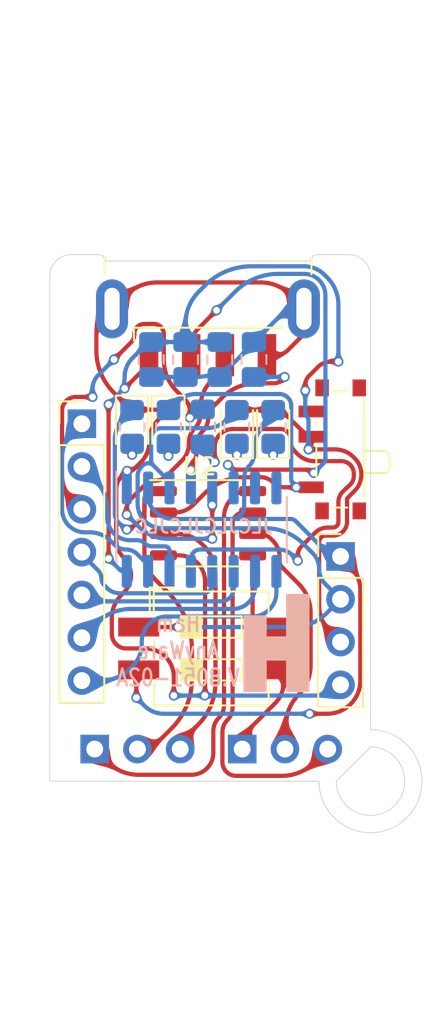
<source format=kicad_pcb>
(kicad_pcb (version 20211014) (generator pcbnew)
  (layers (0 "F.Cu" signal) (31 "B.Cu" signal) (34 "B.Paste" user) (35 "F.Paste" user) (36 "B.SilkS" user "B.Silkscreen") (37 "F.SilkS" user "F.Silkscreen") (38 "B.Mask" user) (39 "F.Mask" user) (44 "Edge.Cuts" user))
  (net 0 "")
  (net 1 "GND")
  (net 2 "Net-(C1-Pad1)")
  (net 3 "VCC")
  (net 4 "Net-(C5-Pad2)")
  (net 5 "Net-(D3-Pad2)")
  (net 6 "Net-(D4-Pad2)")
  (net 7 "USB_D+")
  (net 8 "USB_D-")
  (net 9 "CTS")
  (net 10 "DSR")
  (net 11 "RI")
  (net 12 "DCD")
  (net 13 "DTR")
  (net 14 "RTS")
  (net 15 "R232")
  (net 16 "RxD")
  (net 17 "TxD")
  (net 18 "P5.5")
  (net 19 "P5.4")
  (net 20 "P3.3")
  (net 21 "P3.2")
  (net 22 "uC_TxD")
  (net 23 "uC_RxD")
  (net 24 "uC_VCC")
  (net 25 "Net-(SW1-Pad3)")
  (net 26 "Net-(U1-Pad8)")
  (net 27 "Net-(U1-Pad7)")
  (net 28 "Net-(D1-Pad1)")
  (net 29 "Net-(D2-Pad1)")
  (footprint "LED_SMD:LED_0805_2012Metric_Pad1.15x1.40mm_HandSolder" (layer "F.Cu") (at 176.8475 64.8335 90)
    (fp_text reference "D1" hide)
    (fp_text value "LED_RX")
  )
  (footprint "LED_SMD:LED_0805_2012Metric_Pad1.15x1.40mm_HandSolder" (layer "F.Cu") (at 179.0065 64.8335 90)
    (fp_text reference "D2" hide)
    (fp_text value "LED_TX")
  )
  (footprint "LED_SMD:LED_0805_2012Metric_Pad1.15x1.40mm_HandSolder" (layer "F.Cu") (at 172.7835 64.8335 -90)
    (fp_text reference "D3" hide)
    (fp_text value "LED_Power")
  )
  (footprint "LED_SMD:LED_0805_2012Metric_Pad1.15x1.40mm_HandSolder" (layer "F.Cu") (at 170.6245 64.8335 -90)
    (fp_text reference "D4" hide)
    (fp_text value "LED_User")
  )
  (footprint "Connector_USB:USB_A_CNCTech_1001-011-01101_Horizontal" (layer "F.Cu") (at 175.133 50.927 90)
    (fp_text reference "J1" hide)
    (fp_text value "USB_A")
  )
  (footprint "Connector_PinHeader_2.54mm:PinHeader_1x07_P2.54mm_Vertical" (layer "F.Cu") (at 167.64 64.643)
    (fp_text reference "J2" hide)
    (fp_text value "CH340C_Left")
  )
  (footprint "Connector_PinHeader_2.54mm:PinHeader_1x04_P2.54mm_Vertical" (layer "F.Cu") (at 183.007 72.517)
    (fp_text reference "J3" hide)
    (fp_text value "CH340C_Right")
  )
  (footprint "Connector_PinHeader_2.54mm:PinHeader_1x03_P2.54mm_Vertical" (layer "F.Cu") (at 168.402 83.947 90)
    (fp_text reference "J4" hide)
    (fp_text value "Conn_MCU_Left")
  )
  (footprint "Connector_PinHeader_2.54mm:PinHeader_1x03_P2.54mm_Vertical" (layer "F.Cu") (at 177.165 83.947 90)
    (fp_text reference "J5" hide)
    (fp_text value "Conn_MCU_Right")
  )
  (footprint "Button_Switch_SMD:SW_SPDT_PCM12" (layer "F.Cu") (at 182.6895 66.167 90)
    (fp_text reference "SW1" hide)
    (fp_text value "SW_Power")
  )
  (footprint "Button_Switch_SMD:SW_DIP_SPSTx02_Slide_6.7x6.64mm_W8.61mm_P2.54mm_LowProfile" (layer "F.Cu") (at 175.3235 77.978)
    (fp_text reference "SW2" hide)
    (fp_text value "SW_UART")
  )
  (footprint "Package_SO:HSOP-8-1EP_3.9x4.9mm_P1.27mm_EP2.41x3.1mm_No_GND" (layer "F.Cu") (at 175.133 70.5485)
    (fp_text reference "U2")
    (fp_text value "STC8G1K08")
  )
  (footprint "Capacitor_SMD:C_0805_2012Metric_Pad1.18x1.45mm_HandSolder" (layer "B.Cu") (at 177.8635 60.833 90)
    (fp_text reference "C1" hide)
    (fp_text value "0.1uF")
  )
  (footprint "Capacitor_SMD:C_0805_2012Metric_Pad1.18x1.45mm_HandSolder" (layer "B.Cu") (at 175.8315 60.833 -90)
    (fp_text reference "C2" hide)
    (fp_text value "10uF")
  )
  (footprint "Capacitor_SMD:C_0805_2012Metric_Pad1.18x1.45mm_HandSolder" (layer "B.Cu") (at 173.7995 60.833 -90)
    (fp_text reference "C3" hide)
    (fp_text value "0.1uF")
  )
  (footprint "Capacitor_SMD:C_0805_2012Metric_Pad1.18x1.45mm_HandSolder" (layer "B.Cu") (at 171.7675 60.833 90)
    (fp_text reference "C4" hide)
    (fp_text value "0.1uF")
  )
  (footprint "Capacitor_SMD:C_0805_2012Metric_Pad1.18x1.45mm_HandSolder" (layer "B.Cu") (at 174.8155 64.8335 -90)
    (fp_text reference "C5" hide)
    (fp_text value "0.1uF")
  )
  (footprint "Resistor_SMD:R_0805_2012Metric_Pad1.20x1.40mm_HandSolder" (layer "B.Cu") (at 176.8475 64.8335 90)
    (fp_text reference "R1" hide)
    (fp_text value "220")
  )
  (footprint "Resistor_SMD:R_0805_2012Metric_Pad1.20x1.40mm_HandSolder" (layer "B.Cu") (at 179.0065 64.8335 90)
    (fp_text reference "R2" hide)
    (fp_text value "220")
  )
  (footprint "Resistor_SMD:R_0805_2012Metric_Pad1.20x1.40mm_HandSolder" (layer "B.Cu") (at 172.7835 64.8335 -90)
    (fp_text reference "R3" hide)
    (fp_text value "220")
  )
  (footprint "Resistor_SMD:R_0805_2012Metric_Pad1.20x1.40mm_HandSolder" (layer "B.Cu") (at 170.6245 64.8335 -90)
    (fp_text reference "R4" hide)
    (fp_text value "220")
  )
  (footprint "Package_SO:SOIC-16_3.9x9.9mm_P1.27mm" (layer "B.Cu") (at 174.752 70.9295 -90)
    (fp_text reference "U1" hide)
    (fp_text value "CH340C")
  )
  (footprint "LOGO:Ham_LOGO" (layer "B.Cu") (at 177.292 74.168 180)
    (fp_text reference "REF**" hide)
    (fp_text value "LOGO" hide)
  )
  (gr_line (start 184.785 83.82) (end 182.753 85.852) (layer "Edge.Cuts") (width 0.05))
  (gr_line (start 181.61 54.61) (end 183.515 54.61) (layer "Edge.Cuts") (width 0.05))
  (gr_line (start 181.229 54.991) (end 169.037 54.991) (layer "Edge.Cuts") (width 0.05))
  (gr_line (start 167.005 54.61) (end 168.656 54.61) (layer "Edge.Cuts") (width 0.05))
  (gr_arc (start 165.735 55.88) (mid 166.106974 54.981974) (end 167.005 54.61) (layer "Edge.Cuts") (width 0.05))
  (gr_arc (start 183.515 54.61) (mid 184.413026 54.981974) (end 184.785 55.88) (layer "Edge.Cuts") (width 0.05))
  (gr_line (start 184.785 61.722) (end 184.785 82.793435) (layer "Edge.Cuts") (width 0.05))
  (gr_arc (start 168.656 54.61) (mid 168.925408 54.721592) (end 169.037 54.991) (layer "Edge.Cuts") (width 0.05))
  (gr_line (start 165.735 85.852) (end 165.735 55.88) (layer "Edge.Cuts") (width 0.05))
  (gr_line (start 184.785 61.722) (end 184.785 55.88) (layer "Edge.Cuts") (width 0.05))
  (gr_line (start 181.737 85.852) (end 165.735 85.852) (layer "Edge.Cuts") (width 0.05))
  (gr_arc (start 181.229 54.991) (mid 181.340592 54.721592) (end 181.61 54.61) (layer "Edge.Cuts") (width 0.05))
  (gr_arc (start 184.785 83.82) (mid 186.221841 87.288841) (end 182.753 85.852) (layer "Edge.Cuts") (width 0.05))
  (gr_arc (start 184.785 82.793435) (mid 186.947732 88.014732) (end 181.726435 85.852) (layer "Edge.Cuts") (width 0.05))
  (gr_text "Ham\nAnyWare\nV.8051-02A" (at 173.355 78.105) (layer "B.SilkS") (effects (font (size 1 0.8)) (justify mirror)))
  (gr_text "JLCJLCJLCJLC" (at 174.879 70.739) (layer "B.SilkS") (effects (font (size 0.8 0.8)) (justify mirror)))
  (segment (start 170.657916 63.8085) (end 170.651685 63.8085) (width 0.25) (layer "F.Cu") (net 1))
  (segment (start 180.833 57.807405) (end 180.833 57.810967) (width 0.25) (layer "F.Cu") (net 1))
  (segment (start 180.418747 59.738249) (end 180.393496 59.7635) (width 0.25) (layer "F.Cu") (net 1))
  (segment (start 180.460567 59.696427) (end 180.463723 59.693271) (width 0.25) (layer "F.Cu") (net 1))
  (segment (start 170.203585 57.056409) (end 170.208551 57.051445) (width 0.25) (layer "F.Cu") (net 1))
  (segment (start 180.495485 59.661512) (end 180.493512 59.663485) (width 0.25) (layer "F.Cu") (net 1))
  (segment (start 169.910658 57.349333) (end 169.885835 57.374158) (width 0.25) (layer "F.Cu") (net 1))
  (segment (start 180.448929 59.708066) (end 180.448535 59.708461) (width 0.25) (layer "F.Cu") (net 1))
  (segment (start 180.49864 59.658356) (end 180.497457 59.659539) (width 0.25) (layer "F.Cu") (net 1))
  (segment (start 170.708328 63.8085) (end 170.703797 63.8085) (width 0.25) (layer "F.Cu") (net 1))
  (segment (start 170.044708 57.215284) (end 170.017402 57.24259) (width 0.25) (layer "F.Cu") (net 1))
  (segment (start 169.115248 58.144747) (end 169.078373 58.181623) (width 0.25) (layer "F.Cu") (net 1))
  (segment (start 180.833 57.921405) (end 180.833 57.929866) (width 0.25) (layer "F.Cu") (net 1))
  (segment (start 180.833 57.892904) (end 180.833 57.896467) (width 0.25) (layer "F.Cu") (net 1))
  (segment (start 180.491342 59.665654) (end 180.485029 59.671965) (width 0.25) (layer "F.Cu") (net 1))
  (segment (start 170.32699 67.437318) (end 170.004494 67.759813) (width 0.25) (layer "F.Cu") (net 1))
  (segment (start 170.599576 63.8085) (end 170.595045 63.8085) (width 0.25) (layer "F.Cu") (net 1))
  (segment (start 180.435515 59.721481) (end 180.42723 59.729766) (width 0.25) (layer "F.Cu") (net 1))
  (segment (start 169.846116 57.413876) (end 169.861011 57.398982) (width 0.25) (layer "F.Cu") (net 1))
  (segment (start 180.833 57.848375) (end 180.833 57.853273) (width 0.25) (layer "F.Cu") (net 1))
  (segment (start 170.817644 63.8085) (end 170.793855 63.8085) (width 0.25) (layer "F.Cu") (net 1))
  (segment (start 180.833 57.810967) (end 180.833 57.81453) (width 0.25) (layer "F.Cu") (net 1))
  (segment (start 170.280939 77.978) (end 171.415235 77.978) (width 0.25) (layer "F.Cu") (net 1))
  (segment (start 170.186207 57.073786) (end 170.166348 57.093645) (width 0.25) (layer "F.Cu") (net 1))
  (segment (start 180.833 57.960148) (end 180.833 57.978851) (width 0.25) (layer "F.Cu") (net 1))
  (segment (start 180.471614 59.685381) (end 180.470037 59.686958) (width 0.25) (layer "F.Cu") (net 1))
  (segment (start 180.470037 59.686958) (end 180.466881 59.690114) (width 0.25) (layer "F.Cu") (net 1))
  (segment (start 180.833 57.878655) (end 180.833 57.882217) (width 0.25) (layer "F.Cu") (net 1))
  (segment (start 170.094358 57.165634) (end 170.109253 57.15074) (width 0.25) (layer "F.Cu") (net 1))
  (segment (start 180.833 57.799835) (end 180.833 57.800725) (width 0.25) (layer "F.Cu") (net 1))
  (segment (start 170.32699 67.437318) (end 170.480431 67.437318) (width 0.25) (layer "F.Cu") (net 1))
  (segment (start 172.106329 56.261) (end 178.256975 56.261) (width 0.25) (layer "F.Cu") (net 1))
  (segment (start 180.491342 59.665654) (end 180.493512 59.663485) (width 0.25) (layer "F.Cu") (net 1))
  (segment (start 180.833 57.865742) (end 180.833 57.866633) (width 0.25) (layer "F.Cu") (net 1))
  (segment (start 180.506927 59.650072) (end 180.507125 59.649875) (width 0.25) (layer "F.Cu") (net 1))
  (segment (start 180.833 57.864851) (end 180.833 57.862179) (width 0.25) (layer "F.Cu") (net 1))
  (segment (start 180.506927 59.650072) (end 180.506532 59.650466) (width 0.25) (layer "F.Cu") (net 1))
  (segment (start 170.674908 63.8085) (end 170.673775 63.8085) (width 0.25) (layer "F.Cu") (net 1))
  (segment (start 170.744578 63.8085) (end 170.721922 63.8085) (width 0.25) (layer "F.Cu") (net 1))
  (segment (start 170.166348 57.093645) (end 170.146489 57.113504) (width 0.25) (layer "F.Cu") (net 1))
  (segment (start 169.41025 57.849742) (end 169.465224 57.794768) (width 0.25) (layer "F.Cu") (net 1))
  (segment (start 168.502499 60.309782) (end 168.502499 59.415464) (width 0.25) (layer "F.Cu") (net 1))
  (segment (start 180.833 57.889341) (end 180.833 57.892904) (width 0.25) (layer "F.Cu") (net 1))
  (segment (start 170.094358 57.165634) (end 170.069533 57.190459) (width 0.25) (layer "F.Cu") (net 1))
  (segment (start 180.499429 59.657566) (end 180.499035 59.657961) (width 0.25) (layer "F.Cu") (net 1))
  (segment (start 170.757605 63.8085) (end 170.756472 63.8085) (width 0.25) (layer "F.Cu") (net 1))
  (segment (start 180.833 57.834125) (end 180.833 57.829226) (width 0.25) (layer "F.Cu") (net 1))
  (segment (start 170.017402 57.24259) (end 169.937965 57.322027) (width 0.25) (layer "F.Cu") (net 1))
  (segment (start 180.833 57.903592) (end 180.833 57.921405) (width 0.25) (layer "F.Cu") (net 1))
  (segment (start 180.5016 59.655398) (end 180.500021 59.656975) (width 0.25) (layer "F.Cu") (net 1))
  (segment (start 180.833 58.055) (end 180.833 58.863143) (width 0.25) (layer "F.Cu") (net 1))
  (segment (start 170.215999 57.043999) (end 170.213516 57.046481) (width 0.25) (layer "F.Cu") (net 1))
  (segment (start 180.833 57.815866) (end 180.833 57.81453) (width 0.25) (layer "F.Cu") (net 1))
  (segment (start 180.505742 59.651255) (end 180.505347 59.65165) (width 0.25) (layer "F.Cu") (net 1))
  (segment (start 169.828739 57.431253) (end 169.80888 57.451112) (width 0.25) (layer "F.Cu") (net 1))
  (segment (start 170.595045 63.8085) (end 170.593346 63.8085) (width 0.25) (layer "F.Cu") (net 1))
  (segment (start 180.833 57.82032) (end 180.833 57.817648) (width 0.25) (layer "F.Cu") (net 1))
  (segment (start 169.078373 58.181623) (end 169.004624 58.255374) (width 0.25) (layer "F.Cu") (net 1))
  (segment (start 180.473982 59.683014) (end 180.473191 59.683803) (width 0.25) (layer "F.Cu") (net 1))
  (segment (start 170.12663 57.133363) (end 170.119183 57.14081) (width 0.25) (layer "F.Cu") (net 1))
  (segment (start 170.669244 63.8085) (end 170.66358 63.8085) (width 0.25) (layer "F.Cu") (net 1))
  (segment (start 178.633 60.78575) (end 178.633 60.9945) (width 0.25) (layer "F.Cu") (net 1))
  (segment (start 180.833 57.998) (end 180.833 58.055) (width 0.25) (layer "F.Cu") (net 1))
  (segment (start 169.289651 57.970341) (end 169.262749 57.997244) (width 0.25) (layer "F.Cu") (net 1))
  (segment (start 169.669865 57.590128) (end 169.630146 57.629847) (width 0.25) (layer "F.Cu") (net 1))
  (segment (start 180.504755 59.652241) (end 180.503178 59.65382) (width 0.25) (layer "F.Cu") (net 1))
  (segment (start 180.833 57.875093) (end 180.833 57.878655) (width 0.25) (layer "F.Cu") (net 1))
  (segment (start 180.47773 59.679265) (end 180.477335 59.67966) (width 0.25) (layer "F.Cu") (net 1))
  (segment (start 170.68114 63.8085) (end 170.676608 63.8085) (width 0.25) (layer "F.Cu") (net 1))
  (segment (start 180.485029 59.671965) (end 180.482859 59.674135) (width 0.25) (layer "F.Cu") (net 1))
  (segment (start 180.833 57.798945) (end 180.833 57.799835) (width 0.25) (layer "F.Cu") (net 1))
  (segment (start 169.828739 57.431253) (end 169.836186 57.423806) (width 0.25) (layer "F.Cu") (net 1))
  (segment (start 169.418 77.11506) (end 169.418 76.182723) (width 0.25) (layer "F.Cu") (net 1))
  (segment (start 180.833 57.903592) (end 180.833 57.896467) (width 0.25) (layer "F.Cu") (net 1))
  (segment (start 179.880625 60.276375) (end 180.393496 59.7635) (width 0.25) (layer "F.Cu") (net 1))
  (segment (start 180.833 57.824773) (end 180.833 57.829226) (width 0.25) (layer "F.Cu") (net 1))
  (segment (start 170.673775 63.8085) (end 170.672642 63.8085) (width 0.25) (layer "F.Cu") (net 1))
  (segment (start 180.833 57.889341) (end 180.833 57.882217) (width 0.25) (layer "F.Cu") (net 1))
  (segment (start 173.101 80.772) (end 173.101 79.663764) (width 0.25) (layer "F.Cu") (net 1))
  (segment (start 170.58825 63.8085) (end 170.588816 63.8085) (width 0.25) (layer "F.Cu") (net 1))
  (segment (start 170.592213 63.8085) (end 170.59108 63.8085) (width 0.25) (layer "F.Cu") (net 1))
  (segment (start 180.473191 59.683803) (end 180.471614 59.685381) (width 0.25) (layer "F.Cu") (net 1))
  (segment (start 168.967749 58.29225) (end 169.004624 58.255374) (width 0.25) (layer "F.Cu") (net 1))
  (segment (start 170.712859 63.8085) (end 170.721922 63.8085) (width 0.25) (layer "F.Cu") (net 1))
  (segment (start 170.61147 63.8085) (end 170.610337 63.8085) (width 0.25) (layer "F.Cu") (net 1))
  (segment (start 170.589948 63.8085) (end 170.59108 63.8085) (width 0.25) (layer "F.Cu") (net 1))
  (segment (start 179.154852 60.577) (end 178.84175 60.577) (width 0.25) (layer "F.Cu") (net 1))
  (segment (start 169.769161 57.490831) (end 169.749302 57.51069) (width 0.25) (layer "F.Cu") (net 1))
  (segment (start 170.134437 72.598437) (end 170.121499 72.585499) (width 0.25) (layer "F.Cu") (net 1))
  (segment (start 170.690203 63.8085) (end 170.685672 63.8085) (width 0.25) (layer "F.Cu") (net 1))
  (segment (start 180.833 57.929866) (end 180.833 57.930757) (width 0.25) (layer "F.Cu") (net 1))
  (segment (start 170.685672 63.8085) (end 170.68114 63.8085) (width 0.25) (layer "F.Cu") (net 1))
  (segment (start 180.833 57.802507) (end 180.833 57.803843) (width 0.25) (layer "F.Cu") (net 1))
  (segment (start 180.497457 59.659539) (end 180.495485 59.661512) (width 0.25) (layer "F.Cu") (net 1))
  (segment (start 170.616002 63.8085) (end 170.612603 63.8085) (width 0.25) (layer "F.Cu") (net 1))
  (segment (start 180.44814 59.708856) (end 180.4438 59.713196) (width 0.25) (layer "F.Cu") (net 1))
  (segment (start 170.203585 57.056409) (end 170.19862 57.061374) (width 0.25) (layer "F.Cu") (net 1))
  (segment (start 180.812847 57.749847) (end 180.0785 57.0155) (width 0.25) (layer "F.Cu") (net 1))
  (segment (start 180.504755 59.652241) (end 180.505347 59.65165) (width 0.25) (layer "F.Cu") (net 1))
  (segment (start 170.817644 63.8085) (end 170.842 63.8085) (width 0.25) (layer "F.Cu") (net 1))
  (segment (start 180.47773 59.679265) (end 180.478913 59.678082) (width 0.25) (layer "F.Cu") (net 1))
  (segment (start 180.465302 59.691693) (end 180.463723 59.693271) (width 0.25) (layer "F.Cu") (net 1))
  (segment (start 180.452677 59.704317) (end 180.448929 59.708066) (width 0.25) (layer "F.Cu") (net 1))
  (segment (start 180.833 57.801616) (end 180.833 57.802507) (width 0.25) (layer "F.Cu") (net 1))
  (segment (start 170.669244 63.8085) (end 170.672642 63.8085) (width 0.25) (layer "F.Cu") (net 1))
  (segment (start 170.134437 74.658062) (end 169.989499 74.802999) (width 0.25) (layer "F.Cu") (net 1))
  (segment (start 169.841151 57.418841) (end 169.836186 57.423806) (width 0.25) (layer "F.Cu") (net 1))
  (segment (start 170.608638 63.8085) (end 170.604107 63.8085) (width 0.25) (layer "F.Cu") (net 1))
  (segment (start 170.756472 63.8085) (end 170.755339 63.8085) (width 0.25) (layer "F.Cu") (net 1))
  (segment (start 180.833 57.803843) (end 180.833 57.807405) (width 0.25) (layer "F.Cu") (net 1))
  (segment (start 180.47694 59.680054) (end 180.47556 59.681436) (width 0.25) (layer "F.Cu") (net 1))
  (segment (start 170.610337 63.8085) (end 170.608638 63.8085) (width 0.25) (layer "F.Cu") (net 1))
  (segment (start 170.793855 63.8085) (end 170.770066 63.8085) (width 0.25) (layer "F.Cu") (net 1))
  (segment (start 180.833 57.800725) (end 180.833 57.801616) (width 0.25) (layer "F.Cu") (net 1))
  (segment (start 170.193654 57.066339) (end 170.186207 57.073786) (width 0.25) (layer "F.Cu") (net 1))
  (segment (start 180.480886 59.676109) (end 180.478913 59.678082) (width 0.25) (layer "F.Cu") (net 1))
  (segment (start 169.885835 57.374158) (end 169.861011 57.398982) (width 0.25) (layer "F.Cu") (net 1))
  (segment (start 180.833 57.857726) (end 180.833 57.862179) (width 0.25) (layer "F.Cu") (net 1))
  (segment (start 180.460567 59.696427) (end 180.452677 59.704317) (width 0.25) (layer "F.Cu") (net 1))
  (segment (start 169.530849 57.729143) (end 169.486526 57.773466) (width 0.25) (layer "F.Cu") (net 1))
  (segment (start 170.770066 63.8085) (end 170.757605 63.8085) (width 0.25) (layer "F.Cu") (net 1))
  (segment (start 170.694734 63.8085) (end 170.690203 63.8085) (width 0.25) (layer "F.Cu") (net 1))
  (segment (start 170.755339 63.8085) (end 170.744578 63.8085) (width 0.25) (layer "F.Cu") (net 1))
  (segment (start 180.833 57.82032) (end 180.833 57.824773) (width 0.25) (layer "F.Cu") (net 1))
  (segment (start 170.674908 63.8085) (end 170.676608 63.8085) (width 0.25) (layer "F.Cu") (net 1))
  (segment (start 180.4438 59.713196) (end 180.435515 59.721481) (width 0.25) (layer "F.Cu") (net 1))
  (segment (start 170.651685 63.8085) (end 170.63356 63.8085) (width 0.25) (layer "F.Cu") (net 1))
  (segment (start 180.833 57.834125) (end 180.833 57.848375) (width 0.25) (layer "F.Cu") (net 1))
  (segment (start 169.789021 57.470971) (end 169.769161 57.490831) (width 0.25) (layer "F.Cu") (net 1))
  (segment (start 170.069533 57.190459) (end 170.044708 57.215284) (width 0.25) (layer "F.Cu") (net 1))
  (segment (start 180.418747 59.738249) (end 180.42723 59.729766) (width 0.25) (layer "F.Cu") (net 1))
  (segment (start 170.621666 63.8085) (end 170.616002 63.8085) (width 0.25) (layer "F.Cu") (net 1))
  (segment (start 169.475875 57.784117) (end 169.465224 57.794768) (width 0.25) (layer "F.Cu") (net 1))
  (segment (start 174.9595 80.742979) (end 174.9595 74.000138) (width 0.25) (layer "F.Cu") (net 1))
  (segment (start 169.527249 62.783749) (end 170.526367 63.782867) (width 0.25) (layer "F.Cu") (net 1))
  (segment (start 180.833 57.853273) (end 180.833 57.857726) (width 0.25) (layer "F.Cu") (net 1))
  (segment (start 180.833 57.941445) (end 180.833 57.960148) (width 0.25) (layer "F.Cu") (net 1))
  (segment (start 174.9425 80.772) (end 174.951 80.7635) (width 0.25) (layer "F.Cu") (net 1))
  (segment (start 180.833 57.867969) (end 180.833 57.871531) (width 0.25) (layer "F.Cu") (net 1))
  (segment (start 170.694734 63.8085) (end 170.703797 63.8085) (width 0.25) (layer "F.Cu") (net 1))
  (segment (start 169.709582 57.55041) (end 169.749302 57.51069) (width 0.25) (layer "F.Cu") (net 1))
  (segment (start 172.216505 64.375495) (end 172.172482 64.419517) (width 0.25) (layer "F.Cu") (net 1))
  (segment (start 170.9145 63.8085) (end 171.981647 63.8085) (width 0.25) (layer "F.Cu") (net 1))
  (segment (start 169.910658 57.349333) (end 169.937965 57.322027) (width 0.25) (layer "F.Cu") (net 1))
  (segment (start 170.593346 63.8085) (end 170.592213 63.8085) (width 0.25) (layer "F.Cu") (net 1))
  (segment (start 170.213516 57.046481) (end 170.208551 57.051445) (width 0.25) (layer "F.Cu") (net 1))
  (segment (start 180.503178 59.65382) (end 180.5016 59.655398) (width 0.25) (layer "F.Cu") (net 1))
  (segment (start 169.846116 57.413876) (end 169.841151 57.418841) (width 0.25) (layer "F.Cu") (net 1))
  (segment (start 169.630146 57.629847) (end 169.530849 57.729143) (width 0.25) (layer "F.Cu") (net 1))
  (segment (start 170.62733 63.8085) (end 170.63356 63.8085) (width 0.25) (layer "F.Cu") (net 1))
  (segment (start 169.80888 57.451112) (end 169.789021 57.470971) (width 0.25) (layer "F.Cu") (net 1))
  (segment (start 180.477335 59.67966) (end 180.47694 59.680054) (width 0.25) (layer "F.Cu") (net 1))
  (segment (start 180.833 57.816757) (end 180.833 57.817648) (width 0.25) (layer "F.Cu") (net 1))
  (segment (start 170.119183 57.14081) (end 170.114218 57.145775) (width 0.25) (layer "F.Cu") (net 1))
  (segment (start 180.833 57.866633) (end 180.833 57.867969) (width 0.25) (layer "F.Cu") (net 1))
  (segment (start 180.833 57.7985) (end 180.833 57.798945) (width 0.25) (layer "F.Cu") (net 1))
  (segment (start 173.412861 72.4535) (end 172.483 72.4535) (width 0.25) (layer "F.Cu") (net 1))
  (segment (start 180.833 57.998) (end 180.833 57.978851) (width 0.25) (layer "F.Cu") (net 1))
  (segment (start 169.681999 71.524451) (end 169.681999 68.538386) (width 0.25) (layer "F.Cu") (net 1))
  (segment (start 170.114218 57.145775) (end 170.109253 57.15074) (width 0.25) (layer "F.Cu") (net 1))
  (segment (start 170.712859 63.8085) (end 170.708328 63.8085) (width 0.25) (layer "F.Cu") (net 1))
  (segment (start 169.41025 57.849742) (end 169.289651 57.970341) (width 0.25) (layer "F.Cu") (net 1))
  (segment (start 170.742371 67.328818) (end 171.141691 66.929499) (width 0.25) (layer "F.Cu") (net 1))
  (segment (start 169.709582 57.55041) (end 169.689724 57.570269) (width 0.25) (layer "F.Cu") (net 1))
  (segment (start 180.466881 59.690114) (end 180.465302 59.691693) (width 0.25) (layer "F.Cu") (net 1))
  (segment (start 180.833 57.941445) (end 180.833 57.931648) (width 0.25) (layer "F.Cu") (net 1))
  (segment (start 170.589948 63.8085) (end 170.588816 63.8085) (width 0.25) (layer "F.Cu") (net 1))
  (segment (start 170.9145 63.8085) (end 170.842 63.8085) (width 0.25) (layer "F.Cu") (net 1))
  (segment (start 170.19862 57.061374) (end 170.193654 57.066339) (width 0.25) (layer "F.Cu") (net 1))
  (segment (start 180.833 57.930757) (end 180.833 57.931648) (width 0.25) (layer "F.Cu") (net 1))
  (segment (start 180.482859 59.674135) (end 180.480886 59.676109) (width 0.25) (layer "F.Cu") (net 1))
  (segment (start 180.500021 59.656975) (end 180.499429 59.657566) (width 0.25) (layer "F.Cu") (net 1))
  (segment (start 169.486526 57.773466) (end 169.475875 57.784117) (width 0.25) (layer "F.Cu") (net 1))
  (segment (start 169.262749 57.997244) (end 169.115248 58.144747) (width 0.25) (layer "F.Cu") (net 1))
  (segment (start 171.64951 65.703515) (end 171.64951 65.682085) (width 0.25) (layer "F.Cu") (net 1))
  (segment (start 180.833 57.815866) (end 180.833 57.816757) (width 0.25) (layer "F.Cu") (net 1))
  (segment (start 170.146489 57.113504) (end 170.12663 57.133363) (width 0.25) (layer "F.Cu") (net 1))
  (segment (start 170.604107 63.8085) (end 170.599576 63.8085) (width 0.25) (layer "F.Cu") (net 1))
  (segment (start 180.833 57.864851) (end 180.833 57.865742) (width 0.25) (layer "F.Cu") (net 1))
  (segment (start 180.506137 59.65086) (end 180.506532 59.650466) (width 0.25) (layer "F.Cu") (net 1))
  (segment (start 170.66358 63.8085) (end 170.657916 63.8085) (width 0.25) (layer "F.Cu") (net 1))
  (segment (start 169.689724 57.570269) (end 169.669865 57.590128) (width 0.25) (layer "F.Cu") (net 1))
  (segment (start 170.62733 63.8085) (end 170.621666 63.8085) (width 0.25) (layer "F.Cu") (net 1))
  (segment (start 170.612603 63.8085) (end 170.61147 63.8085) (width 0.25) (layer "F.Cu") (net 1))
  (segment (start 180.833 57.871531) (end 180.833 57.875093) (width 0.25) (layer "F.Cu") (net 1))
  (via (at 170.32699 67.437318) (size 0.6) (drill 0.4) (layers "F.Cu" "B.Cu") (net 1))
  (via (at 173.101 80.772) (size 0.6) (drill 0.4) (layers "F.Cu" "B.Cu") (net 1))
  (via (at 174.9425 80.772) (size 0.6) (drill 0.4) (layers "F.Cu" "B.Cu") (net 1))
  (arc (start 170.134437 74.658062) (mid 170.450139 74.18558) (end 170.561 73.62825) (width 0.25) (layer "F.Cu") (net 1))
  (arc (start 180.0785 57.0155) (mid 179.242777 56.457088) (end 178.256975 56.261) (width 0.25) (layer "F.Cu") (net 1))
  (arc (start 180.499035 59.657961) (mid 180.498837 59.658158) (end 180.49864 59.658356) (width 0.25) (layer "F.Cu") (net 1))
  (arc (start 169.681999 68.538386) (mid 169.765812 68.117025) (end 170.004494 67.759813) (width 0.25) (layer "F.Cu") (net 1))
  (arc (start 180.473982 59.683014) (mid 180.474771 59.682225) (end 180.47556 59.681436) (width 0.25) (layer "F.Cu") (net 1))
  (arc (start 179.880625 60.276375) (mid 179.547637 60.49887) (end 179.154852 60.577) (width 0.25) (layer "F.Cu") (net 1))
  (arc (start 174.5065 72.9065) (mid 174.841769 73.408265) (end 174.9595 74.000138) (width 0.25) (layer "F.Cu") (net 1))
  (arc (start 180.833 58.863143) (mid 180.748307 59.288919) (end 180.507125 59.649875) (width 0.25) (layer "F.Cu") (net 1))
  (arc (start 171.64951 65.703515) (mid 171.517532 66.367012) (end 171.141691 66.929499) (width 0.25) (layer "F.Cu") (net 1))
  (arc (start 169.681999 71.524451) (mid 169.796221 72.098686) (end 170.121499 72.585499) (width 0.25) (layer "F.Cu") (net 1))
  (arc (start 180.833 57.7985) (mid 180.827762 57.772169) (end 180.812847 57.749847) (width 0.25) (layer "F.Cu") (net 1))
  (arc (start 180.448535 59.708461) (mid 180.448337 59.708658) (end 180.44814 59.708856) (width 0.25) (layer "F.Cu") (net 1))
  (arc (start 178.84175 60.577) (mid 178.694141 60.638141) (end 178.633 60.78575) (width 0.25) (layer "F.Cu") (net 1))
  (arc (start 170.742371 67.328818) (mid 170.622191 67.409119) (end 170.480431 67.437318) (width 0.25) (layer "F.Cu") (net 1))
  (arc (start 171.64951 65.682085) (mid 171.785425 64.998788) (end 172.172482 64.419517) (width 0.25) (layer "F.Cu") (net 1))
  (arc (start 172.607251 78.471749) (mid 172.060349 78.106321) (end 171.415235 77.978) (width 0.25) (layer "F.Cu") (net 1))
  (arc (start 169.527249 62.783749) (mid 168.768822 61.648683) (end 168.502499 60.309782) (width 0.25) (layer "F.Cu") (net 1))
  (arc (start 170.215999 57.043999) (mid 171.08329 56.464494) (end 172.106329 56.261) (width 0.25) (layer "F.Cu") (net 1))
  (arc (start 169.670749 77.725251) (mid 169.483687 77.445293) (end 169.418 77.11506) (width 0.25) (layer "F.Cu") (net 1))
  (arc (start 169.989499 74.802999) (mid 169.566527 75.436022) (end 169.418 76.182723) (width 0.25) (layer "F.Cu") (net 1))
  (arc (start 170.58825 63.8085) (mid 170.554759 63.801838) (end 170.526367 63.782867) (width 0.25) (layer "F.Cu") (net 1))
  (arc (start 172.607251 78.471749) (mid 172.972678 79.01865) (end 173.101 79.663764) (width 0.25) (layer "F.Cu") (net 1))
  (arc (start 168.967749 58.29225) (mid 168.623413 58.807585) (end 168.502499 59.415464) (width 0.25) (layer "F.Cu") (net 1))
  (arc (start 173.412861 72.4535) (mid 174.004734 72.57123) (end 174.5065 72.9065) (width 0.25) (layer "F.Cu") (net 1))
  (arc (start 174.951 80.7635) (mid 174.95729 80.754084) (end 174.9595 80.742979) (width 0.25) (layer "F.Cu") (net 1))
  (arc (start 180.506137 59.65086) (mid 180.505939 59.651057) (end 180.505742 59.651255) (width 0.25) (layer "F.Cu") (net 1))
  (arc (start 172.216505 64.375495) (mid 172.288503 64.013534) (end 171.981647 63.8085) (width 0.25) (layer "F.Cu") (net 1))
  (arc (start 169.670749 77.725251) (mid 169.950706 77.912312) (end 170.280939 77.978) (width 0.25) (layer "F.Cu") (net 1))
  (arc (start 170.134437 72.598437) (mid 170.450139 73.070919) (end 170.561 73.62825) (width 0.25) (layer "F.Cu") (net 1))
  (segment (start 179.478092 58.180906) (end 177.878702 59.780297) (width 0.25) (layer "B.Cu") (net 1))
  (segment (start 174.394659 61.8705) (end 171.7675 61.8705) (width 0.25) (layer "B.Cu") (net 1))
  (segment (start 176.8475 60.8545) (end 177.848297 59.853702) (width 0.25) (layer "B.Cu") (net 1))
  (segment (start 180.3325 57.827) (end 180.833 57.827) (width 0.25) (layer "B.Cu") (net 1))
  (segment (start 173.101 80.772) (end 174.9425 80.772) (width 0.25) (layer "B.Cu") (net 1))
  (segment (start 174.9425 80.772) (end 181.922987 80.772) (width 0.25) (layer "B.Cu") (net 1))
  (segment (start 170.316995 68.444505) (end 170.307 68.4545) (width 0.25) (layer "B.Cu") (net 1))
  (segment (start 182.6895 80.4545) (end 183.007 80.137) (width 0.25) (layer "B.Cu") (net 1))
  (segment (start 170.32699 68.420374) (end 170.32699 67.437318) (width 0.25) (layer "B.Cu") (net 1))
  (arc (start 170.32699 68.420374) (mid 170.324392 68.433433) (end 170.316995 68.444505) (width 0.25) (layer "B.Cu") (net 1))
  (arc (start 182.6895 80.4545) (mid 182.33782 80.689484) (end 181.922987 80.772) (width 0.25) (layer "B.Cu") (net 1))
  (arc (start 177.8635 59.817) (mid 177.859548 59.836863) (end 177.848297 59.853702) (width 0.25) (layer "B.Cu") (net 1))
  (arc (start 177.8635 59.817) (mid 177.86745 59.797136) (end 177.878702 59.780297) (width 0.25) (layer "B.Cu") (net 1))
  (arc (start 180.3325 57.827) (mid 179.870098 57.918977) (end 179.478092 58.180906) (width 0.25) (layer "B.Cu") (net 1))
  (arc (start 174.394659 61.8705) (mid 175.722126 61.60645) (end 176.8475 60.8545) (width 0.25) (layer "B.Cu") (net 1))
  (segment (start 178.015071 62.244249) (end 179.04547 62.244249) (width 0.25) (layer "F.Cu") (net 2))
  (segment (start 175.981035 63.086774) (end 175.433794 63.634015) (width 0.25) (layer "F.Cu") (net 2))
  (segment (start 174.117 67.187155) (end 174.117 67.3735) (width 0.25) (layer "F.Cu") (net 2))
  (segment (start 179.496625 62.057374) (end 179.6835 61.8705) (width 0.25) (layer "F.Cu") (net 2))
  (segment (start 174.790884 65.112115) (end 174.843225 65.059773) (width 0.25) (layer "F.Cu") (net 2))
  (segment (start 174.443259 65.951357) (end 174.443259 66.443851) (width 0.25) (layer "F.Cu") (net 2))
  (segment (start 174.280129 66.83768) (end 174.248765 66.869043) (width 0.25) (layer "F.Cu") (net 2))
  (via (at 174.117 67.3735) (size 0.6) (drill 0.4) (layers "F.Cu" "B.Cu") (net 2))
  (via (at 179.6835 61.8705) (size 0.6) (drill 0.4) (layers "F.Cu" "B.Cu") (net 2))
  (arc (start 174.117 67.187155) (mid 174.151244 67.014994) (end 174.248765 66.869043) (width 0.25) (layer "F.Cu") (net 2))
  (arc (start 174.843225 65.059773) (mid 175.061767 64.732702) (end 175.13851 64.346895) (width 0.25) (layer "F.Cu") (net 2))
  (arc (start 174.790884 65.112115) (mid 174.533603 65.497162) (end 174.443259 65.951357) (width 0.25) (layer "F.Cu") (net 2))
  (arc (start 179.496625 62.057374) (mid 179.289633 62.195681) (end 179.04547 62.244249) (width 0.25) (layer "F.Cu") (net 2))
  (arc (start 174.280129 66.83768) (mid 174.400862 66.656989) (end 174.443259 66.443851) (width 0.25) (layer "F.Cu") (net 2))
  (arc (start 175.981035 63.086774) (mid 176.914258 62.463214) (end 178.015071 62.244249) (width 0.25) (layer "F.Cu") (net 2))
  (arc (start 175.13851 64.346895) (mid 175.215251 63.961087) (end 175.433794 63.634015) (width 0.25) (layer "F.Cu") (net 2))
  (segment (start 174.117 67.3735) (end 174.117 68.4545) (width 0.25) (layer "B.Cu") (net 2))
  (segment (start 174.117 67.3735) (end 174.117 67.3735) (width 0.25) (layer "B.Cu") (net 2))
  (segment (start 179.6835 61.8705) (end 177.8635 61.8705) (width 0.25) (layer "B.Cu") (net 2))
  (segment (start 181.009089 65.351591) (end 179.628455 63.970957) (width 0.25) (layer "F.Cu") (net 3))
  (segment (start 181.2595 65.509501) (end 181.2595 65.89813) (width 0.25) (layer "F.Cu") (net 3))
  (segment (start 178.647516 63.8085) (end 178.618797 63.8085) (width 0.25) (layer "F.Cu") (net 3))
  (segment (start 178.694185 63.8085) (end 178.687005 63.8085) (width 0.25) (layer "F.Cu") (net 3))
  (segment (start 177.168508 63.8085) (end 176.8475 63.8085) (width 0.25) (layer "F.Cu") (net 3))
  (segment (start 178.083914 63.8085) (end 177.933141 63.8085) (width 0.25) (layer "F.Cu") (net 3))
  (segment (start 181.663829 61.277668) (end 181.139365 61.802132) (width 0.25) (layer "F.Cu") (net 3))
  (segment (start 178.949062 63.8085) (end 178.98855 63.8085) (width 0.25) (layer "F.Cu") (net 3))
  (segment (start 178.701365 63.8085) (end 178.694185 63.8085) (width 0.25) (layer "F.Cu") (net 3))
  (segment (start 179.203939 63.8085) (end 179.193169 63.8085) (width 0.25) (layer "F.Cu") (net 3))
  (segment (start 177.933141 63.8085) (end 177.782368 63.8085) (width 0.25) (layer "F.Cu") (net 3))
  (segment (start 180.9115 62.352249) (end 180.9115 62.6745) (width 0.25) (layer "F.Cu") (net 3))
  (segment (start 178.389048 63.8085) (end 178.446485 63.8085) (width 0.25) (layer "F.Cu") (net 3))
  (segment (start 179.089063 63.8085) (end 179.081884 63.8085) (width 0.25) (layer "F.Cu") (net 3))
  (segment (start 178.590079 63.8085) (end 178.561361 63.8085) (width 0.25) (layer "F.Cu") (net 3))
  (segment (start 183.394499 70.454293) (end 183.394499 69.094521) (width 0.25) (layer "F.Cu") (net 3))
  (segment (start 179.232659 63.8085) (end 179.225479 63.8085) (width 0.25) (layer "F.Cu") (net 3))
  (segment (start 178.722904 63.8085) (end 178.701365 63.8085) (width 0.25) (layer "F.Cu") (net 3))
  (segment (start 178.561361 63.8085) (end 178.503923 63.8085) (width 0.25) (layer "F.Cu") (net 3))
  (segment (start 183.842027 68.627883) (end 183.415065 69.054846) (width 0.25) (layer "F.Cu") (net 3))
  (segment (start 178.834188 63.8085) (end 178.7947 63.8085) (width 0.25) (layer "F.Cu") (net 3))
  (segment (start 178.177248 63.8085) (end 178.170069 63.8085) (width 0.25) (layer "F.Cu") (net 3))
  (segment (start 181.194091 65.482408) (end 181.102 65.5745) (width 0.25) (layer "F.Cu") (net 3))
  (segment (start 179.218299 63.8085) (end 179.211119 63.8085) (width 0.25) (layer "F.Cu") (net 3))
  (segment (start 181.737 75.428974) (end 181.737 71.659505) (width 0.25) (layer "F.Cu") (net 3))
  (segment (start 178.170069 63.8085) (end 178.16289 63.8085) (width 0.25) (layer "F.Cu") (net 3))
  (segment (start 179.081884 63.8085) (end 179.060346 63.8085) (width 0.25) (layer "F.Cu") (net 3))
  (segment (start 179.211119 63.8085) (end 179.203939 63.8085) (width 0.25) (layer "F.Cu") (net 3))
  (segment (start 177.628006 63.8085) (end 177.168508 63.8085) (width 0.25) (layer "F.Cu") (net 3))
  (segment (start 178.618797 63.8085) (end 178.590079 63.8085) (width 0.25) (layer "F.Cu") (net 3))
  (segment (start 178.676235 63.8085) (end 178.647516 63.8085) (width 0.25) (layer "F.Cu") (net 3))
  (segment (start 179.135731 63.8085) (end 179.107012 63.8085) (width 0.25) (layer "F.Cu") (net 3))
  (segment (start 182.430749 60.96) (end 182.88 60.96) (width 0.25) (layer "F.Cu") (net 3))
  (segment (start 171.723001 60.142) (end 171.813002 60.142) (width 0.25) (layer "F.Cu") (net 3))
  (segment (start 178.16289 63.8085) (end 178.083914 63.8085) (width 0.25) (layer "F.Cu") (net 3))
  (segment (start 178.389048 63.8085) (end 178.245455 63.8085) (width 0.25) (layer "F.Cu") (net 3))
  (segment (start 178.475204 63.8085) (end 178.446485 63.8085) (width 0.25) (layer "F.Cu") (net 3))
  (segment (start 181.102 66.167) (end 181.18075 66.08825) (width 0.25) (layer "F.Cu") (net 3))
  (segment (start 181.102 66.167) (end 182.673953 66.167) (width 0.25) (layer "F.Cu") (net 3))
  (segment (start 179.024448 63.8085) (end 178.98855 63.8085) (width 0.25) (layer "F.Cu") (net 3))
  (segment (start 169.2275 72.644) (end 169.2275 63.5) (width 0.25) (layer "F.Cu") (net 3))
  (segment (start 171.633 60.7945) (end 171.633 60.83575) (width 0.25) (layer "F.Cu") (net 3))
  (segment (start 178.687005 63.8085) (end 178.676235 63.8085) (width 0.25) (layer "F.Cu") (net 3))
  (segment (start 171.450036 61.277463) (end 170.177442 62.550058) (width 0.25) (layer "F.Cu") (net 3))
  (segment (start 179.225479 63.8085) (end 179.218299 63.8085) (width 0.25) (layer "F.Cu") (net 3))
  (segment (start 179.060346 63.8085) (end 179.024448 63.8085) (width 0.25) (layer "F.Cu") (net 3))
  (segment (start 179.193169 63.8085) (end 179.16445 63.8085) (width 0.25) (layer "F.Cu") (net 3))
  (segment (start 183.784505 66.627005) (end 183.842029 66.684529) (width 0.25) (layer "F.Cu") (net 3))
  (segment (start 179.096242 63.8085) (end 179.089063 63.8085) (width 0.25) (layer "F.Cu") (net 3))
  (segment (start 178.949062 63.8085) (end 178.834188 63.8085) (width 0.25) (layer "F.Cu") (net 3))
  (segment (start 178.7947 63.8085) (end 178.758802 63.8085) (width 0.25) (layer "F.Cu") (net 3))
  (segment (start 182.372 76.962) (end 183.007 77.597) (width 0.25) (layer "F.Cu") (net 3))
  (segment (start 182.569543 71.279249) (end 182.117256 71.279249) (width 0.25) (layer "F.Cu") (net 3))
  (segment (start 183.41076 69.065239) (end 183.403705 69.072293) (width 0.25) (layer "F.Cu") (net 3))
  (segment (start 179.16445 63.8085) (end 179.135731 63.8085) (width 0.25) (layer "F.Cu") (net 3))
  (segment (start 179.232659 63.8085) (end 179.236249 63.8085) (width 0.25) (layer "F.Cu") (net 3))
  (segment (start 177.782368 63.8085) (end 177.628006 63.8085) (width 0.25) (layer "F.Cu") (net 3))
  (segment (start 178.245455 63.8085) (end 178.177248 63.8085) (width 0.25) (layer "F.Cu") (net 3))
  (segment (start 171.633 60.7945) (end 171.633 60.3595) (width 0.25) (layer "F.Cu") (net 3))
  (segment (start 178.758802 63.8085) (end 178.722904 63.8085) (width 0.25) (layer "F.Cu") (net 3))
  (segment (start 171.633 60.3595) (end 171.633 60.232001) (width 0.25) (layer "F.Cu") (net 3))
  (segment (start 179.107012 63.8085) (end 179.096242 63.8085) (width 0.25) (layer "F.Cu") (net 3))
  (segment (start 171.479204 60.730795) (end 171.25 60.96) (width 0.25) (layer "F.Cu") (net 3))
  (segment (start 178.503923 63.8085) (end 178.475204 63.8085) (width 0.25) (layer "F.Cu") (net 3))
  (via (at 169.2275 63.5) (size 0.6) (drill 0.4) (layers "F.Cu" "B.Cu") (net 3))
  (via (at 170.177442 62.550058) (size 0.6) (drill 0.4) (layers "F.Cu" "B.Cu") (net 3))
  (via (at 182.88 60.96) (size 0.6) (drill 0.4) (layers "F.Cu" "B.Cu") (net 3))
  (via (at 181.102 66.167) (size 0.6) (drill 0.4) (layers "F.Cu" "B.Cu") (net 3))
  (via (at 180.9115 62.6745) (size 0.6) (drill 0.4) (layers "F.Cu" "B.Cu") (net 3))
  (via (at 169.2275 72.644) (size 0.6) (drill 0.4) (layers "F.Cu" "B.Cu") (net 3))
  (arc (start 181.18075 66.08825) (mid 181.239033 66.001022) (end 181.2595 65.89813) (width 0.25) (layer "F.Cu") (net 3))
  (arc (start 183.41076 69.065239) (mid 183.412353 69.062855) (end 183.412913 69.060043) (width 0.25) (layer "F.Cu") (net 3))
  (arc (start 182.673953 66.167) (mid 183.274979 66.286551) (end 183.784505 66.627005) (width 0.25) (layer "F.Cu") (net 3))
  (arc (start 179.236249 63.8085) (mid 179.448509 63.850721) (end 179.628455 63.970957) (width 0.25) (layer "F.Cu") (net 3))
  (arc (start 181.848374 71.390623) (mid 181.765945 71.513987) (end 181.737 71.659505) (width 0.25) (layer "F.Cu") (net 3))
  (arc (start 183.403705 69.072293) (mid 183.396891 69.082491) (end 183.394499 69.094521) (width 0.25) (layer "F.Cu") (net 3))
  (arc (start 171.633 60.7945) (mid 171.577384 60.711266) (end 171.479204 60.730795) (width 0.25) (layer "F.Cu") (net 3))
  (arc (start 182.117256 71.279249) (mid 181.971738 71.308194) (end 181.848374 71.390623) (width 0.25) (layer "F.Cu") (net 3))
  (arc (start 181.166999 65.417) (mid 181.202397 65.440652) (end 181.194091 65.482408) (width 0.25) (layer "F.Cu") (net 3))
  (arc (start 183.842027 68.627883) (mid 184.139908 68.182074) (end 184.24451 67.656206) (width 0.25) (layer "F.Cu") (net 3))
  (arc (start 181.2595 65.509501) (mid 181.235847 65.474102) (end 181.194091 65.482408) (width 0.25) (layer "F.Cu") (net 3))
  (arc (start 181.166999 65.417) (mid 181.081538 65.4) (end 181.009089 65.351591) (width 0.25) (layer "F.Cu") (net 3))
  (arc (start 183.412913 69.060043) (mid 183.413472 69.05723) (end 183.415065 69.054846) (width 0.25) (layer "F.Cu") (net 3))
  (arc (start 171.723001 60.142) (mid 171.65936 60.16836) (end 171.633 60.232001) (width 0.25) (layer "F.Cu") (net 3))
  (arc (start 181.166999 65.417) (mid 181.232407 65.444092) (end 181.2595 65.509501) (width 0.25) (layer "F.Cu") (net 3))
  (arc (start 183.152875 71.037625) (mid 183.331702 70.76999) (end 183.394499 70.454293) (width 0.25) (layer "F.Cu") (net 3))
  (arc (start 180.9115 62.352249) (mid 180.97072 62.054527) (end 181.139365 61.802132) (width 0.25) (layer "F.Cu") (net 3))
  (arc (start 183.152875 71.037625) (mid 182.88524 71.216452) (end 182.569543 71.279249) (width 0.25) (layer "F.Cu") (net 3))
  (arc (start 181.737 75.428974) (mid 181.902031 76.258641) (end 182.372 76.962) (width 0.25) (layer "F.Cu") (net 3))
  (arc (start 181.663829 61.277668) (mid 182.015695 61.042559) (end 182.430749 60.96) (width 0.25) (layer "F.Cu") (net 3))
  (arc (start 171.450036 61.277463) (mid 171.585449 61.074803) (end 171.633 60.83575) (width 0.25) (layer "F.Cu") (net 3))
  (arc (start 183.842029 66.684529) (mid 184.139909 67.130338) (end 184.24451 67.656206) (width 0.25) (layer "F.Cu") (net 3))
  (arc (start 171.479204 60.730795) (mid 171.593029 60.560443) (end 171.633 60.3595) (width 0.25) (layer "F.Cu") (net 3))
  (segment (start 172.047405 59.7955) (end 172.072491 59.7955) (width 0.25) (layer "B.Cu") (net 3))
  (segment (start 169.2275 63.5) (end 169.708536 63.018963) (width 0.25) (layer "B.Cu") (net 3))
  (segment (start 171.973467 59.7955) (end 171.962904 59.7955) (width 0.25) (layer "B.Cu") (net 3))
  (segment (start 171.739773 59.7955) (end 171.737132 59.7955) (width 0.25) (layer "B.Cu") (net 3))
  (segment (start 171.899531 59.7955) (end 171.888969 59.7955) (width 0.25) (layer "B.Cu") (net 3))
  (segment (start 171.871804 59.7955) (end 171.858601 59.7955) (width 0.25) (layer "B.Cu") (net 3))
  (segment (start 171.73053 59.7955) (end 171.734491 59.7955) (width 0.25) (layer "B.Cu") (net 3))
  (segment (start 171.737132 59.7955) (end 171.734491 59.7955) (width 0.25) (layer "B.Cu") (net 3))
  (segment (start 173.7995 58.695) (end 173.7995 59.7955) (width 0.25) (layer "B.Cu") (net 3))
  (segment (start 170.1475 73.4045) (end 170.307 73.4045) (width 0.25) (layer "B.Cu") (net 3))
  (segment (start 171.962904 59.7955) (end 171.952341 59.7955) (width 0.25) (layer "B.Cu") (net 3))
  (segment (start 182.052773 55.807227) (end 182.213763 55.968217) (width 0.25) (layer "B.Cu") (net 3))
  (segment (start 181.102 66.167) (end 181.102 64.450513) (width 0.25) (layer "B.Cu") (net 3))
  (segment (start 171.830875 59.7955) (end 171.788625 59.7955) (width 0.25) (layer "B.Cu") (net 3))
  (segment (start 171.73053 59.7955) (end 171.719967 59.7955) (width 0.25) (layer "B.Cu") (net 3))
  (segment (start 182.88 57.576654) (end 182.88 60.96) (width 0.25) (layer "B.Cu") (net 3))
  (segment (start 171.774101 59.7955) (end 171.760898 59.7955) (width 0.25) (layer "B.Cu") (net 3))
  (segment (start 171.760898 59.7955) (end 171.747695 59.7955) (width 0.25) (layer "B.Cu") (net 3))
  (segment (start 171.858601 59.7955) (end 171.845398 59.7955) (width 0.25) (layer "B.Cu") (net 3))
  (segment (start 171.538749 59.85525) (end 170.651463 60.742536) (width 0.25) (layer "B.Cu") (net 3))
  (segment (start 171.879726 59.7955) (end 171.871804 59.7955) (width 0.25) (layer "B.Cu") (net 3))
  (segment (start 171.709405 59.7955) (end 171.698843 59.7955) (width 0.25) (layer "B.Cu") (net 3))
  (segment (start 171.910093 59.7955) (end 171.899531 59.7955) (width 0.25) (layer "B.Cu") (net 3))
  (segment (start 172.4435 59.7955) (end 175.8315 59.7955) (width 0.25) (layer "B.Cu") (net 3))
  (segment (start 171.719967 59.7955) (end 171.709405 59.7955) (width 0.25) (layer "B.Cu") (net 3))
  (segment (start 172.047405 59.7955) (end 171.994592 59.7955) (width 0.25) (layer "B.Cu") (net 3))
  (segment (start 172.217726 59.7955) (end 172.162273 59.7955) (width 0.25) (layer "B.Cu") (net 3))
  (segment (start 171.920655 59.7955) (end 171.910093 59.7955) (width 0.25) (layer "B.Cu") (net 3))
  (segment (start 171.698843 59.7955) (end 171.694882 59.7955) (width 0.25) (layer "B.Cu") (net 3))
  (segment (start 169.875216 73.291716) (end 169.2275 72.644) (width 0.25) (layer "B.Cu") (net 3))
  (segment (start 172.075132 59.7955) (end 172.072491 59.7955) (width 0.25) (layer "B.Cu") (net 3))
  (segment (start 171.68696 59.7955) (end 171.6896 59.7955) (width 0.25) (layer "B.Cu") (net 3))
  (segment (start 180.9115 63.990606) (end 180.9115 62.6745) (width 0.25) (layer "B.Cu") (net 3))
  (segment (start 172.2745 59.7955) (end 172.217726 59.7955) (width 0.25) (layer "B.Cu") (net 3))
  (segment (start 171.692241 59.7955) (end 171.6896 59.7955) (width 0.25) (layer "B.Cu") (net 3))
  (segment (start 171.694882 59.7955) (end 171.692241 59.7955) (width 0.25) (layer "B.Cu") (net 3))
  (segment (start 172.162273 59.7955) (end 172.10682 59.7955) (width 0.25) (layer "B.Cu") (net 3))
  (segment (start 172.10682 59.7955) (end 172.077773 59.7955) (width 0.25) (layer "B.Cu") (net 3))
  (segment (start 171.882367 59.7955) (end 171.879726 59.7955) (width 0.25) (layer "B.Cu") (net 3))
  (segment (start 177.713076 55.30198) (end 180.833 55.30198) (width 0.25) (layer "B.Cu") (net 3))
  (segment (start 172.4435 59.7955) (end 172.2745 59.7955) (width 0.25) (layer "B.Cu") (net 3))
  (segment (start 171.888969 59.7955) (end 171.885008 59.7955) (width 0.25) (layer "B.Cu") (net 3))
  (segment (start 171.68696 59.7955) (end 171.68432 59.7955) (width 0.25) (layer "B.Cu") (net 3))
  (segment (start 171.830875 59.7955) (end 171.845398 59.7955) (width 0.25) (layer "B.Cu") (net 3))
  (segment (start 171.994592 59.7955) (end 171.973467 59.7955) (width 0.25) (layer "B.Cu") (net 3))
  (segment (start 171.68432 59.7955) (end 171.683 59.7955) (width 0.25) (layer "B.Cu") (net 3))
  (segment (start 174.577671 56.816328) (end 174.945759 56.448239) (width 0.25) (layer "B.Cu") (net 3))
  (segment (start 171.788625 59.7955) (end 171.774101 59.7955) (width 0.25) (layer "B.Cu") (net 3))
  (segment (start 171.885008 59.7955) (end 171.882367 59.7955) (width 0.25) (layer "B.Cu") (net 3))
  (segment (start 171.931217 59.7955) (end 171.952341 59.7955) (width 0.25) (layer "B.Cu") (net 3))
  (segment (start 172.077773 59.7955) (end 172.075132 59.7955) (width 0.25) (layer "B.Cu") (net 3))
  (segment (start 171.931217 59.7955) (end 171.920655 59.7955) (width 0.25) (layer "B.Cu") (net 3))
  (segment (start 171.739773 59.7955) (end 171.747695 59.7955) (width 0.25) (layer "B.Cu") (net 3))
  (arc (start 170.18 61.88075) (mid 170.05747 62.496746) (end 169.708536 63.018963) (width 0.25) (layer "B.Cu") (net 3))
  (arc (start 169.875216 73.291716) (mid 170.000141 73.375188) (end 170.1475 73.4045) (width 0.25) (layer "B.Cu") (net 3))
  (arc (start 181.00675 64.22056) (mid 181.077245 64.326063) (end 181.102 64.450513) (width 0.25) (layer "B.Cu") (net 3))
  (arc (start 171.538749 59.85525) (mid 171.604932 59.811028) (end 171.683 59.7955) (width 0.25) (layer "B.Cu") (net 3))
  (arc (start 181.00675 64.22056) (mid 180.936254 64.115056) (end 180.9115 63.990606) (width 0.25) (layer "B.Cu") (net 3))
  (arc (start 182.213763 55.968217) (mid 182.70685 56.706174) (end 182.88 57.576654) (width 0.25) (layer "B.Cu") (net 3))
  (arc (start 174.577671 56.816328) (mid 174.00174 57.67827) (end 173.7995 58.695) (width 0.25) (layer "B.Cu") (net 3))
  (arc (start 177.713076 55.30198) (mid 176.215415 55.599882) (end 174.945759 56.448239) (width 0.25) (layer "B.Cu") (net 3))
  (arc (start 170.18 61.88075) (mid 170.302529 61.264753) (end 170.651463 60.742536) (width 0.25) (layer "B.Cu") (net 3))
  (arc (start 182.052773 55.807227) (mid 181.493136 55.433289) (end 180.833 55.30198) (width 0.25) (layer "B.Cu") (net 3))
  (segment (start 180.467 72.453294) (end 180.467 72.771) (width 0.25) (layer "F.Cu") (net 4))
  (segment (start 176.602385 64.95849) (end 179.456505 64.95849) (width 0.25) (layer "F.Cu") (net 4))
  (segment (start 183.126543 68.688544) (end 183.366576 68.448511) (width 0.25) (layer "F.Cu") (net 4))
  (segment (start 180.453504 66.443506) (end 180.288257 66.278259) (width 0.25) (layer "F.Cu") (net 4))
  (segment (start 175.532731 66.028144) (end 175.532731 66.919699) (width 0.25) (layer "F.Cu") (net 4))
  (segment (start 183.593001 68.240501) (end 183.398011 68.43549) (width 0.25) (layer "F.Cu") (net 4))
  (segment (start 183.794501 67.5987) (end 183.794501 67.754036) (width 0.25) (layer "F.Cu") (net 4))
  (segment (start 183.0613 66.8655) (end 181.472287 66.8655) (width 0.25) (layer "F.Cu") (net 4))
  (segment (start 180.691652 71.910935) (end 181.485633 71.116954) (width 0.25) (layer "F.Cu") (net 4))
  (segment (start 180.03151 65.658416) (end 180.03151 65.533494) (width 0.25) (layer "F.Cu") (net 4))
  (segment (start 182.88 70.477296) (end 182.88 69.283753) (width 0.25) (layer "F.Cu") (net 4))
  (segment (start 182.244794 70.8025) (end 182.554796 70.8025) (width 0.25) (layer "F.Cu") (net 4))
  (via (at 180.467 72.771) (size 0.6) (drill 0.4) (layers "F.Cu" "B.Cu") (net 4))
  (via (at 175.532731 66.919699) (size 0.6) (drill 0.4) (layers "F.Cu" "B.Cu") (net 4))
  (arc (start 183.794501 67.5987) (mid 183.738689 67.318116) (end 183.579751 67.080249) (width 0.25) (layer "F.Cu") (net 4))
  (arc (start 182.244794 70.8025) (mid 181.833939 70.884223) (end 181.485633 71.116954) (width 0.25) (layer "F.Cu") (net 4))
  (arc (start 183.579751 67.080249) (mid 183.341883 66.921311) (end 183.0613 66.8655) (width 0.25) (layer "F.Cu") (net 4))
  (arc (start 179.863095 65.126905) (mid 179.676549 65.002259) (end 179.456505 64.95849) (width 0.25) (layer "F.Cu") (net 4))
  (arc (start 183.398011 68.43549) (mid 183.3908 68.440308) (end 183.382294 68.442001) (width 0.25) (layer "F.Cu") (net 4))
  (arc (start 180.467 72.453294) (mid 180.525385 72.159771) (end 180.691652 71.910935) (width 0.25) (layer "F.Cu") (net 4))
  (arc (start 182.88 70.477296) (mid 182.855245 70.601746) (end 182.78475 70.70725) (width 0.25) (layer "F.Cu") (net 4))
  (arc (start 182.554796 70.8025) (mid 182.679246 70.777745) (end 182.78475 70.70725) (width 0.25) (layer "F.Cu") (net 4))
  (arc (start 183.593001 68.240501) (mid 183.742132 68.017309) (end 183.794501 67.754036) (width 0.25) (layer "F.Cu") (net 4))
  (arc (start 175.846025 65.271784) (mid 176.193046 65.039912) (end 176.602385 64.95849) (width 0.25) (layer "F.Cu") (net 4))
  (arc (start 180.453504 66.443506) (mid 180.920925 66.755827) (end 181.472287 66.8655) (width 0.25) (layer "F.Cu") (net 4))
  (arc (start 179.863095 65.126905) (mid 179.98774 65.313449) (end 180.03151 65.533494) (width 0.25) (layer "F.Cu") (net 4))
  (arc (start 175.532731 66.028144) (mid 175.614153 65.618805) (end 175.846025 65.271784) (width 0.25) (layer "F.Cu") (net 4))
  (arc (start 183.126543 68.688544) (mid 182.944074 68.961628) (end 182.88 69.283753) (width 0.25) (layer "F.Cu") (net 4))
  (arc (start 183.382294 68.442001) (mid 183.373787 68.443692) (end 183.366576 68.448511) (width 0.25) (layer "F.Cu") (net 4))
  (arc (start 180.03151 65.658416) (mid 180.098236 65.993872) (end 180.288257 66.278259) (width 0.25) (layer "F.Cu") (net 4))
  (segment (start 179.329196 72.10449) (end 174.671826 72.10449) (width 0.25) (layer "B.Cu") (net 4))
  (segment (start 180.133745 72.437745) (end 180.467 72.771) (width 0.25) (layer "B.Cu") (net 4))
  (segment (start 174.117 72.659316) (end 174.117 73.4045) (width 0.25) (layer "B.Cu") (net 4))
  (segment (start 174.8155 66.036734) (end 174.8155 65.871) (width 0.25) (layer "B.Cu") (net 4))
  (segment (start 174.932691 66.319659) (end 175.532731 66.919699) (width 0.25) (layer "B.Cu") (net 4))
  (arc (start 174.8155 66.036734) (mid 174.845956 66.189852) (end 174.932691 66.319659) (width 0.25) (layer "B.Cu") (net 4))
  (arc (start 174.117 72.659316) (mid 174.159233 72.446993) (end 174.279505 72.266995) (width 0.25) (layer "B.Cu") (net 4))
  (arc (start 179.329196 72.10449) (mid 179.764614 72.1911) (end 180.133745 72.437745) (width 0.25) (layer "B.Cu") (net 4))
  (arc (start 174.279505 72.266995) (mid 174.459503 72.146723) (end 174.671826 72.10449) (width 0.25) (layer "B.Cu") (net 4))
  (segment (start 172.7835 66.548) (end 172.7835 65.8585) (width 0.25) (layer "F.Cu") (net 5))
  (via (at 172.7835 66.548) (size 0.6) (drill 0.4) (layers "F.Cu" "B.Cu") (net 5))
  (segment (start 172.7835 66.548) (end 172.7835 66.548) (width 0.25) (layer "B.Cu") (net 5))
  (segment (start 172.7835 66.548) (end 172.7835 65.8335) (width 0.25) (layer "B.Cu") (net 5))
  (segment (start 170.6245 66.4845) (end 170.6245 65.8585) (width 0.25) (layer "F.Cu") (net 6))
  (via (at 170.6245 66.4845) (size 0.6) (drill 0.4) (layers "F.Cu" "B.Cu") (net 6))
  (segment (start 170.6245 66.4845) (end 170.6245 65.8335) (width 0.25) (layer "B.Cu") (net 6))
  (segment (start 170.6245 66.4845) (end 170.6245 66.4845) (width 0.25) (layer "B.Cu") (net 6))
  (segment (start 170.55193 69.102801) (end 171.366563 68.288168) (width 0.25) (layer "F.Cu") (net 7))
  (segment (start 173.993249 65.846496) (end 173.993249 65.760359) (width 0.25) (layer "F.Cu") (net 7))
  (segment (start 176.17175 60.577) (end 176.2105 60.577) (width 0.25) (layer "F.Cu") (net 7))
  (segment (start 176.133 60.93525) (end 176.133 60.61575) (width 0.25) (layer "F.Cu") (net 7))
  (segment (start 172.668686 67.748811) (end 173.584715 66.832781) (width 0.25) (layer "F.Cu") (net 7))
  (segment (start 174.6885 63.655746) (end 174.6885 64.081875) (width 0.25) (layer "F.Cu") (net 7))
  (segment (start 170.307 69.694116) (end 170.307 70.0405) (width 0.25) (layer "F.Cu") (net 7))
  (segment (start 175.387 69.469) (end 175.387 71.469509) (width 0.25) (layer "F.Cu") (net 7))
  (segment (start 175.879678 61.54682) (end 175.337444 62.089055) (width 0.25) (layer "F.Cu") (net 7))
  (segment (start 176.133 60.61575) (end 176.133 61.277) (width 0.25) (layer "F.Cu") (net 7))
  (via (at 175.387 71.469509) (size 0.6) (drill 0.4) (layers "F.Cu" "B.Cu") (net 7))
  (via (at 170.307 70.0405) (size 0.6) (drill 0.4) (layers "F.Cu" "B.Cu") (net 7))
  (via (at 175.387 69.469) (size 0.6) (drill 0.4) (layers "F.Cu" "B.Cu") (net 7))
  (arc (start 174.6885 63.655746) (mid 174.857155 62.807859) (end 175.337444 62.089055) (width 0.25) (layer "F.Cu") (net 7))
  (arc (start 172.017625 68.01849) (mid 171.665272 68.088577) (end 171.366563 68.288168) (width 0.25) (layer "F.Cu") (net 7))
  (arc (start 176.133 60.61575) (mid 176.133 60.61575) (end 176.133 60.61575) (width 0.25) (layer "F.Cu") (net 7))
  (arc (start 173.584715 66.832781) (mid 173.887074 66.380269) (end 173.993249 65.846496) (width 0.25) (layer "F.Cu") (net 7))
  (arc (start 172.668686 67.748811) (mid 172.369976 67.948402) (end 172.017625 68.01849) (width 0.25) (layer "F.Cu") (net 7))
  (arc (start 170.55193 69.102801) (mid 170.370655 69.374098) (end 170.307 69.694116) (width 0.25) (layer "F.Cu") (net 7))
  (arc (start 176.17175 60.577) (mid 176.144349 60.588349) (end 176.133 60.61575) (width 0.25) (layer "F.Cu") (net 7))
  (arc (start 174.340874 64.921117) (mid 174.083593 65.306164) (end 173.993249 65.760359) (width 0.25) (layer "F.Cu") (net 7))
  (arc (start 174.6885 64.081875) (mid 174.598154 64.536069) (end 174.340874 64.921117) (width 0.25) (layer "F.Cu") (net 7))
  (arc (start 175.879678 61.54682) (mid 176.067163 61.266229) (end 176.133 60.93525) (width 0.25) (layer "F.Cu") (net 7))
  (arc (start 176.17175 60.577) (mid 176.144349 60.588349) (end 176.133 60.61575) (width 0.25) (layer "F.Cu") (net 7))
  (segment (start 175.387 69.469) (end 175.387 68.4545) (width 0.25) (layer "B.Cu") (net 7))
  (segment (start 174.6885 71.46951) (end 174.6885 71.46951) (width 0.25) (layer "B.Cu") (net 7))
  (segment (start 175.387 69.469) (end 175.387 69.469) (width 0.25) (layer "B.Cu") (net 7))
  (segment (start 174.6885 71.46951) (end 175.386999 71.46951) (width 0.25) (layer "B.Cu") (net 7))
  (segment (start 174.6885 71.46951) (end 174.6885 71.46951) (width 0.25) (layer "B.Cu") (net 7))
  (segment (start 170.307 70.0405) (end 171.021505 70.755005) (width 0.25) (layer "B.Cu") (net 7))
  (segment (start 175.386999 71.46951) (end 175.387 71.469509) (width 0.25) (layer "B.Cu") (net 7))
  (segment (start 172.746472 71.46951) (end 174.6885 71.46951) (width 0.25) (layer "B.Cu") (net 7))
  (arc (start 174.6885 71.46951) (mid 174.6885 71.46951) (end 174.6885 71.46951) (width 0.25) (layer "B.Cu") (net 7))
  (arc (start 172.746472 71.46951) (mid 171.812926 71.283816) (end 171.021505 70.755005) (width 0.25) (layer "B.Cu") (net 7))
  (segment (start 176.320808 67.100808) (end 176.451999 67.231999) (width 0.25) (layer "F.Cu") (net 8))
  (segment (start 175.641 57.912) (end 174.542061 59.010938) (width 0.25) (layer "F.Cu") (net 8))
  (segment (start 174.133 60.57) (end 174.133 59.9985) (width 0.25) (layer "F.Cu") (net 8))
  (segment (start 181.4195 67.564) (end 181.321495 67.465995) (width 0.25) (layer "F.Cu") (net 8))
  (segment (start 181.084891 67.36799) (end 176.78031 67.36799) (width 0.25) (layer "F.Cu") (net 8))
  (segment (start 176.316008 67.082429) (end 176.316008 67.089218) (width 0.25) (layer "F.Cu") (net 8))
  (segment (start 174.126 60.577) (end 174.119 60.577) (width 0.25) (layer "F.Cu") (net 8))
  (via (at 175.641 57.912) (size 0.6) (drill 0.4) (layers "F.Cu" "B.Cu") (net 8))
  (via (at 181.4195 67.564) (size 0.6) (drill 0.4) (layers "F.Cu" "B.Cu") (net 8))
  (via (at 176.316008 67.082429) (size 0.6) (drill 0.4) (layers "F.Cu" "B.Cu") (net 8))
  (arc (start 174.133 59.9985) (mid 174.239311 59.464035) (end 174.542061 59.010938) (width 0.25) (layer "F.Cu") (net 8))
  (arc (start 176.320808 67.100808) (mid 176.317255 67.09549) (end 176.316008 67.089218) (width 0.25) (layer "F.Cu") (net 8))
  (arc (start 181.321495 67.465995) (mid 181.21294 67.393461) (end 181.084891 67.36799) (width 0.25) (layer "F.Cu") (net 8))
  (arc (start 174.126 60.577) (mid 174.130949 60.574949) (end 174.133 60.57) (width 0.25) (layer "F.Cu") (net 8))
  (arc (start 176.451999 67.231999) (mid 176.602629 67.332647) (end 176.78031 67.36799) (width 0.25) (layer "F.Cu") (net 8))
  (segment (start 182.10801 66.709298) (end 182.10801 66.71674) (width 0.25) (layer "B.Cu") (net 8))
  (segment (start 182.10801 66.061896) (end 182.10801 66.091662) (width 0.25) (layer "B.Cu") (net 8))
  (segment (start 182.10801 66.158635) (end 182.10801 66.203283) (width 0.25) (layer "B.Cu") (net 8))
  (segment (start 182.10801 66.091662) (end 182.10801 66.121428) (width 0.25) (layer "B.Cu") (net 8))
  (segment (start 182.10801 66.56791) (end 182.10801 66.597676) (width 0.25) (layer "B.Cu") (net 8))
  (segment (start 182.10801 66.627442) (end 182.10801 66.657208) (width 0.25) (layer "B.Cu") (net 8))
  (segment (start 182.10801 65.942833) (end 182.10801 66.03213) (width 0.25) (layer "B.Cu") (net 8))
  (segment (start 182.10801 64.81174) (end 182.10801 57.027) (width 0.25) (layer "B.Cu") (net 8))
  (segment (start 182.10801 66.694415) (end 182.10801 66.709298) (width 0.25) (layer "B.Cu") (net 8))
  (segment (start 182.10801 64.81174) (end 182.10801 65.28799) (width 0.25) (layer "B.Cu") (net 8))
  (segment (start 182.10801 66.515821) (end 182.10801 66.560469) (width 0.25) (layer "B.Cu") (net 8))
  (segment (start 182.10801 66.121428) (end 182.10801 66.151194) (width 0.25) (layer "B.Cu") (net 8))
  (segment (start 181.995756 66.987743) (end 181.4195 67.564) (width 0.25) (layer "B.Cu") (net 8))
  (segment (start 182.10801 65.615412) (end 182.10801 65.76424) (width 0.25) (layer "B.Cu") (net 8))
  (segment (start 182.10801 66.597676) (end 182.10801 66.627442) (width 0.25) (layer "B.Cu") (net 8))
  (segment (start 182.10801 65.444259) (end 182.10801 65.60797) (width 0.25) (layer "B.Cu") (net 8))
  (segment (start 182.10801 66.24049) (end 182.10801 66.203283) (width 0.25) (layer "B.Cu") (net 8))
  (segment (start 182.10801 66.560469) (end 182.10801 66.56791) (width 0.25) (layer "B.Cu") (net 8))
  (segment (start 182.10801 66.24049) (end 182.10801 66.359552) (width 0.25) (layer "B.Cu") (net 8))
  (segment (start 182.10801 65.913068) (end 182.10801 65.942833) (width 0.25) (layer "B.Cu") (net 8))
  (segment (start 176.657 67.664538) (end 176.657 68.4545) (width 0.25) (layer "B.Cu") (net 8))
  (segment (start 182.10801 66.359552) (end 182.10801 66.478614) (width 0.25) (layer "B.Cu") (net 8))
  (segment (start 182.10801 66.515821) (end 182.10801 66.478614) (width 0.25) (layer "B.Cu") (net 8))
  (segment (start 182.10801 65.60797) (end 182.10801 65.615412) (width 0.25) (layer "B.Cu") (net 8))
  (segment (start 182.10801 66.657208) (end 182.10801 66.686974) (width 0.25) (layer "B.Cu") (net 8))
  (segment (start 182.10801 65.444259) (end 182.10801 65.28799) (width 0.25) (layer "B.Cu") (net 8))
  (segment (start 182.10801 66.061896) (end 182.10801 66.03213) (width 0.25) (layer "B.Cu") (net 8))
  (segment (start 182.10801 65.76424) (end 182.10801 65.913068) (width 0.25) (layer "B.Cu") (net 8))
  (segment (start 176.316008 67.082429) (end 176.486504 67.252925) (width 0.25) (layer "B.Cu") (net 8))
  (segment (start 180.833 55.75199) (end 179.317005 55.75199) (width 0.25) (layer "B.Cu") (net 8))
  (segment (start 182.10801 66.694415) (end 182.10801 66.686974) (width 0.25) (layer "B.Cu") (net 8))
  (segment (start 175.641 57.912) (end 176.729039 56.82396) (width 0.25) (layer "B.Cu") (net 8))
  (segment (start 182.10801 66.151194) (end 182.10801 66.158635) (width 0.25) (layer "B.Cu") (net 8))
  (arc (start 181.734568 56.125432) (mid 182.010955 56.539075) (end 182.10801 57.027) (width 0.25) (layer "B.Cu") (net 8))
  (arc (start 176.729039 56.82396) (mid 177.916408 56.030585) (end 179.317005 55.75199) (width 0.25) (layer "B.Cu") (net 8))
  (arc (start 176.657 67.664538) (mid 176.612689 67.441774) (end 176.486504 67.252925) (width 0.25) (layer "B.Cu") (net 8))
  (arc (start 182.10801 66.71674) (mid 182.078836 66.863405) (end 181.995756 66.987743) (width 0.25) (layer "B.Cu") (net 8))
  (arc (start 180.833 55.75199) (mid 181.320924 55.849044) (end 181.734568 56.125432) (width 0.25) (layer "B.Cu") (net 8))
  (segment (start 170.497499 79.184499) (end 170.657184 79.024815) (width 0.25) (layer "B.Cu") (net 9))
  (segment (start 171.196 77.724) (end 171.196 77.583547) (width 0.25) (layer "B.Cu") (net 9))
  (segment (start 172.696548 76.082999) (end 177.770713 76.082999) (width 0.25) (layer "B.Cu") (net 9))
  (segment (start 168.811171 79.883) (end 167.64 79.883) (width 0.25) (layer "B.Cu") (net 9))
  (segment (start 179.197 74.656712) (end 179.197 73.4045) (width 0.25) (layer "B.Cu") (net 9))
  (arc (start 170.497499 79.184499) (mid 169.723805 79.701465) (end 168.811171 79.883) (width 0.25) (layer "B.Cu") (net 9))
  (arc (start 178.77925 75.665249) (mid 178.316529 75.974429) (end 177.770713 76.082999) (width 0.25) (layer "B.Cu") (net 9))
  (arc (start 171.196 77.583547) (mid 171.310222 77.009312) (end 171.6355 76.522499) (width 0.25) (layer "B.Cu") (net 9))
  (arc (start 171.196 77.724) (mid 171.055966 78.427996) (end 170.657184 79.024815) (width 0.25) (layer "B.Cu") (net 9))
  (arc (start 179.197 74.656712) (mid 179.08843 75.202528) (end 178.77925 75.665249) (width 0.25) (layer "B.Cu") (net 9))
  (arc (start 172.696548 76.082999) (mid 172.122313 76.197221) (end 171.6355 76.522499) (width 0.25) (layer "B.Cu") (net 9))
  (segment (start 168.495005 76.487994) (end 167.64 77.343) (width 0.25) (layer "B.Cu") (net 10))
  (segment (start 170.559171 75.632989) (end 176.618521 75.632989) (width 0.25) (layer "B.Cu") (net 10))
  (segment (start 177.927 74.32451) (end 177.927 73.4045) (width 0.25) (layer "B.Cu") (net 10))
  (arc (start 177.543755 75.249744) (mid 177.119254 75.533386) (end 176.618521 75.632989) (width 0.25) (layer "B.Cu") (net 10))
  (arc (start 177.543755 75.249744) (mid 177.827397 74.825243) (end 177.927 74.32451) (width 0.25) (layer "B.Cu") (net 10))
  (arc (start 168.495005 76.487994) (mid 169.442052 75.855197) (end 170.559171 75.632989) (width 0.25) (layer "B.Cu") (net 10))
  (segment (start 176.657 74.425911) (end 176.657 73.4045) (width 0.25) (layer "B.Cu") (net 11))
  (segment (start 167.82999 74.99299) (end 167.64 74.803) (width 0.25) (layer "B.Cu") (net 11))
  (segment (start 168.288668 75.182981) (end 175.89993 75.182981) (width 0.25) (layer "B.Cu") (net 11))
  (arc (start 167.82999 74.99299) (mid 168.040433 75.133603) (end 168.288668 75.182981) (width 0.25) (layer "B.Cu") (net 11))
  (arc (start 176.435259 74.96124) (mid 176.189648 75.125352) (end 175.89993 75.182981) (width 0.25) (layer "B.Cu") (net 11))
  (arc (start 176.435259 74.96124) (mid 176.599371 74.715629) (end 176.657 74.425911) (width 0.25) (layer "B.Cu") (net 11))
  (segment (start 167.64 72.323634) (end 167.64 72.263) (width 0.25) (layer "B.Cu") (net 12))
  (segment (start 167.682874 72.427142) (end 168.618489 73.362757) (width 0.25) (layer "B.Cu") (net 12))
  (segment (start 169.903576 74.70451) (end 174.832173 74.70451) (width 0.25) (layer "B.Cu") (net 12))
  (segment (start 175.387 74.149683) (end 175.387 73.4045) (width 0.25) (layer "B.Cu") (net 12))
  (segment (start 169.123315 74.381315) (end 168.981752 74.239752) (width 0.25) (layer "B.Cu") (net 12))
  (arc (start 167.64 72.323634) (mid 167.651142 72.379652) (end 167.682874 72.427142) (width 0.25) (layer "B.Cu") (net 12))
  (arc (start 168.800121 73.801255) (mid 168.847325 74.038568) (end 168.981752 74.239752) (width 0.25) (layer "B.Cu") (net 12))
  (arc (start 175.224495 74.542005) (mid 175.344766 74.362006) (end 175.387 74.149683) (width 0.25) (layer "B.Cu") (net 12))
  (arc (start 169.903576 74.70451) (mid 169.481301 74.620514) (end 169.123315 74.381315) (width 0.25) (layer "B.Cu") (net 12))
  (arc (start 175.224495 74.542005) (mid 175.044496 74.662276) (end 174.832173 74.70451) (width 0.25) (layer "B.Cu") (net 12))
  (arc (start 168.800121 73.801255) (mid 168.752916 73.563941) (end 168.618489 73.362757) (width 0.25) (layer "B.Cu") (net 12))
  (segment (start 171.919902 58.722499) (end 171.346097 58.722499) (width 0.25) (layer "F.Cu") (net 13))
  (segment (start 170.757999 59.3435) (end 170.757999 59.310597) (width 0.25) (layer "F.Cu") (net 13))
  (segment (start 172.508001 60.851978) (end 172.508001 59.310597) (width 0.25) (layer "F.Cu") (net 13))
  (segment (start 166.464999 63.870641) (end 166.464999 67.717147) (width 0.25) (layer "F.Cu") (net 13))
  (segment (start 168.275 63.0555) (end 167.28014 63.0555) (width 0.25) (layer "F.Cu") (net 13))
  (segment (start 173.28075 62.71756) (end 173.773068 63.209878) (width 0.25) (layer "F.Cu") (net 13))
  (segment (start 169.545 60.833) (end 170.562483 59.815516) (width 0.25) (layer "F.Cu") (net 13))
  (segment (start 174.0535 64.28349) (end 174.0535 63.8869) (width 0.25) (layer "F.Cu") (net 13))
  (segment (start 167.052499 69.135499) (end 167.64 69.723) (width 0.25) (layer "F.Cu") (net 13))
  (via (at 169.545 60.833) (size 0.6) (drill 0.4) (layers "F.Cu" "B.Cu") (net 13))
  (via (at 174.0535 64.28349) (size 0.6) (drill 0.4) (layers "F.Cu" "B.Cu") (net 13))
  (via (at 168.275 63.0555) (size 0.6) (drill 0.4) (layers "F.Cu" "B.Cu") (net 13))
  (arc (start 167.28014 63.0555) (mid 166.968199 63.117548) (end 166.703748 63.294249) (width 0.25) (layer "F.Cu") (net 13))
  (arc (start 166.464999 63.870641) (mid 166.527047 63.5587) (end 166.703748 63.294249) (width 0.25) (layer "F.Cu") (net 13))
  (arc (start 172.508001 59.310597) (mid 172.463234 59.085541) (end 172.335751 58.894749) (width 0.25) (layer "F.Cu") (net 13))
  (arc (start 171.919902 58.722499) (mid 172.144957 58.767265) (end 172.335751 58.894749) (width 0.25) (layer "F.Cu") (net 13))
  (arc (start 173.28075 62.71756) (mid 172.708831 61.861623) (end 172.508001 60.851978) (width 0.25) (layer "F.Cu") (net 13))
  (arc (start 170.757999 59.310597) (mid 170.802765 59.085541) (end 170.930249 58.894749) (width 0.25) (layer "F.Cu") (net 13))
  (arc (start 171.346097 58.722499) (mid 171.121041 58.767265) (end 170.930249 58.894749) (width 0.25) (layer "F.Cu") (net 13))
  (arc (start 173.773068 63.209878) (mid 173.980618 63.520498) (end 174.0535 63.8869) (width 0.25) (layer "F.Cu") (net 13))
  (arc (start 170.757999 59.3435) (mid 170.707186 59.598953) (end 170.562483 59.815516) (width 0.25) (layer "F.Cu") (net 13))
  (arc (start 166.464999 67.717147) (mid 166.617685 68.484753) (end 167.052499 69.135499) (width 0.25) (layer "F.Cu") (net 13))
  (segment (start 174.678245 63.796) (end 174.8155 63.796) (width 0.25) (layer "B.Cu") (net 13))
  (segment (start 168.275 63.0555) (end 168.275 62.57925) (width 0.25) (layer "B.Cu") (net 13))
  (segment (start 174.0535 64.28349) (end 174.443936 63.893053) (width 0.25) (layer "B.Cu") (net 13))
  (segment (start 168.611759 61.76624) (end 169.545 60.833) (width 0.25) (layer "B.Cu") (net 13))
  (segment (start 168.275 63.0555) (end 168.15799 62.93849) (width 0.25) (layer "B.Cu") (net 13))
  (arc (start 174.678245 63.796) (mid 174.551437 63.821223) (end 174.443936 63.893053) (width 0.25) (layer "B.Cu") (net 13))
  (arc (start 168.275 62.57925) (mid 168.36252 62.139252) (end 168.611759 61.76624) (width 0.25) (layer "B.Cu") (net 13))
  (segment (start 170.926484 71.554501) (end 170.504955 71.554501) (width 0.25) (layer "B.Cu") (net 14))
  (segment (start 172.847 72.180673) (end 172.847 73.4045) (width 0.25) (layer "B.Cu") (net 14))
  (segment (start 168.41833 67.96133) (end 167.64 67.183) (width 0.25) (layer "B.Cu") (net 14))
  (segment (start 172.585846 71.919519) (end 171.807715 71.919519) (width 0.25) (layer "B.Cu") (net 14))
  (segment (start 169.14948 69.726481) (end 169.14948 70.199025) (width 0.25) (layer "B.Cu") (net 14))
  (arc (start 171.807715 71.919519) (mid 171.569256 71.872086) (end 171.3671 71.73701) (width 0.25) (layer "B.Cu") (net 14))
  (arc (start 169.546489 71.157491) (mid 169.986237 71.451321) (end 170.504955 71.554501) (width 0.25) (layer "B.Cu") (net 14))
  (arc (start 170.926484 71.554501) (mid 171.164943 71.601933) (end 171.3671 71.73701) (width 0.25) (layer "B.Cu") (net 14))
  (arc (start 169.546489 71.157491) (mid 169.252659 70.717743) (end 169.14948 70.199025) (width 0.25) (layer "B.Cu") (net 14))
  (arc (start 172.847 72.180673) (mid 172.82712 72.080734) (end 172.77051 71.99601) (width 0.25) (layer "B.Cu") (net 14))
  (arc (start 172.585846 71.919519) (mid 172.685785 71.939398) (end 172.77051 71.99601) (width 0.25) (layer "B.Cu") (net 14))
  (arc (start 168.41833 67.96133) (mid 168.95946 68.771188) (end 169.14948 69.726481) (width 0.25) (layer "B.Cu") (net 14))
  (segment (start 166.464999 66.648852) (end 166.464999 69.720609) (width 0.25) (layer "B.Cu") (net 15))
  (segment (start 169.575409 71.822821) (end 169.348832 71.596244) (width 0.25) (layer "B.Cu") (net 15))
  (segment (start 167.052499 65.2305) (end 167.64 64.643) (width 0.25) (layer "B.Cu") (net 15))
  (segment (start 171.577 73.216116) (end 171.577 73.4045) (width 0.25) (layer "B.Cu") (net 15))
  (segment (start 167.832388 71.087999) (end 168.121819 71.087999) (width 0.25) (layer "B.Cu") (net 15))
  (segment (start 171.443792 72.894524) (end 170.935426 72.386158) (width 0.25) (layer "B.Cu") (net 15))
  (arc (start 167.832388 71.087999) (mid 167.30911 70.983912) (end 166.865498 70.6875) (width 0.25) (layer "B.Cu") (net 15))
  (arc (start 167.052499 65.2305) (mid 166.617685 65.881245) (end 166.464999 66.648852) (width 0.25) (layer "B.Cu") (net 15))
  (arc (start 169.348832 71.596244) (mid 168.785873 71.220087) (end 168.121819 71.087999) (width 0.25) (layer "B.Cu") (net 15))
  (arc (start 166.865498 70.6875) (mid 166.569085 70.243886) (end 166.464999 69.720609) (width 0.25) (layer "B.Cu") (net 15))
  (arc (start 171.443792 72.894524) (mid 171.54238 73.042071) (end 171.577 73.216116) (width 0.25) (layer "B.Cu") (net 15))
  (arc (start 169.575409 71.822821) (mid 169.887399 72.031286) (end 170.255418 72.10449) (width 0.25) (layer "B.Cu") (net 15))
  (arc (start 170.255418 72.10449) (mid 170.623435 72.177693) (end 170.935426 72.386158) (width 0.25) (layer "B.Cu") (net 15))
  (segment (start 171.012 76.7015) (end 171.0055 76.695) (width 0.25) (layer "F.Cu") (net 16))
  (segment (start 173.355 76.708) (end 171.027692 76.708) (width 0.25) (layer "F.Cu") (net 16))
  (via (at 173.355 76.708) (size 0.6) (drill 0.4) (layers "F.Cu" "B.Cu") (net 16))
  (arc (start 171.027692 76.708) (mid 171.019199 76.70631) (end 171.012 76.7015) (width 0.25) (layer "F.Cu") (net 16))
  (segment (start 171.886822 67.117554) (end 172.713792 67.944524) (width 0.25) (layer "B.Cu") (net 16))
  (segment (start 176.310005 64.370995) (end 176.8475 63.8335) (width 0.25) (layer "B.Cu") (net 16))
  (segment (start 172.415866 70.844509) (end 178.556675 70.844509) (width 0.25) (layer "B.Cu") (net 16))
  (segment (start 171.75849 65.483494) (end 171.75849 66.807732) (width 0.25) (layer "B.Cu") (net 16))
  (segment (start 172.847 68.266116) (end 172.847 68.4545) (width 0.25) (layer "B.Cu") (net 16))
  (segment (start 171.17375 67.210982) (end 171.267177 67.117554) (width 0.25) (layer "B.Cu") (net 16))
  (segment (start 173.355 76.708) (end 180.188566 76.708) (width 0.25) (layer "B.Cu") (net 16))
  (segment (start 182.11866 74.16866) (end 182.372 74.422) (width 0.25) (layer "B.Cu") (net 16))
  (segment (start 182.372 75.692) (end 182.1815 75.8825) (width 0.25) (layer "B.Cu") (net 16))
  (segment (start 180.805504 71.776004) (end 181.355339 72.325839) (width 0.25) (layer "B.Cu") (net 16))
  (segment (start 170.95199 67.746357) (end 170.95199 69.380632) (width 0.25) (layer "B.Cu") (net 16))
  (segment (start 175.012377 64.90849) (end 172.333494 64.90849) (width 0.25) (layer "B.Cu") (net 16))
  (arc (start 172.415866 70.844509) (mid 171.855664 70.733077) (end 171.380749 70.415749) (width 0.25) (layer "B.Cu") (net 16))
  (arc (start 181.355339 72.325839) (mid 181.637809 72.748585) (end 181.737 73.24725) (width 0.25) (layer "B.Cu") (net 16))
  (arc (start 171.886822 67.117554) (mid 171.791842 66.975406) (end 171.75849 66.807732) (width 0.25) (layer "B.Cu") (net 16))
  (arc (start 171.577 66.989222) (mid 171.705332 66.936064) (end 171.75849 66.807732) (width 0.25) (layer "B.Cu") (net 16))
  (arc (start 172.847 68.266116) (mid 172.81238 68.092071) (end 172.713792 67.944524) (width 0.25) (layer "B.Cu") (net 16))
  (arc (start 182.1815 75.8825) (mid 181.267134 76.493459) (end 180.188566 76.708) (width 0.25) (layer "B.Cu") (net 16))
  (arc (start 182.11866 74.16866) (mid 181.83619 73.745913) (end 181.737 73.24725) (width 0.25) (layer "B.Cu") (net 16))
  (arc (start 171.926905 65.076905) (mid 171.802259 65.263449) (end 171.75849 65.483494) (width 0.25) (layer "B.Cu") (net 16))
  (arc (start 170.95199 67.746357) (mid 171.009623 67.456614) (end 171.17375 67.210982) (width 0.25) (layer "B.Cu") (net 16))
  (arc (start 171.926905 65.076905) (mid 172.113449 64.952259) (end 172.333494 64.90849) (width 0.25) (layer "B.Cu") (net 16))
  (arc (start 182.372 75.692) (mid 182.635025 75.057) (end 182.372 74.422) (width 0.25) (layer "B.Cu") (net 16))
  (arc (start 171.380749 70.415749) (mid 171.06342 69.940833) (end 170.95199 69.380632) (width 0.25) (layer "B.Cu") (net 16))
  (arc (start 171.577 66.989222) (mid 171.409325 67.022574) (end 171.267177 67.117554) (width 0.25) (layer "B.Cu") (net 16))
  (arc (start 176.310005 64.370995) (mid 175.714648 64.768799) (end 175.012377 64.90849) (width 0.25) (layer "B.Cu") (net 16))
  (arc (start 171.577 66.989222) (mid 171.744674 67.022574) (end 171.886822 67.117554) (width 0.25) (layer "B.Cu") (net 16))
  (arc (start 180.805504 71.776004) (mid 179.773732 71.086596) (end 178.556675 70.844509) (width 0.25) (layer "B.Cu") (net 16))
  (segment (start 182.217976 81.8515) (end 181.1655 81.8515) (width 0.25) (layer "F.Cu") (net 17))
  (segment (start 170.8785 80.899) (end 170.8785 79.486994) (width 0.25) (layer "F.Cu") (net 17))
  (segment (start 170.9485 79.318) (end 171.0185 79.248) (width 0.25) (layer "F.Cu") (net 17))
  (segment (start 183.5945 73.1045) (end 183.007 72.517) (width 0.25) (layer "F.Cu") (net 17))
  (segment (start 184.182001 79.887475) (end 184.182001 74.522852) (width 0.25) (layer "F.Cu") (net 17))
  (via (at 181.1655 81.8515) (size 0.6) (drill 0.4) (layers "F.Cu" "B.Cu") (net 17))
  (via (at 170.8785 80.899) (size 0.6) (drill 0.4) (layers "F.Cu" "B.Cu") (net 17))
  (arc (start 184.182001 79.887475) (mid 184.032498 80.639074) (end 183.606751 81.27625) (width 0.25) (layer "F.Cu") (net 17))
  (arc (start 170.9485 79.318) (mid 170.896692 79.395535) (end 170.8785 79.486994) (width 0.25) (layer "F.Cu") (net 17))
  (arc (start 182.217976 81.8515) (mid 182.969575 81.701997) (end 183.606751 81.27625) (width 0.25) (layer "F.Cu") (net 17))
  (arc (start 183.5945 73.1045) (mid 184.029314 73.755245) (end 184.182001 74.522852) (width 0.25) (layer "F.Cu") (net 17))
  (segment (start 180.332805 70.414305) (end 180.336278 70.417778) (width 0.25) (layer "B.Cu") (net 17))
  (segment (start 180.839813 70.921313) (end 180.843286 70.924786) (width 0.25) (layer "B.Cu") (net 17))
  (segment (start 180.39184 70.47334) (end 180.395313 70.476813) (width 0.25) (layer "B.Cu") (net 17))
  (segment (start 177.87251 66.105395) (end 177.87251 66.438943) (width 0.25) (layer "B.Cu") (net 17))
  (segment (start 180.35885 70.44035) (end 180.37274 70.45424) (width 0.25) (layer "B.Cu") (net 17))
  (segment (start 180.706116 70.787616) (end 180.733897 70.815397) (width 0.25) (layer "B.Cu") (net 17))
  (segment (start 180.336278 70.417778) (end 180.339751 70.421251) (width 0.25) (layer "B.Cu") (net 17))
  (segment (start 180.386631 70.468131) (end 180.39184 70.47334) (width 0.25) (layer "B.Cu") (net 17))
  (segment (start 180.537691 70.619191) (end 180.518592 70.600092) (width 0.25) (layer "B.Cu") (net 17))
  (segment (start 180.881486 70.962986) (end 180.954412 71.035912) (width 0.25) (layer "B.Cu") (net 17))
  (segment (start 180.582837 70.664337) (end 180.586309 70.667809) (width 0.25) (layer "B.Cu") (net 17))
  (segment (start 180.881486 70.962986) (end 180.843286 70.924786) (width 0.25) (layer "B.Cu") (net 17))
  (segment (start 180.589781 70.671281) (end 180.59499 70.67649) (width 0.25) (layer "B.Cu") (net 17))
  (segment (start 180.324125 70.405625) (end 180.325861 70.407361) (width 0.25) (layer "B.Cu") (net 17))
  (segment (start 181.102 71.1835) (end 181.32425 71.40575) (width 0.25) (layer "B.Cu") (net 17))
  (segment (start 180.34496 70.42646) (end 180.339751 70.421251) (width 0.25) (layer "B.Cu") (net 17))
  (segment (start 180.586309 70.667809) (end 180.589781 70.671281) (width 0.25) (layer "B.Cu") (net 17))
  (segment (start 180.332805 70.414305) (end 180.329333 70.410833) (width 0.25) (layer "B.Cu") (net 17))
  (segment (start 171.577 68.942) (end 171.577 68.4545) (width 0.25) (layer "B.Cu") (net 17))
  (segment (start 182.233444 72.314944) (end 181.32425 71.40575) (width 0.25) (layer "B.Cu") (net 17))
  (segment (start 177.154744 70.2945) (end 180.055845 70.2945) (width 0.25) (layer "B.Cu") (net 17))
  (segment (start 177.154744 70.2945) (end 176.540255 70.2945) (width 0.25) (layer "B.Cu") (net 17))
  (segment (start 180.59499 70.67649) (end 180.608881 70.690381) (width 0.25) (layer "B.Cu") (net 17))
  (segment (start 180.537691 70.619191) (end 180.555055 70.636555) (width 0.25) (layer "B.Cu") (net 17))
  (segment (start 180.622772 70.704272) (end 180.636663 70.718163) (width 0.25) (layer "B.Cu") (net 17))
  (segment (start 180.37274 70.45424) (end 180.386631 70.468131) (width 0.25) (layer "B.Cu") (net 17))
  (segment (start 180.34496 70.42646) (end 180.35885 70.44035) (width 0.25) (layer "B.Cu") (net 17))
  (segment (start 173.053647 70.2945) (end 176.540255 70.2945) (width 0.25) (layer "B.Cu") (net 17))
  (segment (start 181.1655 81.8515) (end 172.504519 81.8515) (width 0.25) (layer "B.Cu") (net 17))
  (segment (start 180.678336 70.759836) (end 180.692226 70.773726) (width 0.25) (layer "B.Cu") (net 17))
  (segment (start 180.608881 70.690381) (end 180.622772 70.704272) (width 0.25) (layer "B.Cu") (net 17))
  (segment (start 182.72125 72.517) (end 183.007 72.517) (width 0.25) (layer "B.Cu") (net 17))
  (segment (start 180.83634 70.91784) (end 180.839813 70.921313) (width 0.25) (layer "B.Cu") (net 17))
  (segment (start 180.80335 70.88485) (end 180.83634 70.91784) (width 0.25) (layer "B.Cu") (net 17))
  (segment (start 180.426567 70.508067) (end 180.44393 70.52543) (width 0.25) (layer "B.Cu") (net 17))
  (segment (start 180.636663 70.718163) (end 180.650554 70.732054) (width 0.25) (layer "B.Cu") (net 17))
  (segment (start 170.8785 80.899) (end 171.35475 81.37525) (width 0.25) (layer "B.Cu") (net 17))
  (segment (start 180.678336 70.759836) (end 180.650554 70.732054) (width 0.25) (layer "B.Cu") (net 17))
  (segment (start 180.555055 70.636555) (end 180.572419 70.653919) (width 0.25) (layer "B.Cu") (net 17))
  (segment (start 180.46303 70.54453) (end 180.44393 70.52543) (width 0.25) (layer "B.Cu") (net 17))
  (segment (start 181.102 71.1835) (end 181.027338 71.108838) (width 0.25) (layer "B.Cu") (net 17))
  (segment (start 178.869741 64.357067) (end 178.403614 64.823195) (width 0.25) (layer "B.Cu") (net 17))
  (segment (start 171.921714 69.774214) (end 172.0095 69.862) (width 0.25) (layer "B.Cu") (net 17))
  (segment (start 180.409204 70.490704) (end 180.426567 70.508067) (width 0.25) (layer "B.Cu") (net 17))
  (segment (start 180.572419 70.653919) (end 180.582837 70.664337) (width 0.25) (layer "B.Cu") (net 17))
  (segment (start 180.395313 70.476813) (end 180.398786 70.480286) (width 0.25) (layer "B.Cu") (net 17))
  (segment (start 180.325861 70.407361) (end 180.329333 70.410833) (width 0.25) (layer "B.Cu") (net 17))
  (segment (start 180.954412 71.035912) (end 181.027338 71.108838) (width 0.25) (layer "B.Cu") (net 17))
  (segment (start 180.692226 70.773726) (end 180.706116 70.787616) (width 0.25) (layer "B.Cu") (net 17))
  (segment (start 180.46303 70.54453) (end 180.518592 70.600092) (width 0.25) (layer "B.Cu") (net 17))
  (segment (start 179.0065 64.026905) (end 179.0065 63.8335) (width 0.25) (layer "B.Cu") (net 17))
  (segment (start 177.28201 69.552745) (end 177.28201 67.864536) (width 0.25) (layer "B.Cu") (net 17))
  (segment (start 180.733897 70.815397) (end 180.80335 70.88485) (width 0.25) (layer "B.Cu") (net 17))
  (segment (start 180.409204 70.490704) (end 180.398786 70.480286) (width 0.25) (layer "B.Cu") (net 17))
  (arc (start 177.28201 69.552745) (mid 177.225547 69.836602) (end 177.064755 70.077245) (width 0.25) (layer "B.Cu") (net 17))
  (arc (start 177.154744 70.2945) (mid 177.037167 70.215937) (end 177.064755 70.077245) (width 0.25) (layer "B.Cu") (net 17))
  (arc (start 171.35475 81.37525) (mid 171.882268 81.727726) (end 172.504519 81.8515) (width 0.25) (layer "B.Cu") (net 17))
  (arc (start 171.921714 69.774214) (mid 171.666588 69.392391) (end 171.577 68.942) (width 0.25) (layer "B.Cu") (net 17))
  (arc (start 177.87251 66.438943) (mid 177.795777 66.824706) (end 177.57726 67.15174) (width 0.25) (layer "B.Cu") (net 17))
  (arc (start 182.233444 72.314944) (mid 182.457251 72.464487) (end 182.72125 72.517) (width 0.25) (layer "B.Cu") (net 17))
  (arc (start 177.064755 70.077245) (mid 176.824112 70.238037) (end 176.540255 70.2945) (width 0.25) (layer "B.Cu") (net 17))
  (arc (start 180.324125 70.405625) (mid 180.201037 70.32338) (end 180.055845 70.2945) (width 0.25) (layer "B.Cu") (net 17))
  (arc (start 177.87251 66.105395) (mid 178.010539 65.411473) (end 178.403614 64.823195) (width 0.25) (layer "B.Cu") (net 17))
  (arc (start 177.28201 67.864536) (mid 177.358742 67.478773) (end 177.57726 67.15174) (width 0.25) (layer "B.Cu") (net 17))
  (arc (start 179.0065 64.026905) (mid 178.970957 64.205587) (end 178.869741 64.357067) (width 0.25) (layer "B.Cu") (net 17))
  (arc (start 172.0095 69.862) (mid 172.488558 70.182096) (end 173.053647 70.2945) (width 0.25) (layer "B.Cu") (net 17))
  (segment (start 175.5775 79.988757) (end 175.5775 73.576029) (width 0.25) (layer "F.Cu") (net 18))
  (segment (start 173.329494 71.1835) (end 172.483 71.1835) (width 0.25) (layer "F.Cu") (net 18))
  (segment (start 173.482 83.7565) (end 173.482 83.947) (width 0.25) (layer "F.Cu") (net 18))
  (segment (start 173.616703 83.431296) (end 174.529749 82.518249) (width 0.25) (layer "F.Cu") (net 18))
  (segment (start 174.77455 71.782061) (end 174.876744 71.884255) (width 0.25) (layer "F.Cu") (net 18))
  (arc (start 174.529749 82.518249) (mid 175.305198 81.357708) (end 175.5775 79.988757) (width 0.25) (layer "F.Cu") (net 18))
  (arc (start 174.876744 71.884255) (mid 175.395379 72.660447) (end 175.5775 73.576029) (width 0.25) (layer "F.Cu") (net 18))
  (arc (start 174.77455 71.782061) (mid 174.111552 71.33906) (end 173.329494 71.1835) (width 0.25) (layer "F.Cu") (net 18))
  (arc (start 173.616703 83.431296) (mid 173.517008 83.5805) (end 173.482 83.7565) (width 0.25) (layer "F.Cu") (net 18))
  (segment (start 171.35799 69.523833) (end 171.35799 69.607177) (width 0.25) (layer "F.Cu") (net 19))
  (segment (start 171.35799 69.44049) (end 171.35799 69.31349) (width 0.25) (layer "F.Cu") (net 19))
  (segment (start 171.35799 69.22511) (end 171.35799 69.16718) (width 0.25) (layer "F.Cu") (net 19))
  (segment (start 172.038995 73.931495) (end 172.72 74.6125) (width 0.25) (layer "F.Cu") (net 19))
  (segment (start 171.35799 69.442226) (end 171.35799 69.445698) (width 0.25) (layer "F.Cu") (net 19))
  (segment (start 172.961749 82.728249) (end 172.026193 83.663804) (width 0.25) (layer "F.Cu") (net 19))
  (segment (start 171.35799 69.773865) (end 171.35799 70.23424) (width 0.25) (layer "F.Cu") (net 19))
  (segment (start 171.068422 70.358577) (end 170.434 70.993) (width 0.25) (layer "F.Cu") (net 19))
  (segment (start 174.1805 78.068815) (end 174.1805 79.785923) (width 0.25) (layer "F.Cu") (net 19))
  (segment (start 171.35799 69.450907) (end 171.35799 69.461325) (width 0.25) (layer "F.Cu") (net 19))
  (segment (start 171.35799 69.112869) (end 171.35799 69.11649) (width 0.25) (layer "F.Cu") (net 19))
  (segment (start 171.35799 69.138215) (end 171.35799 69.16718) (width 0.25) (layer "F.Cu") (net 19))
  (segment (start 171.35799 69.123732) (end 171.35799 69.11649) (width 0.25) (layer "F.Cu") (net 19))
  (segment (start 171.35799 69.112869) (end 171.35799 69.111059) (width 0.25) (layer "F.Cu") (net 19))
  (segment (start 171.35799 69.109853) (end 171.35799 69.111059) (width 0.25) (layer "F.Cu") (net 19))
  (segment (start 171.35799 69.450907) (end 171.35799 69.461325) (width 0.25) (layer "F.Cu") (net 19))
  (segment (start 171.35799 69.22511) (end 171.35799 69.16718) (width 0.25) (layer "F.Cu") (net 19))
  (segment (start 171.35799 70.23424) (end 171.35799 70.64051) (width 0.25) (layer "F.Cu") (net 19))
  (segment (start 171.35799 70.23424) (end 171.35799 72.287403) (width 0.25) (layer "F.Cu") (net 19))
  (segment (start 171.35799 69.445698) (end 171.35799 69.442226) (width 0.25) (layer "F.Cu") (net 19))
  (segment (start 171.35799 69.123732) (end 171.35799 69.138215) (width 0.25) (layer "F.Cu") (net 19))
  (segment (start 171.35799 69.109853) (end 171.35799 69.10925) (width 0.25) (layer "F.Cu") (net 19))
  (segment (start 171.342499 83.947) (end 170.942 83.947) (width 0.25) (layer "F.Cu") (net 19))
  (segment (start 171.35799 69.44049) (end 171.35799 70.239274) (width 0.25) (layer "F.Cu") (net 19))
  (segment (start 171.35799 69.773865) (end 171.35799 69.607177) (width 0.25) (layer "F.Cu") (net 19))
  (segment (start 171.35799 69.482161) (end 171.35799 69.461325) (width 0.25) (layer "F.Cu") (net 19))
  (segment (start 171.35799 69.6595) (end 171.35799 69.31349) (width 0.25) (layer "F.Cu") (net 19))
  (segment (start 171.35799 69.123732) (end 171.35799 69.11649) (width 0.25) (layer "F.Cu") (net 19))
  (segment (start 171.912816 68.6435) (end 172.483 68.6435) (width 0.25) (layer "F.Cu") (net 19))
  (segment (start 171.35799 69.773865) (end 171.35799 70.23424) (width 0.25) (layer "F.Cu") (net 19))
  (segment (start 171.35799 69.111059) (end 171.35799 69.109853) (width 0.25) (layer "F.Cu") (net 19))
  (segment (start 171.35799 69.44049) (end 171.35799 69.31349) (width 0.25) (layer "F.Cu") (net 19))
  (segment (start 171.35799 69.123732) (end 171.35799 69.138215) (width 0.25) (layer "F.Cu") (net 19))
  (segment (start 171.35799 69.22511) (end 171.35799 69.31349) (width 0.25) (layer "F.Cu") (net 19))
  (segment (start 171.35799 69.112869) (end 171.35799 69.111059) (width 0.25) (layer "F.Cu") (net 19))
  (segment (start 171.35799 69.112869) (end 171.35799 69.11649) (width 0.25) (layer "F.Cu") (net 19))
  (segment (start 171.520495 68.806005) (end 171.457508 68.868991) (width 0.25) (layer "F.Cu") (net 19))
  (segment (start 171.35799 69.523833) (end 171.35799 69.607177) (width 0.25) (layer "F.Cu") (net 19))
  (segment (start 171.35799 69.138215) (end 171.35799 69.16718) (width 0.25) (layer "F.Cu") (net 19))
  (segment (start 171.35799 69.22511) (end 171.35799 69.31349) (width 0.25) (layer "F.Cu") (net 19))
  (segment (start 171.35799 69.44049) (end 171.35799 69.442226) (width 0.25) (layer "F.Cu") (net 19))
  (segment (start 172.038995 73.931495) (end 172.769245 74.661745) (width 0.25) (layer "F.Cu") (net 19))
  (segment (start 171.35799 69.482161) (end 171.35799 69.523833) (width 0.25) (layer "F.Cu") (net 19))
  (segment (start 171.35799 69.450907) (end 171.35799 69.445698) (width 0.25) (layer "F.Cu") (net 19))
  (segment (start 171.35799 69.773865) (end 171.35799 69.607177) (width 0.25) (layer "F.Cu") (net 19))
  (segment (start 171.35799 69.450907) (end 171.35799 69.445698) (width 0.25) (layer "F.Cu") (net 19))
  (segment (start 171.35799 69.482161) (end 171.35799 69.523833) (width 0.25) (layer "F.Cu") (net 19))
  (segment (start 171.35799 69.482161) (end 171.35799 69.461325) (width 0.25) (layer "F.Cu") (net 19))
  (via (at 170.309558 70.926942) (size 0.6) (drill 0.4) (layers "F.Cu" "B.Cu") (net 19))
  (arc (start 171.35799 69.123732) (mid 171.35799 69.123732) (end 171.35799 69.123732) (width 0.25) (layer "F.Cu") (net 19))
  (arc (start 171.35799 69.482161) (mid 171.35799 69.482161) (end 171.35799 69.482161) (width 0.25) (layer "F.Cu") (net 19))
  (arc (start 171.35799 69.138215) (mid 171.35799 69.138215) (end 171.35799 69.138215) (width 0.25) (layer "F.Cu") (net 19))
  (arc (start 172.961749 82.728249) (mid 173.863756 81.378298) (end 174.1805 79.785923) (width 0.25) (layer "F.Cu") (net 19))
  (arc (start 171.35799 69.112869) (mid 171.35799 69.112869) (end 171.35799 69.112869) (width 0.25) (layer "F.Cu") (net 19))
  (arc (start 174.1805 78.068815) (mid 173.813726 76.224922) (end 172.769245 74.661745) (width 0.25) (layer "F.Cu") (net 19))
  (arc (start 171.35799 69.450907) (mid 171.35799 69.450907) (end 171.35799 69.450907) (width 0.25) (layer "F.Cu") (net 19))
  (arc (start 171.35799 69.523833) (mid 171.35799 69.523833) (end 171.35799 69.523833) (width 0.25) (layer "F.Cu") (net 19))
  (arc (start 171.35799 69.607177) (mid 171.35799 69.607177) (end 171.35799 69.607177) (width 0.25) (layer "F.Cu") (net 19))
  (arc (start 171.35799 69.16718) (mid 171.35799 69.16718) (end 171.35799 69.16718) (width 0.25) (layer "F.Cu") (net 19))
  (arc (start 172.038995 73.931495) (mid 171.534977 73.177179) (end 171.35799 72.287403) (width 0.25) (layer "F.Cu") (net 19))
  (arc (start 172.038995 73.931495) (mid 172.038995 73.931495) (end 172.038995 73.931495) (width 0.25) (layer "F.Cu") (net 19))
  (arc (start 171.35799 69.111059) (mid 171.35799 69.111059) (end 171.35799 69.111059) (width 0.25) (layer "F.Cu") (net 19))
  (arc (start 171.35799 70.23424) (mid 171.35799 70.23424) (end 171.35799 70.23424) (width 0.25) (layer "F.Cu") (net 19))
  (arc (start 171.35799 69.6595) (mid 171.282733 70.037837) (end 171.068422 70.358577) (width 0.25) (layer "F.Cu") (net 19))
  (arc (start 171.35799 69.773865) (mid 171.35799 69.773865) (end 171.35799 69.773865) (width 0.25) (layer "F.Cu") (net 19))
  (arc (start 171.35799 69.10925) (mid 171.383853 68.979222) (end 171.457508 68.868991) (width 0.25) (layer "F.Cu") (net 19))
  (arc (start 171.35799 69.44049) (mid 171.35799 69.44049) (end 171.35799 69.44049) (width 0.25) (layer "F.Cu") (net 19))
  (arc (start 171.35799 69.445698) (mid 171.35799 69.445698) (end 171.35799 69.445698) (width 0.25) (layer "F.Cu") (net 19))
  (arc (start 171.342499 83.947) (mid 171.712511 83.873399) (end 172.026193 83.663804) (width 0.25) (layer "F.Cu") (net 19))
  (arc (start 172.038995 73.931495) (mid 171.534977 73.177179) (end 171.35799 72.287403) (width 0.25) (layer "F.Cu") (net 19))
  (arc (start 171.35799 69.11649) (mid 171.35799 69.11649) (end 171.35799 69.11649) (width 0.25) (layer "F.Cu") (net 19))
  (arc (start 171.35799 69.461325) (mid 171.35799 69.461325) (end 171.35799 69.461325) (width 0.25) (layer "F.Cu") (net 19))
  (arc (start 171.35799 69.22511) (mid 171.35799 69.22511) (end 171.35799 69.22511) (width 0.25) (layer "F.Cu") (net 19))
  (arc (start 171.520495 68.806005) (mid 171.700493 68.685733) (end 171.912816 68.6435) (width 0.25) (layer "F.Cu") (net 19))
  (arc (start 171.35799 69.31349) (mid 171.35799 69.31349) (end 171.35799 69.31349) (width 0.25) (layer "F.Cu") (net 19))
  (segment (start 169.59949 69.334477) (end 169.59949 69.361266) (width 0.25) (layer "B.Cu") (net 19))
  (segment (start 169.59949 69.231787) (end 169.59949 69.267505) (width 0.25) (layer "B.Cu") (net 19))
  (segment (start 169.59949 69.499675) (end 169.59949 69.64255) (width 0.25) (layer "B.Cu") (net 19))
  (segment (start 169.59949 69.80775) (end 169.59949 69.816679) (width 0.25) (layer "B.Cu") (net 19))
  (segment (start 169.59949 69.780961) (end 169.59949 69.80775) (width 0.25) (layer "B.Cu") (net 19))
  (segment (start 169.59949 68.673681) (end 169.59949 68.682611) (width 0.25) (layer "B.Cu") (net 19))
  (segment (start 169.59949 69.450562) (end 169.59949 69.499675) (width 0.25) (layer "B.Cu") (net 19))
  (segment (start 169.59949 65.583301) (end 169.59949 67.42799) (width 0.25) (layer "B.Cu") (net 19))
  (segment (start 169.59949 69.017474) (end 169.59949 69.053193) (width 0.25) (layer "B.Cu") (net 19))
  (segment (start 169.59949 69.196068) (end 169.59949 69.231787) (width 0.25) (layer "B.Cu") (net 19))
  (segment (start 169.59949 69.874722) (end 169.59949 69.910441) (width 0.25) (layer "B.Cu") (net 19))
  (segment (start 169.59949 69.017474) (end 169.59949 68.946037) (width 0.25) (layer "B.Cu") (net 19))
  (segment (start 169.59949 69.316617) (end 169.59949 69.325547) (width 0.25) (layer "B.Cu") (net 19))
  (segment (start 169.59949 69.325547) (end 169.59949 69.334477) (width 0.25) (layer "B.Cu") (net 19))
  (segment (start 169.59949 69.160349) (end 169.59949 69.196068) (width 0.25) (layer "B.Cu") (net 19))
  (segment (start 169.59949 69.088912) (end 169.59949 69.160349) (width 0.25) (layer "B.Cu") (net 19))
  (segment (start 169.59949 69.839003) (end 169.59949 69.825608) (width 0.25) (layer "B.Cu") (net 19))
  (segment (start 169.59949 68.767443) (end 169.59949 68.682611) (width 0.25) (layer "B.Cu") (net 19))
  (segment (start 169.59949 69.303223) (end 169.59949 69.316617) (width 0.25) (layer "B.Cu") (net 19))
  (segment (start 170.3705 70.993) (end 170.434 70.993) (width 0.25) (layer "B.Cu") (net 19))
  (segment (start 169.59949 69.267505) (end 169.59949 69.303223) (width 0.25) (layer "B.Cu") (net 19))
  (segment (start 170.111995 64.346005) (end 170.6245 63.8335) (width 0.25) (layer "B.Cu") (net 19))
  (segment (start 169.59949 69.839003) (end 169.59949 69.874722) (width 0.25) (layer "B.Cu") (net 19))
  (segment (start 169.59949 68.767443) (end 169.59949 68.946037) (width 0.25) (layer "B.Cu") (net 19))
  (segment (start 169.59949 69.910441) (end 169.59949 69.94616) (width 0.25) (layer "B.Cu") (net 19))
  (segment (start 169.59949 69.968485) (end 169.59949 69.977415) (width 0.25) (layer "B.Cu") (net 19))
  (segment (start 169.59949 69.361266) (end 169.59949 69.405914) (width 0.25) (layer "B.Cu") (net 19))
  (segment (start 169.59949 68.191478) (end 169.59949 68.379001) (width 0.25) (layer "B.Cu") (net 19))
  (segment (start 169.59949 68.379001) (end 169.59949 68.566524) (width 0.25) (layer "B.Cu") (net 19))
  (segment (start 169.59949 68.191478) (end 169.59949 67.99949) (width 0.25) (layer "B.Cu") (net 19))
  (segment (start 169.59949 69.995275) (end 169.59949 69.99974) (width 0.25) (layer "B.Cu") (net 19))
  (segment (start 169.59949 69.959555) (end 169.59949 69.94616) (width 0.25) (layer "B.Cu") (net 19))
  (segment (start 169.59949 67.42799) (end 169.59949 67.99949) (width 0.25) (layer "B.Cu") (net 19))
  (segment (start 169.59949 69.736312) (end 169.59949 69.780961) (width 0.25) (layer "B.Cu") (net 19))
  (segment (start 169.59949 69.691663) (end 169.59949 69.736312) (width 0.25) (layer "B.Cu") (net 19))
  (segment (start 169.59949 69.053193) (end 169.59949 69.088912) (width 0.25) (layer "B.Cu") (net 19))
  (segment (start 169.59949 68.664751) (end 169.59949 68.673681) (width 0.25) (layer "B.Cu") (net 19))
  (segment (start 169.59949 69.986345) (end 169.59949 69.995275) (width 0.25) (layer "B.Cu") (net 19))
  (segment (start 170.262098 70.948098) (end 169.801545 70.487545) (width 0.25) (layer "B.Cu") (net 19))
  (segment (start 169.59949 68.664751) (end 169.59949 68.566524) (width 0.25) (layer "B.Cu") (net 19))
  (segment (start 169.59949 69.959555) (end 169.59949 69.968485) (width 0.25) (layer "B.Cu") (net 19))
  (segment (start 169.59949 69.977415) (end 169.59949 69.986345) (width 0.25) (layer "B.Cu") (net 19))
  (segment (start 169.59949 69.64255) (end 169.59949 69.691663) (width 0.25) (layer "B.Cu") (net 19))
  (segment (start 169.59949 69.405914) (end 169.59949 69.450562) (width 0.25) (layer "B.Cu") (net 19))
  (segment (start 169.59949 69.816679) (end 169.59949 69.825608) (width 0.25) (layer "B.Cu") (net 19))
  (arc (start 169.801545 70.487545) (mid 169.652002 70.263738) (end 169.59949 69.99974) (width 0.25) (layer "B.Cu") (net 19))
  (arc (start 170.262098 70.948098) (mid 170.311833 70.98133) (end 170.3705 70.993) (width 0.25) (layer "B.Cu") (net 19))
  (arc (start 169.59949 65.583301) (mid 169.732685 64.913681) (end 170.111995 64.346005) (width 0.25) (layer "B.Cu") (net 19))
  (segment (start 171.00363 85.471) (end 174.149684 85.471) (width 0.25) (layer "F.Cu") (net 20))
  (segment (start 177.383 68.6435) (end 177.783 68.6435) (width 0.25) (layer "F.Cu") (net 20))
  (segment (start 176.0855 81.337075) (end 176.0855 70.175628) (width 0.25) (layer "F.Cu") (net 20))
  (segment (start 176.534249 69.092249) (end 176.700157 68.926342) (width 0.25) (layer "F.Cu") (net 20))
  (segment (start 169.164 84.709) (end 168.402 83.947) (width 0.25) (layer "F.Cu") (net 20))
  (segment (start 175.4505 82.8701) (end 175.4505 84.170184) (width 0.25) (layer "F.Cu") (net 20))
  (arc (start 169.164 84.709) (mid 170.008029 85.272962) (end 171.00363 85.471) (width 0.25) (layer "F.Cu") (net 20))
  (arc (start 175.0695 85.09) (mid 175.351481 84.667984) (end 175.4505 84.170184) (width 0.25) (layer "F.Cu") (net 20))
  (arc (start 176.0855 81.337075) (mid 176.002984 81.751908) (end 175.768 82.103588) (width 0.25) (layer "F.Cu") (net 20))
  (arc (start 177.383 68.6435) (mid 177.013448 68.717008) (end 176.700157 68.926342) (width 0.25) (layer "F.Cu") (net 20))
  (arc (start 176.0855 70.175628) (mid 176.202126 69.589307) (end 176.534249 69.092249) (width 0.25) (layer "F.Cu") (net 20))
  (arc (start 175.0695 85.09) (mid 174.647484 85.371981) (end 174.149684 85.471) (width 0.25) (layer "F.Cu") (net 20))
  (arc (start 175.4505 82.8701) (mid 175.533015 82.455266) (end 175.768 82.103588) (width 0.25) (layer "F.Cu") (net 20))
  (segment (start 176.80514 85.5345) (end 179.534967 85.5345) (width 0.25) (layer "F.Cu") (net 21))
  (segment (start 181.45125 84.74075) (end 182.245 83.947) (width 0.25) (layer "F.Cu") (net 21))
  (segment (start 177.258418 69.9135) (end 177.783 69.9135) (width 0.25) (layer "F.Cu") (net 21))
  (segment (start 175.989999 84.719358) (end 175.989999 82.944738) (width 0.25) (layer "F.Cu") (net 21))
  (segment (start 176.5935 70.578418) (end 176.5935 81.487758) (width 0.25) (layer "F.Cu") (net 21))
  (arc (start 176.291749 82.216248) (mid 176.068421 82.550482) (end 175.989999 82.944738) (width 0.25) (layer "F.Cu") (net 21))
  (arc (start 176.78825 70.10825) (mid 177.003964 69.964113) (end 177.258418 69.9135) (width 0.25) (layer "F.Cu") (net 21))
  (arc (start 181.45125 84.74075) (mid 180.572052 85.328211) (end 179.534967 85.5345) (width 0.25) (layer "F.Cu") (net 21))
  (arc (start 176.5935 70.578418) (mid 176.644113 70.323964) (end 176.78825 70.10825) (width 0.25) (layer "F.Cu") (net 21))
  (arc (start 175.989999 84.719358) (mid 176.052047 85.031299) (end 176.228748 85.29575) (width 0.25) (layer "F.Cu") (net 21))
  (arc (start 176.291749 82.216248) (mid 176.515077 81.882014) (end 176.5935 81.487758) (width 0.25) (layer "F.Cu") (net 21))
  (arc (start 176.228748 85.29575) (mid 176.493199 85.47245) (end 176.80514 85.5345) (width 0.25) (layer "F.Cu") (net 21))
  (segment (start 181.229 77.683611) (end 181.229 78.981541) (width 0.25) (layer "F.Cu") (net 22))
  (segment (start 178.98525 71.58575) (end 178.865842 71.466342) (width 0.25) (layer "F.Cu") (net 22))
  (segment (start 179.738001 83.913999) (end 179.705 83.947) (width 0.25) (layer "F.Cu") (net 22))
  (segment (start 178.183 71.1835) (end 177.783 71.1835) (width 0.25) (layer "F.Cu") (net 22))
  (segment (start 180.51426 74.13906) (end 179.548519 73.173319) (width 0.25) (layer "F.Cu") (net 22))
  (segment (start 179.3875 72.556867) (end 179.3875 72.784583) (width 0.25) (layer "F.Cu") (net 22))
  (segment (start 180.253388 76.708) (end 179.6285 76.708) (width 0.25) (layer "F.Cu") (net 22))
  (segment (start 181.229 77.683611) (end 181.229 76.875388) (width 0.25) (layer "F.Cu") (net 22))
  (segment (start 181.229 75.864594) (end 181.229 76.875388) (width 0.25) (layer "F.Cu") (net 22))
  (segment (start 179.771002 83.834327) (end 179.771002 82.50146) (width 0.25) (layer "F.Cu") (net 22))
  (arc (start 180.500001 80.741501) (mid 179.960462 81.548977) (end 179.771002 82.50146) (width 0.25) (layer "F.Cu") (net 22))
  (arc (start 181.229 77.683611) (mid 181.154735 77.310261) (end 180.94325 76.99375) (width 0.25) (layer "F.Cu") (net 22))
  (arc (start 181.229 75.864594) (mid 181.043245 74.930741) (end 180.51426 74.13906) (width 0.25) (layer "F.Cu") (net 22))
  (arc (start 178.865842 71.466342) (mid 178.552551 71.257008) (end 178.183 71.1835) (width 0.25) (layer "F.Cu") (net 22))
  (arc (start 180.500001 80.741501) (mid 181.039539 79.934024) (end 181.229 78.981541) (width 0.25) (layer "F.Cu") (net 22))
  (arc (start 181.229 76.875388) (mid 181.125668 77.030035) (end 180.94325 76.99375) (width 0.25) (layer "F.Cu") (net 22))
  (arc (start 179.771002 83.834327) (mid 179.762425 83.877445) (end 179.738001 83.913999) (width 0.25) (layer "F.Cu") (net 22))
  (arc (start 180.94325 76.99375) (mid 180.626738 76.782264) (end 180.253388 76.708) (width 0.25) (layer "F.Cu") (net 22))
  (arc (start 178.98525 71.58575) (mid 179.282958 72.031302) (end 179.3875 72.556867) (width 0.25) (layer "F.Cu") (net 22))
  (arc (start 179.3875 72.784583) (mid 179.429347 72.994965) (end 179.548519 73.173319) (width 0.25) (layer "F.Cu") (net 22))
  (segment (start 177.165 83.566) (end 177.165 83.947) (width 0.25) (layer "F.Cu") (net 23))
  (segment (start 178.435 79.248) (end 179.06985 79.248) (width 0.25) (layer "F.Cu") (net 23))
  (segment (start 177.783 78.243367) (end 177.783 72.4535) (width 0.25) (layer "F.Cu") (net 23))
  (segment (start 178.326598 79.203098) (end 178.07725 78.95375) (width 0.25) (layer "F.Cu") (net 23))
  (segment (start 179.6285 79.98475) (end 179.6285 79.248) (width 0.25) (layer "F.Cu") (net 23))
  (segment (start 177.434407 82.915592) (end 179.107539 81.24246) (width 0.25) (layer "F.Cu") (net 23))
  (arc (start 178.07725 78.95375) (mid 177.859473 78.627823) (end 177.783 78.243367) (width 0.25) (layer "F.Cu") (net 23))
  (arc (start 179.6285 79.98475) (mid 179.493106 80.665418) (end 179.107539 81.24246) (width 0.25) (layer "F.Cu") (net 23))
  (arc (start 177.434407 82.915592) (mid 177.235016 83.214001) (end 177.165 83.566) (width 0.25) (layer "F.Cu") (net 23))
  (arc (start 179.06985 79.248) (mid 179.06985 79.248) (end 179.06985 79.248) (width 0.25) (layer "F.Cu") (net 23))
  (arc (start 178.326598 79.203098) (mid 178.376333 79.23633) (end 178.435 79.248) (width 0.25) (layer "F.Cu") (net 23))
  (segment (start 180.376 68.417) (end 180.34 68.453) (width 0.25) (layer "F.Cu") (net 24))
  (segment (start 179.711556 68.417) (end 180.376 68.417) (width 0.25) (layer "F.Cu") (net 24))
  (segment (start 173.14125 69.9135) (end 172.483 69.9135) (width 0.25) (layer "F.Cu") (net 24))
  (segment (start 180.376 68.417) (end 180.376 68.417) (width 0.25) (layer "F.Cu") (net 24))
  (segment (start 178.265443 67.818) (end 177.292 67.818) (width 0.25) (layer "F.Cu") (net 24))
  (segment (start 180.376 68.417) (end 181.2595 68.417) (width 0.25) (layer "F.Cu") (net 24))
  (segment (start 174.907171 68.805827) (end 174.264953 69.448046) (width 0.25) (layer "F.Cu") (net 24))
  (via (at 180.376 68.417) (size 0.6) (drill 0.4) (layers "F.Cu" "B.Cu") (net 24))
  (arc (start 174.264953 69.448046) (mid 173.749393 69.792532) (end 173.14125 69.9135) (width 0.25) (layer "F.Cu") (net 24))
  (arc (start 174.907171 68.805827) (mid 176.00134 68.074727) (end 177.292 67.818) (width 0.25) (layer "F.Cu") (net 24))
  (arc (start 179.711556 68.417) (mid 179.320241 68.339162) (end 178.9885 68.1175) (width 0.25) (layer "F.Cu") (net 24))
  (arc (start 178.9885 68.1175) (mid 178.656758 67.895837) (end 178.265443 67.818) (width 0.25) (layer "F.Cu") (net 24))
  (segment (start 174.405268 62.88349) (end 179.382367 62.88349) (width 0.25) (layer "B.Cu") (net 24))
  (segment (start 180.226 68.267) (end 180.376 68.417) (width 0.25) (layer "B.Cu") (net 24))
  (segment (start 173.258505 63.358495) (end 172.7835 63.8335) (width 0.25) (layer "B.Cu") (net 24))
  (segment (start 180.076001 63.577123) (end 180.076001 67.904869) (width 0.25) (layer "B.Cu") (net 24))
  (arc (start 174.405268 62.88349) (mid 173.784644 63.006939) (end 173.258505 63.358495) (width 0.25) (layer "B.Cu") (net 24))
  (arc (start 179.382367 62.88349) (mid 179.647809 62.936289) (end 179.87284 63.08665) (width 0.25) (layer "B.Cu") (net 24))
  (arc (start 180.076001 63.577123) (mid 180.023201 63.311681) (end 179.87284 63.08665) (width 0.25) (layer "B.Cu") (net 24))
  (arc (start 180.226 68.267) (mid 180.114984 68.100853) (end 180.076001 67.904869) (width 0.25) (layer "B.Cu") (net 24))
  (segment (start 176.8475 66.4845) (end 176.8475 65.8585) (width 0.25) (layer "F.Cu") (net 28))
  (via (at 176.8475 66.4845) (size 0.6) (drill 0.4) (layers "F.Cu" "B.Cu") (net 28))
  (segment (start 176.8475 66.4845) (end 176.8475 65.8335) (width 0.25) (layer "B.Cu") (net 28))
  (segment (start 176.8475 66.4845) (end 176.8475 66.4845) (width 0.25) (layer "B.Cu") (net 28))
  (segment (start 179.0065 66.4845) (end 179.0065 65.8585) (width 0.25) (layer "F.Cu") (net 29))
  (via (at 179.0065 66.4845) (size 0.6) (drill 0.4) (layers "F.Cu" "B.Cu") (net 29))
  (segment (start 179.0065 66.4845) (end 179.0065 66.4845) (width 0.25) (layer "B.Cu") (net 29))
  (segment (start 179.0065 66.4845) (end 179.0065 65.8335) (width 0.25) (layer "B.Cu") (net 29))
  (zone (net 6) (net_name "Net-(D4-Pad2)") (layer "F.Cu") (priority 16962) (connect_pads yes (clearance 0)) (min_thickness 0.0254) (fill yes (thermal_gap 0.508) (thermal_bridge_width 0.508))
    (polygon (pts (xy 170.4995 65.8945) (xy 170.497788 65.961022) (xy 170.492768 66.017486) (xy 170.484616 66.065946) (xy 170.473505 66.108458) (xy 170.459611 66.147078) (xy 170.443108 66.18386) (xy 170.424171 66.220862) (xy 170.402974 66.260138) (xy 170.379692 66.303743) (xy 170.3545 66.353734) (xy 170.6245 66.6345) (xy 170.8945 66.353734) (xy 170.869307 66.303743) (xy 170.846025 66.260138) (xy 170.824828 66.220862) (xy 170.805891 66.18386) (xy 170.789388 66.147078) (xy 170.775494 66.108458) (xy 170.764383 66.065946) (xy 170.756231 66.017486) (xy 170.751211 65.961022) (xy 170.7495 65.8945)))
  )
  (zone (net 1) (net_name "GND") (layer "F.Cu") (priority 16962) (connect_pads yes (clearance 0)) (min_thickness 0.0254) (fill yes (thermal_gap 0.508) (thermal_bridge_width 0.508))
    (polygon (pts (xy 180.533567 59.796057) (xy 180.68798 59.648929) (xy 180.80508 59.512827) (xy 180.893689 59.385435) (xy 180.962627 59.264438) (xy 181.020718 59.147522) (xy 181.076781 59.032373) (xy 181.139639 58.916676) (xy 181.218114 58.798116) (xy 181.321026 58.674379) (xy 181.457199 58.543152) (xy 180.833 57.352) (xy 179.978 58.241095) (xy 180.070033 58.404283) (xy 180.175391 58.555719) (xy 180.284668 58.6976) (xy 180.388459 58.83212) (xy 180.477359 58.961474) (xy 180.541963 59.087858) (xy 180.572864 59.213467) (xy 180.560659 59.340496) (xy 180.495941 59.471141) (xy 180.369305 59.607597)))
  )
  (zone (net 3) (net_name "VCC") (layer "F.Cu") (priority 16962) (connect_pads yes (clearance 0)) (min_thickness 0.0254) (fill yes (thermal_gap 0.508) (thermal_bridge_width 0.508))
    (polygon (pts (xy 181.692 66.042) (xy 181.625477 66.040288) (xy 181.569013 66.035268) (xy 181.520553 66.027116) (xy 181.478041 66.016005) (xy 181.439421 66.002111) (xy 181.402639 65.985608) (xy 181.365637 65.966671) (xy 181.326361 65.945474) (xy 181.282756 65.922192) (xy 181.232766 65.897) (xy 180.952 66.167) (xy 181.232766 66.437) (xy 181.282756 66.411807) (xy 181.326361 66.388525) (xy 181.365637 66.367328) (xy 181.402639 66.348391) (xy 181.439421 66.331888) (xy 181.478041 66.317994) (xy 181.520553 66.306883) (xy 181.569013 66.298731) (xy 181.625477 66.293711) (xy 181.692 66.292)))
  )
  (zone (net 16) (net_name "RxD") (layer "F.Cu") (priority 16962) (connect_pads yes (clearance 0)) (min_thickness 0.0254) (fill yes (thermal_gap 0.508) (thermal_bridge_width 0.508))
    (polygon (pts (xy 172.137692 76.583) (xy 172.007417 76.577277) (xy 171.899476 76.560968) (xy 171.809059 76.53536) (xy 171.731353 76.501744) (xy 171.661547 76.461406) (xy 171.594828 76.415636) (xy 171.526386 76.365722) (xy 171.451407 76.312952) (xy 171.365082 76.258615) (xy 171.262598 76.204) (xy 170.7385 76.708) (xy 171.262598 77.212) (xy 171.365082 77.157384) (xy 171.451407 77.103047) (xy 171.526386 77.050277) (xy 171.594828 77.000363) (xy 171.661547 76.954593) (xy 171.731353 76.914255) (xy 171.809059 76.880639) (xy 171.899476 76.855031) (xy 172.007417 76.838722) (xy 172.137692 76.833)))
  )
  (zone (net 1) (net_name "GND") (layer "F.Cu") (priority 16962) (connect_pads yes (clearance 0)) (min_thickness 0.0254) (fill yes (thermal_gap 0.508) (thermal_bridge_width 0.508))
    (polygon (pts (xy 168.627499 59.427883) (xy 168.64583 59.242995) (xy 168.698016 59.105518) (xy 168.779844 59.006937) (xy 168.887104 58.938734) (xy 169.015582 58.892395) (xy 169.161067 58.859403) (xy 169.319348 58.831244) (xy 169.486211 58.799401) (xy 169.657446 58.755359) (xy 169.828841 58.690602) (xy 169.735349 57.460654) (xy 168.483 57.827) (xy 168.480045 58.022648) (xy 168.472027 58.189048) (xy 168.460211 58.334203) (xy 168.445863 58.466119) (xy 168.430249 58.592802) (xy 168.414635 58.722255) (xy 168.400287 58.862485) (xy 168.388471 59.021496) (xy 168.380453 59.207293) (xy 168.377499 59.427883)))
  )
  (zone (net 3) (net_name "VCC") (layer "F.Cu") (priority 16962) (connect_pads yes (clearance 0)) (min_thickness 0.0254) (fill yes (thermal_gap 0.508) (thermal_bridge_width 0.508))
    (polygon (pts (xy 169.3525 64.09) (xy 169.354211 64.023477) (xy 169.359231 63.967013) (xy 169.367383 63.918553) (xy 169.378494 63.876041) (xy 169.392388 63.837421) (xy 169.408891 63.800639) (xy 169.427828 63.763637) (xy 169.449025 63.724361) (xy 169.472307 63.680756) (xy 169.4975 63.630766) (xy 169.2275 63.35) (xy 168.9575 63.630766) (xy 168.982692 63.680756) (xy 169.005974 63.724361) (xy 169.027171 63.763637) (xy 169.046108 63.800639) (xy 169.062611 63.837421) (xy 169.076505 63.876041) (xy 169.087616 63.918553) (xy 169.095768 63.967013) (xy 169.100788 64.023477) (xy 169.1025 64.09)))
  )
  (zone (net 3) (net_name "VCC") (layer "F.Cu") (priority 16962) (connect_pads yes (clearance 0)) (min_thickness 0.0254) (fill yes (thermal_gap 0.508) (thermal_bridge_width 0.508))
    (polygon (pts (xy 171.277241 61.627035) (xy 171.375368 61.531246) (xy 171.460456 61.452508) (xy 171.535421 61.386898) (xy 171.603183 61.330498) (xy 171.66666 61.279385) (xy 171.72877 61.229639) (xy 171.792431 61.177339) (xy 171.860562 61.118564) (xy 171.936082 61.049394) (xy 172.021908 60.965908) (xy 171.698447 60.309902) (xy 171.095167 60.692046) (xy 171.119329 60.784466) (xy 171.147964 60.869101) (xy 171.177423 60.947487) (xy 171.204061 61.02116) (xy 171.224233 61.091656) (xy 171.234291 61.160512) (xy 171.230589 61.229263) (xy 171.209481 61.299448) (xy 171.167322 61.372601) (xy 171.100464 61.450259)))
  )
  (zone (net 19) (net_name "P5.4") (layer "F.Cu") (priority 16962) (connect_pads yes (clearance 0)) (min_thickness 0.0254) (fill yes (thermal_gap 0.508) (thermal_bridge_width 0.508))
    (polygon (pts (xy 171.691564 68.829816) (xy 171.772728 68.787262) (xy 171.846058 68.761157) (xy 171.913233 68.749576) (xy 171.975932 68.750594) (xy 172.035837 68.762287) (xy 172.094627 68.782729) (xy 172.153981 68.809996) (xy 172.215581 68.842163) (xy 172.281105 68.877306) (xy 172.352234 68.9135) (xy 172.633 68.6435) (xy 172.328577 68.386298) (xy 172.247404 68.428578) (xy 172.172824 68.455835) (xy 172.102748 68.472088) (xy 172.035087 68.481358) (xy 171.967753 68.487665) (xy 171.898657 68.49503) (xy 171.82571 68.507474) (xy 171.746824 68.529017) (xy 171.659909 68.563679) (xy 171.562878 68.615482)))
  )
  (zone (net 1) (net_name "GND") (layer "F.Cu") (priority 16962) (connect_pads yes (clearance 0)) (min_thickness 0.0254) (fill yes (thermal_gap 0.508) (thermal_bridge_width 0.508))
    (polygon (pts (xy 169.932612 68.059393) (xy 169.975747 67.988799) (xy 170.017743 67.931935) (xy 170.05954 67.886713) (xy 170.102076 67.851045) (xy 170.146292 67.822841) (xy 170.193126 67.800014) (xy 170.243519 67.780475) (xy 170.298409 67.762136) (xy 170.358737 67.742908) (xy 170.425441 67.720703) (xy 170.433056 67.331253) (xy 170.043606 67.338865) (xy 170.016377 67.412463) (xy 169.989858 67.475038) (xy 169.963312 67.529572) (xy 169.936002 67.579048) (xy 169.907189 67.626449) (xy 169.876137 67.674757) (xy 169.842108 67.726954) (xy 169.804365 67.786024) (xy 169.76217 67.854948) (xy 169.714786 67.936711)))
  )
  (zone (net 1) (net_name "GND") (layer "F.Cu") (priority 16962) (connect_pads yes (clearance 0)) (min_thickness 0.0254) (fill yes (thermal_gap 0.508) (thermal_bridge_width 0.508))
    (polygon (pts (xy 179.24882 56.59565) (xy 179.445284 56.700021) (xy 179.588369 56.813252) (xy 179.687339 56.935867) (xy 179.751462 57.068387) (xy 179.790003 57.211336) (xy 179.812229 57.365235) (xy 179.827406 57.530609) (xy 179.844802 57.707979) (xy 179.873681 57.897869) (xy 179.923312 58.100801) (xy 181.154472 58.176686) (xy 181.182181 56.9435) (xy 180.962548 56.861951) (xy 180.772467 56.800914) (xy 180.603889 56.754689) (xy 180.448768 56.717574) (xy 180.299056 56.683871) (xy 180.146705 56.64788) (xy 179.98367 56.6039) (xy 179.801903 56.546233) (xy 179.593356 56.469177) (xy 179.349984 56.367034)))
  )
  (zone (net 8) (net_name "USB_D-") (layer "F.Cu") (priority 16962) (connect_pads yes (clearance 0)) (min_thickness 0.0254) (fill yes (thermal_gap 0.508) (thermal_bridge_width 0.508))
    (polygon (pts (xy 175.312196 58.41758) (xy 175.360444 58.371752) (xy 175.403919 58.335375) (xy 175.44395 58.306874) (xy 175.481866 58.284669) (xy 175.518999 58.267186) (xy 175.556677 58.252846) (xy 175.596232 58.240073) (xy 175.638992 58.227289) (xy 175.686288 58.212919) (xy 175.739451 58.195385) (xy 175.747066 57.805935) (xy 175.357616 57.813547) (xy 175.340081 57.866709) (xy 175.32571 57.914005) (xy 175.312926 57.956765) (xy 175.300153 57.99632) (xy 175.285813 58.033998) (xy 175.268329 58.071131) (xy 175.246125 58.109048) (xy 175.217623 58.149079) (xy 175.181246 58.192554) (xy 175.135419 58.240803)))
  )
  (zone (net 23) (net_name "uC_RxD") (layer "F.Cu") (priority 16962) (connect_pads yes (clearance 0)) (min_thickness 0.0254) (fill yes (thermal_gap 0.508) (thermal_bridge_width 0.508))
    (polygon (pts (xy 177.908 73.0435) (xy 177.909711 72.976977) (xy 177.914731 72.920513) (xy 177.922883 72.872053) (xy 177.933994 72.829541) (xy 177.947888 72.790921) (xy 177.964391 72.754139) (xy 177.983328 72.717137) (xy 178.004525 72.677861) (xy 178.027807 72.634256) (xy 178.053 72.584266) (xy 177.783 72.3035) (xy 177.513 72.584266) (xy 177.538192 72.634256) (xy 177.561474 72.677861) (xy 177.582671 72.717137) (xy 177.601608 72.754139) (xy 177.618111 72.790921) (xy 177.632005 72.829541) (xy 177.643116 72.872053) (xy 177.651268 72.920513) (xy 177.656288 72.976977) (xy 177.658 73.0435)))
  )
  (zone (net 2) (net_name "Net-(C1-Pad1)") (layer "F.Cu") (priority 16962) (connect_pads yes (clearance 0)) (min_thickness 0.0254) (fill yes (thermal_gap 0.508) (thermal_bridge_width 0.508))
    (polygon (pts (xy 174.305199 66.549362) (xy 174.274257 66.653744) (xy 174.239688 66.739086) (xy 174.201772 66.809324) (xy 174.160791 66.868394) (xy 174.117026 66.920233) (xy 174.070759 66.968778) (xy 174.022269 67.017967) (xy 173.971839 67.071734) (xy 173.91975 67.134018) (xy 173.866283 67.208756) (xy 174.097508 67.522228) (xy 174.401703 67.278929) (xy 174.381817 67.203799) (xy 174.374539 67.137954) (xy 174.378014 67.078603) (xy 174.390386 67.022953) (xy 174.409802 66.968213) (xy 174.434407 66.911591) (xy 174.462346 66.850295) (xy 174.491764 66.781534) (xy 174.520806 66.702516) (xy 174.547619 66.61045)))
  )
  (zone (net 1) (net_name "GND") (layer "F.Cu") (priority 16962) (connect_pads yes (clearance 0)) (min_thickness 0.0254) (fill yes (thermal_gap 0.508) (thermal_bridge_width 0.508))
    (polygon (pts (xy 179.637547 60.311857) (xy 179.541768 60.361799) (xy 179.457032 60.384757) (xy 179.380744 60.384744) (xy 179.310314 60.365773) (xy 179.243149 60.331858) (xy 179.176657 60.287013) (xy 179.108246 60.23525) (xy 179.035324 60.180584) (xy 178.955299 60.127028) (xy 178.865579 60.078596) (xy 178.358029 60.580963) (xy 178.927503 61.041507) (xy 179.028322 60.978049) (xy 179.114942 60.924388) (xy 179.191317 60.877817) (xy 179.261404 60.83563) (xy 179.329159 60.79512) (xy 179.398537 60.75358) (xy 179.473496 60.708305) (xy 179.55799 60.656586) (xy 179.655976 60.595718) (xy 179.771411 60.522995)))
  )
  (zone (net 20) (net_name "P3.3") (layer "F.Cu") (priority 16962) (connect_pads yes (clearance 0)) (min_thickness 0.0254) (fill yes (thermal_gap 0.508) (thermal_bridge_width 0.508))
    (polygon (pts (xy 177.126012 68.80874) (xy 177.197414 68.789129) (xy 177.259619 68.778842) (xy 177.314511 68.77689) (xy 177.363973 68.782284) (xy 177.409889 68.794033) (xy 177.454144 68.811149) (xy 177.498622 68.832643) (xy 177.545206 68.857526) (xy 177.595782 68.884808) (xy 177.652234 68.9135) (xy 177.933 68.6435) (xy 177.652234 68.3735) (xy 177.586059 68.404229) (xy 177.527751 68.428675) (xy 177.474853 68.448276) (xy 177.424906 68.464471) (xy 177.375454 68.4787) (xy 177.324038 68.4924) (xy 177.268202 68.507012) (xy 177.205487 68.523975) (xy 177.133436 68.544727) (xy 177.049592 68.570708)))
  )
  (zone (net 3) (net_name "VCC") (layer "F.Cu") (priority 16962) (connect_pads yes (clearance 0)) (min_thickness 0.0254) (fill yes (thermal_gap 0.508) (thermal_bridge_width 0.508))
    (polygon (pts (xy 181.261927 66.183849) (xy 181.313497 66.124598) (xy 181.348919 66.068328) (xy 181.371994 66.014532) (xy 181.386521 65.9627) (xy 181.3963 65.912324) (xy 181.405132 65.862895) (xy 181.416817 65.813906) (xy 181.435154 65.764847) (xy 181.463944 65.71521) (xy 181.506987 65.664487) (xy 181.2595 65.242) (xy 180.9445 65.569561) (xy 180.973377 65.61986) (xy 181.007204 65.666523) (xy 181.042888 65.710368) (xy 181.077341 65.752212) (xy 181.107472 65.792874) (xy 181.130192 65.833171) (xy 181.142409 65.873922) (xy 181.141035 65.915944) (xy 181.122979 65.960055) (xy 181.085151 66.007073)))
  )
  (zone (net 3) (net_name "VCC") (layer "F.Cu") (priority 16962) (connect_pads yes (clearance 0)) (min_thickness 0.0254) (fill yes (thermal_gap 0.508) (thermal_bridge_width 0.508))
    (polygon (pts (xy 169.1025 72.054) (xy 169.100788 72.120522) (xy 169.095768 72.176986) (xy 169.087616 72.225446) (xy 169.076505 72.267958) (xy 169.062611 72.306578) (xy 169.046108 72.34336) (xy 169.027171 72.380362) (xy 169.005974 72.419638) (xy 168.982692 72.463243) (xy 168.9575 72.513234) (xy 169.2275 72.794) (xy 169.4975 72.513234) (xy 169.472307 72.463243) (xy 169.449025 72.419638) (xy 169.427828 72.380362) (xy 169.408891 72.34336) (xy 169.392388 72.306578) (xy 169.378494 72.267958) (xy 169.367383 72.225446) (xy 169.359231 72.176986) (xy 169.354211 72.120522) (xy 169.3525 72.054)))
  )
  (zone (net 3) (net_name "VCC") (layer "F.Cu") (priority 16962) (connect_pads yes (clearance 0)) (min_thickness 0.0254) (fill yes (thermal_gap 0.508) (thermal_bridge_width 0.508))
    (polygon (pts (xy 180.595433 65.114711) (xy 180.658624 65.180768) (xy 180.709376 65.239429) (xy 180.750406 65.29238) (xy 180.784432 65.341305) (xy 180.814172 65.38789) (xy 180.842343 65.433821) (xy 180.871664 65.480783) (xy 180.904852 65.530461) (xy 180.944625 65.58454) (xy 180.993702 65.644708) (xy 181.419898 65.486981) (xy 181.245636 65.067275) (xy 181.18675 65.070332) (xy 181.133548 65.073633) (xy 181.084859 65.075751) (xy 181.039514 65.075265) (xy 180.996345 65.070751) (xy 180.954182 65.060785) (xy 180.911856 65.043944) (xy 180.868198 65.018804) (xy 180.822038 64.983942) (xy 180.772209 64.937935)))
  )
  (zone (net 24) (net_name "uC_VCC") (layer "F.Cu") (priority 16962) (connect_pads yes (clearance 0)) (min_thickness 0.0254) (fill yes (thermal_gap 0.508) (thermal_bridge_width 0.508))
    (polygon (pts (xy 180.5695 68.542) (xy 180.647959 68.544487) (xy 180.714045 68.551688) (xy 180.770339 68.563211) (xy 180.819421 68.578665) (xy 180.863871 68.597658) (xy 180.906268 68.619798) (xy 180.949193 68.644694) (xy 180.995227 68.671954) (xy 181.046949 68.701186) (xy 181.106939 68.732) (xy 181.4345 68.417) (xy 181.106939 68.102) (xy 181.046949 68.132813) (xy 180.995227 68.162045) (xy 180.949193 68.189305) (xy 180.906268 68.214201) (xy 180.863871 68.236341) (xy 180.819421 68.255334) (xy 180.770339 68.270788) (xy 180.714045 68.282311) (xy 180.647959 68.289512) (xy 180.5695 68.292)))
  )
  (zone (net 3) (net_name "VCC") (layer "F.Cu") (priority 16962) (connect_pads yes (clearance 0)) (min_thickness 0.0254) (fill yes (thermal_gap 0.508) (thermal_bridge_width 0.508))
    (polygon (pts (xy 178.003508 63.6835) (xy 177.86872 63.677574) (xy 177.757067 63.660688) (xy 177.663562 63.634173) (xy 177.583217 63.599364) (xy 177.511042 63.557594) (xy 177.442049 63.510196) (xy 177.37125 63.458504) (xy 177.293657 63.403852) (xy 177.204282 63.347573) (xy 177.098136 63.291) (xy 176.56 63.8085) (xy 177.098136 64.326) (xy 177.204282 64.269426) (xy 177.293657 64.213147) (xy 177.37125 64.158495) (xy 177.442049 64.106803) (xy 177.511042 64.059405) (xy 177.583217 64.017635) (xy 177.663562 63.982826) (xy 177.757067 63.956311) (xy 177.86872 63.939425) (xy 178.003508 63.9335)))
  )
  (zone (net 23) (net_name "uC_RxD") (layer "F.Cu") (priority 16962) (connect_pads yes (clearance 0)) (min_thickness 0.0254) (fill yes (thermal_gap 0.508) (thermal_bridge_width 0.508))
    (polygon (pts (xy 178.49985 79.373) (xy 178.631353 79.378678) (xy 178.740389 79.394873) (xy 178.831796 79.420327) (xy 178.910412 79.45378) (xy 178.981075 79.493974) (xy 179.048621 79.539651) (xy 179.11789 79.58955) (xy 179.193717 79.642414) (xy 179.280942 79.696983) (xy 179.384402 79.752) (xy 179.9085 79.248) (xy 179.384402 78.744) (xy 179.280942 78.799016) (xy 179.193717 78.853585) (xy 179.11789 78.906449) (xy 179.048621 78.956348) (xy 178.981075 79.002025) (xy 178.910412 79.042219) (xy 178.831796 79.075672) (xy 178.740389 79.101126) (xy 178.631353 79.117321) (xy 178.49985 79.123)))
  )
  (zone (net 3) (net_name "VCC") (layer "F.Cu") (priority 16962) (connect_pads yes (clearance 0)) (min_thickness 0.0254) (fill yes (thermal_gap 0.508) (thermal_bridge_width 0.508))
    (polygon (pts (xy 180.852785 62.012617) (xy 180.823538 62.086085) (xy 180.799448 62.149084) (xy 180.779258 62.203843) (xy 180.761709 62.252592) (xy 180.745545 62.297561) (xy 180.729509 62.340979) (xy 180.712344 62.385075) (xy 180.692792 62.43208) (xy 180.669596 62.484223) (xy 180.6415 62.543734) (xy 180.9115 62.8245) (xy 181.1815 62.543734) (xy 181.156861 62.496527) (xy 181.132274 62.454081) (xy 181.108964 62.414902) (xy 181.088155 62.377495) (xy 181.071074 62.340368) (xy 181.058943 62.302025) (xy 181.052989 62.260974) (xy 181.054436 62.21572) (xy 181.064509 62.16477) (xy 181.084433 62.106631)))
  )
  (zone (net 1) (net_name "GND") (layer "F.Cu") (priority 16962) (connect_pads yes (clearance 0)) (min_thickness 0.0254) (fill yes (thermal_gap 0.508) (thermal_bridge_width 0.508))
    (polygon (pts (xy 169.684911 63.118187) (xy 169.778844 63.220435) (xy 169.848471 63.313583) (xy 169.898538 63.400242) (xy 169.933794 63.483022) (xy 169.958987 63.564535) (xy 169.978863 63.647393) (xy 169.99817 63.734205) (xy 170.021657 63.827584) (xy 170.05407 63.930141) (xy 170.100158 64.044487) (xy 170.844972 63.993021) (xy 170.764435 63.250788) (xy 170.650177 63.226623) (xy 170.547932 63.212109) (xy 170.455193 63.203063) (xy 170.369454 63.195302) (xy 170.288209 63.18464) (xy 170.208952 63.166895) (xy 170.129178 63.137883) (xy 170.046379 63.093421) (xy 169.958051 63.029325) (xy 169.861687 62.941411)))
  )
  (zone (net 17) (net_name "TxD") (layer "F.Cu") (priority 16962) (connect_pads yes (clearance 0)) (min_thickness 0.0254) (fill yes (thermal_gap 0.508) (thermal_bridge_width 0.508))
    (polygon (pts (xy 184.176596 73.788846) (xy 184.105973 73.582168) (xy 184.05527 73.405219) (xy 184.019858 73.251183) (xy 183.995107 73.113245) (xy 183.97639 72.984591) (xy 183.959077 72.858404) (xy 183.93854 72.727869) (xy 183.91015 72.586171) (xy 183.869277 72.426495) (xy 183.811294 72.242026) (xy 182.70797 72.214998) (xy 182.724084 73.318534) (xy 182.887373 73.364942) (xy 183.04259 73.3916) (xy 183.189302 73.406684) (xy 183.327079 73.418368) (xy 183.455488 73.43483) (xy 183.574097 73.464245) (xy 183.682474 73.51479) (xy 183.780188 73.594641) (xy 183.866806 73.711973) (xy 183.941898 73.874964)))
  )
  (zone (net 7) (net_name "USB_D+") (layer "F.Cu") (priority 16962) (connect_pads yes (clearance 0)) (min_thickness 0.0254) (fill yes (thermal_gap 0.508) (thermal_bridge_width 0.508))
    (polygon (pts (xy 175.91807 61.685204) (xy 176.007858 61.592182) (xy 176.080622 61.510644) (xy 176.140294 61.43804) (xy 176.19081 61.371822) (xy 176.236103 61.309442) (xy 176.280106 61.248351) (xy 176.326755 61.186) (xy 176.379982 61.119842) (xy 176.443722 61.047327) (xy 176.521909 60.965908) (xy 176.164165 60.303772) (xy 175.61402 60.759096) (xy 175.651457 60.848684) (xy 175.695117 60.93111) (xy 175.740606 61.007839) (xy 175.783533 61.080335) (xy 175.819505 61.150062) (xy 175.844129 61.218485) (xy 175.853012 61.287069) (xy 175.841762 61.357278) (xy 175.805987 61.430576) (xy 175.741294 61.508428)))
  )
  (zone (net 24) (net_name "uC_VCC") (layer "F.Cu") (priority 16962) (connect_pads yes (clearance 0)) (min_thickness 0.0254) (fill yes (thermal_gap 0.508) (thermal_bridge_width 0.508))
    (polygon (pts (xy 173.073 69.7885) (xy 173.006477 69.786788) (xy 172.950013 69.781768) (xy 172.901553 69.773616) (xy 172.859041 69.762505) (xy 172.820421 69.748611) (xy 172.783639 69.732108) (xy 172.746637 69.713171) (xy 172.707361 69.691974) (xy 172.663756 69.668692) (xy 172.613766 69.6435) (xy 172.333 69.9135) (xy 172.613766 70.1835) (xy 172.663756 70.158307) (xy 172.707361 70.135025) (xy 172.746637 70.113828) (xy 172.783639 70.094891) (xy 172.820421 70.078388) (xy 172.859041 70.064494) (xy 172.901553 70.053383) (xy 172.950013 70.045231) (xy 173.006477 70.040211) (xy 173.073 70.0385)))
  )
  (zone (net 1) (net_name "GND") (layer "F.Cu") (priority 16962) (connect_pads yes (clearance 0)) (min_thickness 0.0254) (fill yes (thermal_gap 0.508) (thermal_bridge_width 0.508))
    (polygon (pts (xy 174.8345 80.162979) (xy 174.832825 80.230551) (xy 174.82786 80.288018) (xy 174.819691 80.337402) (xy 174.808405 80.380725) (xy 174.794089 80.420008) (xy 174.776829 80.457274) (xy 174.756713 80.494545) (xy 174.733826 80.533841) (xy 174.708257 80.577185) (xy 174.680091 80.6266) (xy 174.934261 80.921773) (xy 175.219275 80.656262) (xy 175.19564 80.601859) (xy 175.173873 80.554453) (xy 175.15412 80.511843) (xy 175.136526 80.471828) (xy 175.121238 80.432207) (xy 175.108402 80.390779) (xy 175.098164 80.345343) (xy 175.09067 80.293699) (xy 175.086066 80.233644) (xy 175.0845 80.162979)))
  )
  (zone (net 1) (net_name "GND") (layer "F.Cu") (priority 16962) (connect_pads yes (clearance 0)) (min_thickness 0.0254) (fill yes (thermal_gap 0.508) (thermal_bridge_width 0.508))
    (polygon (pts (xy 172.976 80.182) (xy 172.974288 80.248522) (xy 172.969268 80.304986) (xy 172.961116 80.353446) (xy 172.950005 80.395958) (xy 172.936111 80.434578) (xy 172.919608 80.47136) (xy 172.900671 80.508362) (xy 172.879474 80.547638) (xy 172.856192 80.591243) (xy 172.831 80.641234) (xy 173.101 80.922) (xy 173.371 80.641234) (xy 173.345807 80.591243) (xy 173.322525 80.547638) (xy 173.301328 80.508362) (xy 173.282391 80.47136) (xy 173.265888 80.434578) (xy 173.251994 80.395958) (xy 173.240883 80.353446) (xy 173.232731 80.304986) (xy 173.227711 80.248522) (xy 173.226 80.182)))
  )
  (zone (net 7) (net_name "USB_D+") (layer "F.Cu") (priority 16962) (connect_pads yes (clearance 0)) (min_thickness 0.0254) (fill yes (thermal_gap 0.508) (thermal_bridge_width 0.508))
    (polygon (pts (xy 175.512 70.059) (xy 175.513711 69.992477) (xy 175.518731 69.936013) (xy 175.526883 69.887553) (xy 175.537994 69.845041) (xy 175.551888 69.806421) (xy 175.568391 69.769639) (xy 175.587328 69.732637) (xy 175.608525 69.693361) (xy 175.631807 69.649756) (xy 175.657 69.599766) (xy 175.387 69.319) (xy 175.117 69.599766) (xy 175.142192 69.649756) (xy 175.165474 69.693361) (xy 175.186671 69.732637) (xy 175.205608 69.769639) (xy 175.222111 69.806421) (xy 175.236005 69.845041) (xy 175.247116 69.887553) (xy 175.255268 69.936013) (xy 175.260288 69.992477) (xy 175.262 70.059)))
  )
  (zone (net 17) (net_name "TxD") (layer "F.Cu") (priority 16962) (connect_pads yes (clearance 0)) (min_thickness 0.0254) (fill yes (thermal_gap 0.508) (thermal_bridge_width 0.508))
    (polygon (pts (xy 171.0035 80.356994) (xy 171.009312 80.238247) (xy 171.026137 80.140092) (xy 171.053051 80.058469) (xy 171.089133 79.989321) (xy 171.133462 79.928586) (xy 171.185116 79.872208) (xy 171.243173 79.816126) (xy 171.306713 79.756281) (xy 171.374813 79.688614) (xy 171.446552 79.609068) (xy 171.087689 78.976684) (xy 170.469812 79.359988) (xy 170.499699 79.481424) (xy 170.533992 79.58382) (xy 170.570912 79.672503) (xy 170.608681 79.752803) (xy 170.645519 79.830049) (xy 170.679649 79.90957) (xy 170.70929 79.996696) (xy 170.732665 80.096756) (xy 170.747994 80.215079) (xy 170.7535 80.356994)))
  )
  (zone (net 21) (net_name "P3.2") (layer "F.Cu") (priority 16962) (connect_pads yes (clearance 0)) (min_thickness 0.0254) (fill yes (thermal_gap 0.508) (thermal_bridge_width 0.508))
    (polygon (pts (xy 177.022994 70.09253) (xy 177.10373 70.058295) (xy 177.175532 70.037743) (xy 177.240268 70.029354) (xy 177.299801 70.031607) (xy 177.355998 70.042983) (xy 177.410724 70.061961) (xy 177.465845 70.087022) (xy 177.523227 70.116645) (xy 177.584734 70.149311) (xy 177.652234 70.1835) (xy 177.933 69.9135) (xy 177.652194 69.64352) (xy 177.571005 69.679114) (xy 177.498299 69.704184) (xy 177.431509 69.721577) (xy 177.368067 69.73414) (xy 177.305407 69.744721) (xy 177.240962 69.756167) (xy 177.172165 69.771326) (xy 177.096448 69.793044) (xy 177.011245 69.824168) (xy 176.91399 69.867548)))
  )
  (zone (net 7) (net_name "USB_D+") (layer "F.Cu") (priority 16962) (connect_pads yes (clearance 0)) (min_thickness 0.0254) (fill yes (thermal_gap 0.508) (thermal_bridge_width 0.508))
    (polygon (pts (xy 176.258 61.277) (xy 176.260058 61.245319) (xy 176.26574 61.215749) (xy 176.274308 61.188505) (xy 176.285022 61.163803) (xy 176.297144 61.141859) (xy 176.309936 61.122889) (xy 176.322658 61.10711) (xy 176.334572 61.094736) (xy 176.344939 61.085985) (xy 176.353022 61.081073) (xy 176.133 60.302) (xy 175.912978 61.081073) (xy 175.92106 61.085985) (xy 175.931427 61.094736) (xy 175.943341 61.10711) (xy 175.956063 61.122889) (xy 175.968855 61.141859) (xy 175.980977 61.163803) (xy 175.991691 61.188505) (xy 176.000259 61.215749) (xy 176.005941 61.245319) (xy 176.008 61.277)))
  )
  (zone (net 1) (net_name "GND") (layer "F.Cu") (priority 16962) (connect_pads yes (clearance 0)) (min_thickness 0.0254) (fill yes (thermal_gap 0.508) (thermal_bridge_width 0.508))
    (polygon (pts (xy 171.7795 63.6835) (xy 171.644842 63.67757) (xy 171.533307 63.660671) (xy 171.439908 63.63414) (xy 171.359659 63.599313) (xy 171.287575 63.557528) (xy 171.21867 63.51012) (xy 171.14796 63.458427) (xy 171.070457 63.403785) (xy 170.981178 63.34753) (xy 170.875136 63.291) (xy 170.337 63.8085) (xy 170.875136 64.326) (xy 170.981178 64.269469) (xy 171.070457 64.213214) (xy 171.14796 64.158572) (xy 171.21867 64.106879) (xy 171.287575 64.059471) (xy 171.359659 64.017686) (xy 171.439908 63.982859) (xy 171.533307 63.956328) (xy 171.644842 63.939429) (xy 171.7795 63.9335)))
  )
  (zone (net 16) (net_name "RxD") (layer "F.Cu") (priority 16962) (connect_pads yes (clearance 0)) (min_thickness 0.0254) (fill yes (thermal_gap 0.508) (thermal_bridge_width 0.508))
    (polygon (pts (xy 172.765 76.833) (xy 172.831522 76.834711) (xy 172.887986 76.839731) (xy 172.936446 76.847883) (xy 172.978958 76.858994) (xy 173.017578 76.872888) (xy 173.05436 76.889391) (xy 173.091362 76.908328) (xy 173.130638 76.929525) (xy 173.174243 76.952807) (xy 173.224234 76.978) (xy 173.505 76.708) (xy 173.224234 76.438) (xy 173.174243 76.463192) (xy 173.130638 76.486474) (xy 173.091362 76.507671) (xy 173.05436 76.526608) (xy 173.017578 76.543111) (xy 172.978958 76.557005) (xy 172.936446 76.568116) (xy 172.887986 76.576268) (xy 172.831522 76.581288) (xy 172.765 76.583)))
  )
  (zone (net 18) (net_name "P5.5") (layer "F.Cu") (priority 16962) (connect_pads yes (clearance 0)) (min_thickness 0.0254) (fill yes (thermal_gap 0.508) (thermal_bridge_width 0.508))
    (polygon (pts (xy 173.073 71.0585) (xy 173.006477 71.056788) (xy 172.950013 71.051768) (xy 172.901553 71.043616) (xy 172.859041 71.032505) (xy 172.820421 71.018611) (xy 172.783639 71.002108) (xy 172.746637 70.983171) (xy 172.707361 70.961974) (xy 172.663756 70.938692) (xy 172.613766 70.9135) (xy 172.333 71.1835) (xy 172.613766 71.4535) (xy 172.663756 71.428307) (xy 172.707361 71.405025) (xy 172.746637 71.383828) (xy 172.783639 71.364891) (xy 172.820421 71.348388) (xy 172.859041 71.334494) (xy 172.901553 71.323383) (xy 172.950013 71.315231) (xy 173.006477 71.310211) (xy 173.073 71.3085)))
  )
  (zone (net 17) (net_name "TxD") (layer "F.Cu") (priority 16962) (connect_pads yes (clearance 0)) (min_thickness 0.0254) (fill yes (thermal_gap 0.508) (thermal_bridge_width 0.508))
    (polygon (pts (xy 181.7555 81.7265) (xy 181.688977 81.724788) (xy 181.632513 81.719768) (xy 181.584053 81.711616) (xy 181.541541 81.700505) (xy 181.502921 81.686611) (xy 181.466139 81.670108) (xy 181.429137 81.651171) (xy 181.389861 81.629974) (xy 181.346256 81.606692) (xy 181.296266 81.5815) (xy 181.0155 81.8515) (xy 181.296266 82.1215) (xy 181.346256 82.096307) (xy 181.389861 82.073025) (xy 181.429137 82.051828) (xy 181.466139 82.032891) (xy 181.502921 82.016388) (xy 181.541541 82.002494) (xy 181.584053 81.991383) (xy 181.632513 81.983231) (xy 181.688977 81.978211) (xy 181.7555 81.9765)))
  )
  (zone (net 5) (net_name "Net-(D3-Pad2)") (layer "F.Cu") (priority 16962) (connect_pads yes (clearance 0)) (min_thickness 0.0254) (fill yes (thermal_gap 0.508) (thermal_bridge_width 0.508))
    (polygon (pts (xy 172.6585 65.958) (xy 172.656788 66.024522) (xy 172.651768 66.080986) (xy 172.643616 66.129446) (xy 172.632505 66.171958) (xy 172.618611 66.210578) (xy 172.602108 66.24736) (xy 172.583171 66.284362) (xy 172.561974 66.323638) (xy 172.538692 66.367243) (xy 172.5135 66.417234) (xy 172.7835 66.698) (xy 173.0535 66.417234) (xy 173.028307 66.367243) (xy 173.005025 66.323638) (xy 172.983828 66.284362) (xy 172.964891 66.24736) (xy 172.948388 66.210578) (xy 172.934494 66.171958) (xy 172.923383 66.129446) (xy 172.915231 66.080986) (xy 172.910211 66.024522) (xy 172.9085 65.958)))
  )
  (zone (net 3) (net_name "VCC") (layer "F.Cu") (priority 16962) (connect_pads yes (clearance 0)) (min_thickness 0.0254) (fill yes (thermal_gap 0.508) (thermal_bridge_width 0.508))
    (polygon (pts (xy 177.851485 63.9335) (xy 177.986144 63.939429) (xy 178.097681 63.956328) (xy 178.191082 63.982859) (xy 178.271332 64.017685) (xy 178.343417 64.05947) (xy 178.412323 64.106878) (xy 178.483035 64.158571) (xy 178.560539 64.213213) (xy 178.64982 64.269468) (xy 178.755864 64.326) (xy 179.294 63.8085) (xy 178.755864 63.291) (xy 178.64982 63.347531) (xy 178.560539 63.403786) (xy 178.483035 63.458428) (xy 178.412323 63.510121) (xy 178.343417 63.557529) (xy 178.271332 63.599314) (xy 178.191082 63.63414) (xy 178.097681 63.660671) (xy 177.986144 63.67757) (xy 177.851485 63.6835)))
  )
  (zone (net 3) (net_name "VCC") (layer "F.Cu") (priority 16962) (connect_pads yes (clearance 0)) (min_thickness 0.0254) (fill yes (thermal_gap 0.508) (thermal_bridge_width 0.508))
    (polygon (pts (xy 180.077029 64.242754) (xy 179.975313 64.136085) (xy 179.894242 64.041569) (xy 179.829015 63.95653) (xy 179.774836 63.878293) (xy 179.726907 63.804183) (xy 179.68043 63.731525) (xy 179.630607 63.657644) (xy 179.57264 63.579865) (xy 179.501732 63.495513) (xy 179.413086 63.401914) (xy 178.733697 63.717757) (xy 179.080986 64.378655) (xy 179.182292 64.360708) (xy 179.274561 64.337269) (xy 179.359566 64.312234) (xy 179.439082 64.289499) (xy 179.514883 64.272959) (xy 179.588743 64.26651) (xy 179.662436 64.274046) (xy 179.737735 64.299465) (xy 179.816416 64.346661) (xy 179.900252 64.419531)))
  )
  (zone (net 29) (net_name "Net-(D2-Pad1)") (layer "F.Cu") (priority 16962) (connect_pads yes (clearance 0)) (min_thickness 0.0254) (fill yes (thermal_gap 0.508) (thermal_bridge_width 0.508))
    (polygon (pts (xy 178.8815 65.8945) (xy 178.879788 65.961022) (xy 178.874768 66.017486) (xy 178.866616 66.065946) (xy 178.855505 66.108458) (xy 178.841611 66.147078) (xy 178.825108 66.18386) (xy 178.806171 66.220862) (xy 178.784974 66.260138) (xy 178.761692 66.303743) (xy 178.7365 66.353734) (xy 179.0065 66.6345) (xy 179.2765 66.353734) (xy 179.251307 66.303743) (xy 179.228025 66.260138) (xy 179.206828 66.220862) (xy 179.187891 66.18386) (xy 179.171388 66.147078) (xy 179.157494 66.108458) (xy 179.146383 66.065946) (xy 179.138231 66.017486) (xy 179.133211 65.961022) (xy 179.1315 65.8945)))
  )
  (zone (net 22) (net_name "uC_TxD") (layer "F.Cu") (priority 16962) (connect_pads yes (clearance 0)) (min_thickness 0.0254) (fill yes (thermal_gap 0.508) (thermal_bridge_width 0.508))
    (polygon (pts (xy 178.516407 71.110713) (xy 178.432562 71.084732) (xy 178.360511 71.063979) (xy 178.297796 71.047016) (xy 178.24196 71.032403) (xy 178.190545 71.018702) (xy 178.141092 71.004473) (xy 178.091146 70.988277) (xy 178.038248 70.968676) (xy 177.97994 70.944229) (xy 177.913766 70.9135) (xy 177.633 71.1835) (xy 177.913766 71.4535) (xy 177.970216 71.424808) (xy 178.020792 71.397526) (xy 178.067377 71.372644) (xy 178.111855 71.351151) (xy 178.15611 71.334036) (xy 178.202026 71.322287) (xy 178.251488 71.316894) (xy 178.306379 71.318847) (xy 178.368584 71.329134) (xy 178.439987 71.348745)))
  )
  (zone (net 22) (net_name "uC_TxD") (layer "F.Cu") (priority 16962) (connect_pads yes (clearance 0)) (min_thickness 0.0254) (fill yes (thermal_gap 0.508) (thermal_bridge_width 0.508))
    (polygon (pts (xy 180.851014 76.759388) (xy 180.727964 76.681844) (xy 180.622292 76.619005) (xy 180.530083 76.567471) (xy 180.447419 76.523844) (xy 180.370384 76.484723) (xy 180.295063 76.44671) (xy 180.217537 76.406405) (xy 180.133892 76.360409) (xy 180.040209 76.305323) (xy 179.932575 76.237747) (xy 179.3485 76.708) (xy 179.872598 77.212) (xy 179.969797 77.158313) (xy 180.056912 77.099963) (xy 180.136647 77.041151) (xy 180.211705 76.986075) (xy 180.28479 76.938938) (xy 180.358606 76.903937) (xy 180.435858 76.885276) (xy 180.519249 76.887152) (xy 180.611484 76.913767) (xy 180.715266 76.969322)))
  )
  (zone (net 7) (net_name "USB_D+") (layer "F.Cu") (priority 16962) (connect_pads yes (clearance 0)) (min_thickness 0.0254) (fill yes (thermal_gap 0.508) (thermal_bridge_width 0.508))
    (polygon (pts (xy 175.262 70.879509) (xy 175.260288 70.946031) (xy 175.255268 71.002495) (xy 175.247116 71.050955) (xy 175.236005 71.093467) (xy 175.222111 71.132087) (xy 175.205608 71.168869) (xy 175.186671 71.205871) (xy 175.165474 71.245147) (xy 175.142192 71.288752) (xy 175.117 71.338743) (xy 175.387 71.619509) (xy 175.657 71.338743) (xy 175.631807 71.288752) (xy 175.608525 71.245147) (xy 175.587328 71.205871) (xy 175.568391 71.168869) (xy 175.551888 71.132087) (xy 175.537994 71.093467) (xy 175.526883 71.050955) (xy 175.518731 71.002495) (xy 175.513711 70.946031) (xy 175.512 70.879509)))
  )
  (zone (net 2) (net_name "Net-(C1-Pad1)") (layer "F.Cu") (priority 16962) (connect_pads yes (clearance 0)) (min_thickness 0.0254) (fill yes (thermal_gap 0.508) (thermal_bridge_width 0.508))
    (polygon (pts (xy 179.236082 62.345037) (xy 179.309866 62.324623) (xy 179.372042 62.304838) (xy 179.425167 62.285612) (xy 179.471799 62.266878) (xy 179.514494 62.248567) (xy 179.55581 62.230612) (xy 179.598305 62.212945) (xy 179.644535 62.195498) (xy 179.697058 62.178202) (xy 179.758432 62.160991) (xy 179.792775 61.767744) (xy 179.403274 61.763387) (xy 179.387468 61.81006) (xy 179.37516 61.854703) (xy 179.364443 61.897016) (xy 179.353406 61.936702) (xy 179.340144 61.973463) (xy 179.322746 62.007001) (xy 179.299305 62.037017) (xy 179.267912 62.063215) (xy 179.22666 62.085295) (xy 179.17364 62.102961)))
  )
  (zone (net 3) (net_name "VCC") (layer "F.Cu") (priority 16962) (connect_pads yes (clearance 0)) (min_thickness 0.0254) (fill yes (thermal_gap 0.508) (thermal_bridge_width 0.508))
    (polygon (pts (xy 182.168689 61.1215) (xy 182.248029 61.102064) (xy 182.317011 61.091582) (xy 182.377745 61.08922) (xy 182.432342 61.094143) (xy 182.482912 61.105518) (xy 182.531566 61.122512) (xy 182.580414 61.144291) (xy 182.631568 61.170021) (xy 182.687138 61.198868) (xy 182.749234 61.23) (xy 183.03 60.96) (xy 182.749234 60.69) (xy 182.678571 60.722533) (xy 182.616152 60.747899) (xy 182.559366 60.767665) (xy 182.505604 60.783401) (xy 182.452258 60.796674) (xy 182.396717 60.809054) (xy 182.336373 60.822108) (xy 182.268616 60.837405) (xy 182.190837 60.856513) (xy 182.100427 60.881002)))
  )
  (zone (net 13) (net_name "DTR") (layer "F.Cu") (priority 16962) (connect_pads yes (clearance 0)) (min_thickness 0.0254) (fill yes (thermal_gap 0.508) (thermal_bridge_width 0.508))
    (polygon (pts (xy 166.470418 68.451137) (xy 166.541039 68.657816) (xy 166.591741 68.834767) (xy 166.627151 68.988805) (xy 166.6519 69.126744) (xy 166.670615 69.255401) (xy 166.687925 69.381589) (xy 166.708461 69.512126) (xy 166.73685 69.653825) (xy 166.777722 69.813502) (xy 166.835706 69.997974) (xy 167.93903 70.025002) (xy 167.922916 68.921466) (xy 167.759627 68.875056) (xy 167.604411 68.848397) (xy 167.4577 68.833312) (xy 167.319925 68.821625) (xy 167.191518 68.80516) (xy 167.07291 68.775742) (xy 166.964535 68.725195) (xy 166.866822 68.645342) (xy 166.780205 68.528009) (xy 166.705116 68.365019)))
  )
  (zone (net 8) (net_name "USB_D-") (layer "F.Cu") (priority 16962) (connect_pads yes (clearance 0)) (min_thickness 0.0254) (fill yes (thermal_gap 0.508) (thermal_bridge_width 0.508))
    (polygon (pts (xy 176.825648 67.24299) (xy 176.776093 67.238849) (xy 176.736563 67.227016) (xy 176.705468 67.208369) (xy 176.681215 67.183788) (xy 176.662215 67.154153) (xy 176.646876 67.120343) (xy 176.633608 67.08324) (xy 176.620819 67.043721) (xy 176.606918 67.002668) (xy 176.590316 66.96096) (xy 176.201563 66.985465) (xy 176.316008 67.382429) (xy 176.375737 67.385524) (xy 176.426941 67.393927) (xy 176.472086 67.40631) (xy 176.513638 67.421346) (xy 176.554065 67.437709) (xy 176.595833 67.454072) (xy 176.641409 67.469108) (xy 176.693259 67.481491) (xy 176.753849 67.489894) (xy 176.825648 67.49299)))
  )
  (zone (net 1) (net_name "GND") (layer "F.Cu") (priority 16962) (connect_pads yes (clearance 0)) (min_thickness 0.0254) (fill yes (thermal_gap 0.508) (thermal_bridge_width 0.508))
    (polygon (pts (xy 170.939697 56.390786) (xy 170.700722 56.494507) (xy 170.495673 56.572201) (xy 170.316587 56.629475) (xy 170.155504 56.671935) (xy 170.004463 56.705189) (xy 169.855501 56.734844) (xy 169.700658 56.766507) (xy 169.531972 56.805785) (xy 169.341483 56.858286) (xy 169.121229 56.929616) (xy 169.097127 58.162877) (xy 170.330387 58.138761) (xy 170.389019 57.935041) (xy 170.424959 57.744639) (xy 170.447777 57.566865) (xy 170.467043 57.401029) (xy 170.492325 57.246439) (xy 170.533193 57.102405) (xy 170.599218 56.968238) (xy 170.699967 56.843245) (xy 170.845012 56.726737) (xy 171.043921 56.618024)))
  )
  (zone (net 4) (net_name "Net-(C5-Pad2)") (layer "F.Cu") (priority 16962) (connect_pads yes (clearance 0)) (min_thickness 0.0254) (fill yes (thermal_gap 0.508) (thermal_bridge_width 0.508))
    (polygon (pts (xy 175.407731 66.329699) (xy 175.406019 66.396221) (xy 175.400999 66.452685) (xy 175.392847 66.501145) (xy 175.381736 66.543657) (xy 175.367842 66.582277) (xy 175.351339 66.619059) (xy 175.332402 66.656061) (xy 175.311205 66.695337) (xy 175.287923 66.738942) (xy 175.262731 66.788933) (xy 175.532731 67.069699) (xy 175.802731 66.788933) (xy 175.777538 66.738942) (xy 175.754256 66.695337) (xy 175.733059 66.656061) (xy 175.714122 66.619059) (xy 175.697619 66.582277) (xy 175.683725 66.543657) (xy 175.672614 66.501145) (xy 175.664462 66.452685) (xy 175.659442 66.396221) (xy 175.657731 66.329699)))
  )
  (zone (net 23) (net_name "uC_RxD") (layer "F.Cu") (priority 16962) (connect_pads yes (clearance 0)) (min_thickness 0.0254) (fill yes (thermal_gap 0.508) (thermal_bridge_width 0.508))
    (polygon (pts (xy 177.789781 82.383441) (xy 177.634691 82.531158) (xy 177.497396 82.648441) (xy 177.373933 82.742415) (xy 177.260337 82.820202) (xy 177.152643 82.888927) (xy 177.046888 82.955713) (xy 176.939106 83.027686) (xy 176.825334 83.111969) (xy 176.701606 83.215685) (xy 176.56396 83.34596) (xy 177.054596 84.357409) (xy 177.999985 83.787941) (xy 177.962674 83.635887) (xy 177.915869 83.497457) (xy 177.86596 83.369981) (xy 177.819339 83.250792) (xy 177.782396 83.13722) (xy 177.761523 83.026597) (xy 177.763112 82.916254) (xy 177.793553 82.803522) (xy 177.859238 82.685733) (xy 177.966558 82.560218)))
  )
  (zone (net 20) (net_name "P3.3") (layer "F.Cu") (priority 16962) (connect_pads yes (clearance 0)) (min_thickness 0.0254) (fill yes (thermal_gap 0.508) (thermal_bridge_width 0.508))
    (polygon (pts (xy 169.907066 85.090007) (xy 169.720841 84.982732) (xy 169.583081 84.870784) (xy 169.485279 84.753005) (xy 169.418928 84.628238) (xy 169.375521 84.495324) (xy 169.346552 84.353107) (xy 169.323515 84.200429) (xy 169.297902 84.036131) (xy 169.261207 83.859058) (xy 169.204924 83.668051) (xy 168.10148 83.64648) (xy 168.123051 84.749924) (xy 168.32744 84.817324) (xy 168.503799 84.869298) (xy 168.659552 84.910717) (xy 168.80212 84.946449) (xy 168.938929 84.981366) (xy 169.0774 85.020337) (xy 169.224957 85.068232) (xy 169.389023 85.129922) (xy 169.577022 85.210277) (xy 169.796376 85.314167)))
  )
  (zone (net 7) (net_name "USB_D+") (layer "F.Cu") (priority 16962) (connect_pads yes (clearance 0)) (min_thickness 0.0254) (fill yes (thermal_gap 0.508) (thermal_bridge_width 0.508))
    (polygon (pts (xy 170.243189 69.356622) (xy 170.215112 69.433321) (xy 170.192186 69.499137) (xy 170.173099 69.556369) (xy 170.156543 69.607316) (xy 170.141208 69.654276) (xy 170.125783 69.699548) (xy 170.10896 69.745431) (xy 170.089428 69.794224) (xy 170.065878 69.848225) (xy 170.037 69.909734) (xy 170.307 70.1905) (xy 170.577 69.909734) (xy 170.551068 69.859601) (xy 170.525607 69.814589) (xy 170.501769 69.773077) (xy 170.480709 69.733446) (xy 170.463579 69.694074) (xy 170.451534 69.653342) (xy 170.445728 69.609628) (xy 170.447313 69.561313) (xy 170.457443 69.506775) (xy 170.477273 69.444396)))
  )
  (zone (net 3) (net_name "VCC") (layer "F.Cu") (priority 16962) (connect_pads yes (clearance 0)) (min_thickness 0.0254) (fill yes (thermal_gap 0.508) (thermal_bridge_width 0.508))
    (polygon (pts (xy 181.1345 65.609304) (xy 181.131623 65.663839) (xy 181.123275 65.709422) (xy 181.109875 65.747592) (xy 181.091844 65.779889) (xy 181.069604 65.80785) (xy 181.043574 65.833017) (xy 181.014175 65.856926) (xy 180.981829 65.881119) (xy 180.946955 65.907133) (xy 180.909976 65.936509) (xy 181.04013 66.303645) (xy 181.401899 66.159242) (xy 181.399979 66.095899) (xy 181.397825 66.040957) (xy 181.395541 65.99196) (xy 181.393228 65.946455) (xy 181.390988 65.901987) (xy 181.388926 65.856102) (xy 181.387144 65.806345) (xy 181.385743 65.750263) (xy 181.384828 65.6854) (xy 181.3845 65.609304)))
  )
  (zone (net 1) (net_name "GND") (layer "F.Cu") (priority 16962) (connect_pads yes (clearance 0)) (min_thickness 0.0254) (fill yes (thermal_gap 0.508) (thermal_bridge_width 0.508))
    (polygon (pts (xy 173.073 72.3285) (xy 173.006477 72.326788) (xy 172.950013 72.321768) (xy 172.901553 72.313616) (xy 172.859041 72.302505) (xy 172.820421 72.288611) (xy 172.783639 72.272108) (xy 172.746637 72.253171) (xy 172.707361 72.231974) (xy 172.663756 72.208692) (xy 172.613766 72.1835) (xy 172.333 72.4535) (xy 172.613766 72.7235) (xy 172.663756 72.698307) (xy 172.707361 72.675025) (xy 172.746637 72.653828) (xy 172.783639 72.634891) (xy 172.820421 72.618388) (xy 172.859041 72.604494) (xy 172.901553 72.593383) (xy 172.950013 72.585231) (xy 173.006477 72.580211) (xy 173.073 72.5785)))
  )
  (zone (net 21) (net_name "P3.2") (layer "F.Cu") (priority 16962) (connect_pads yes (clearance 0)) (min_thickness 0.0254) (fill yes (thermal_gap 0.508) (thermal_bridge_width 0.508))
    (polygon (pts (xy 180.823331 85.349841) (xy 181.045821 85.240526) (xy 181.236438 85.15518) (xy 181.402764 85.088926) (xy 181.552385 85.036886) (xy 181.692882 84.994179) (xy 181.83184 84.955929) (xy 181.976842 84.917257) (xy 182.135472 84.873284) (xy 182.315313 84.819132) (xy 182.523949 84.749924) (xy 182.54552 83.64648) (xy 181.442076 83.668051) (xy 181.383738 83.864294) (xy 181.344907 84.045565) (xy 181.317028 84.213283) (xy 181.291542 84.36887) (xy 181.259893 84.513745) (xy 181.213524 84.649327) (xy 181.14388 84.777039) (xy 181.042402 84.898299) (xy 180.900534 85.014528) (xy 180.709721 85.127147)))
  )
  (zone (net 13) (net_name "DTR") (layer "F.Cu") (priority 16962) (connect_pads yes (clearance 0)) (min_thickness 0.0254) (fill yes (thermal_gap 0.508) (thermal_bridge_width 0.508))
    (polygon (pts (xy 173.887957 63.630311) (xy 173.90758 63.701153) (xy 173.917856 63.762881) (xy 173.919784 63.817362) (xy 173.914363 63.866464) (xy 173.902593 63.912055) (xy 173.885475 63.956003) (xy 173.864006 64.000176) (xy 173.839188 64.046442) (xy 173.812019 64.096668) (xy 173.7835 64.152724) (xy 174.0535 64.43349) (xy 174.3235 64.152724) (xy 174.292891 64.086853) (xy 174.268504 64.028825) (xy 174.24891 63.976193) (xy 174.232677 63.926508) (xy 174.218376 63.877324) (xy 174.204576 63.826193) (xy 174.189847 63.770669) (xy 174.172759 63.708302) (xy 174.151882 63.636648) (xy 174.125785 63.553257)))
  )
  (zone (net 13) (net_name "DTR") (layer "F.Cu") (priority 16962) (connect_pads yes (clearance 0)) (min_thickness 0.0254) (fill yes (thermal_gap 0.508) (thermal_bridge_width 0.508))
    (polygon (pts (xy 169.873803 60.327419) (xy 169.825554 60.373246) (xy 169.782079 60.409623) (xy 169.742048 60.438125) (xy 169.704131 60.460329) (xy 169.666998 60.477813) (xy 169.62932 60.492153) (xy 169.589765 60.504926) (xy 169.547005 60.51771) (xy 169.499709 60.532081) (xy 169.446547 60.549616) (xy 169.438935 60.939066) (xy 169.828385 60.931451) (xy 169.845919 60.878288) (xy 169.860289 60.830992) (xy 169.873073 60.788232) (xy 169.885846 60.748677) (xy 169.900186 60.710999) (xy 169.917669 60.673866) (xy 169.939874 60.63595) (xy 169.968375 60.595919) (xy 170.004752 60.552444) (xy 170.05058 60.504196)))
  )
  (zone (net 1) (net_name "GND") (layer "F.Cu") (priority 16962) (connect_pads yes (clearance 0)) (min_thickness 0.0254) (fill yes (thermal_gap 0.508) (thermal_bridge_width 0.508))
    (polygon (pts (xy 170.773516 67.120896) (xy 170.734908 67.154822) (xy 170.698197 67.178024) (xy 170.66277 67.191907) (xy 170.628018 67.197876) (xy 170.593332 67.197337) (xy 170.558101 67.191695) (xy 170.521716 67.182357) (xy 170.483565 67.170729) (xy 170.443041 67.158214) (xy 170.399532 67.146221) (xy 170.180186 67.468116) (xy 170.539121 67.64945) (xy 170.583988 67.606246) (xy 170.624387 67.57036) (xy 170.661681 67.539718) (xy 170.697234 67.512243) (xy 170.732408 67.48586) (xy 170.768565 67.458493) (xy 170.807069 67.428066) (xy 170.849283 67.392504) (xy 170.89657 67.349732) (xy 170.950293 67.297673)))
  )
  (zone (net 8) (net_name "USB_D-") (layer "F.Cu") (priority 16962) (connect_pads yes (clearance 0)) (min_thickness 0.0254) (fill yes (thermal_gap 0.508) (thermal_bridge_width 0.508))
    (polygon (pts (xy 180.87769 67.49299) (xy 180.929064 67.496091) (xy 180.971723 67.505067) (xy 181.007079 67.51942) (xy 181.036546 67.538655) (xy 181.061537 67.562277) (xy 181.083467 67.58979) (xy 181.103749 67.620698) (xy 181.123797 67.654505) (xy 181.145024 67.690717) (xy 181.168845 67.728838) (xy 181.548306 67.640869) (xy 181.4195 67.264) (xy 181.357063 67.263411) (xy 181.302919 67.261814) (xy 181.254645 67.259461) (xy 181.20982 67.256604) (xy 181.166023 67.253495) (xy 181.120831 67.250385) (xy 181.071824 67.247528) (xy 181.016579 67.245175) (xy 180.952674 67.243578) (xy 180.87769 67.24299)))
  )
  (zone (net 3) (net_name "VCC") (layer "F.Cu") (priority 16962) (connect_pads yes (clearance 0)) (min_thickness 0.0254) (fill yes (thermal_gap 0.508) (thermal_bridge_width 0.508))
    (polygon (pts (xy 181.7871 76.307832) (xy 181.867989 76.515565) (xy 181.927305 76.69372) (xy 181.969872 76.849146) (xy 182.000514 76.98869) (xy 182.024055 77.119201) (xy 182.045318 77.247527) (xy 182.069127 77.380517) (xy 182.100308 77.525018) (xy 182.143682 77.687879) (xy 182.204076 77.875949) (xy 183.30752 77.89752) (xy 183.285949 76.794076) (xy 183.116314 76.746067) (xy 182.95638 76.717793) (xy 182.806079 76.701004) (xy 182.665343 76.68745) (xy 182.534104 76.668879) (xy 182.412296 76.637041) (xy 182.299849 76.583687) (xy 182.196697 76.500564) (xy 182.102773 76.379424) (xy 182.018008 76.212016)))
  )
  (zone (net 28) (net_name "Net-(D1-Pad1)") (layer "F.Cu") (priority 16962) (connect_pads yes (clearance 0)) (min_thickness 0.0254) (fill yes (thermal_gap 0.508) (thermal_bridge_width 0.508))
    (polygon (pts (xy 176.7225 65.8945) (xy 176.720788 65.961022) (xy 176.715768 66.017486) (xy 176.707616 66.065946) (xy 176.696505 66.108458) (xy 176.682611 66.147078) (xy 176.666108 66.18386) (xy 176.647171 66.220862) (xy 176.625974 66.260138) (xy 176.602692 66.303743) (xy 176.5775 66.353734) (xy 176.8475 66.6345) (xy 177.1175 66.353734) (xy 177.092307 66.303743) (xy 177.069025 66.260138) (xy 177.047828 66.220862) (xy 177.028891 66.18386) (xy 177.012388 66.147078) (xy 176.998494 66.108458) (xy 176.987383 66.065946) (xy 176.979231 66.017486) (xy 176.974211 65.961022) (xy 176.9725 65.8945)))
  )
  (zone (net 23) (net_name "uC_RxD") (layer "F.Cu") (priority 16962) (connect_pads yes (clearance 0)) (min_thickness 0.0254) (fill yes (thermal_gap 0.508) (thermal_bridge_width 0.508))
    (polygon (pts (xy 179.65991 80.574251) (xy 179.71152 80.420031) (xy 179.757746 80.290576) (xy 179.800245 80.180431) (xy 179.840673 80.084146) (xy 179.880687 79.996265) (xy 179.921941 79.911337) (xy 179.966094 79.82391) (xy 180.0148 79.728529) (xy 180.069717 79.619742) (xy 180.1325 79.492098) (xy 179.6285 78.968) (xy 179.1245 79.492098) (xy 179.18557 79.606616) (xy 179.247448 79.70653) (xy 179.307223 79.796147) (xy 179.361984 79.879771) (xy 179.408818 79.96171) (xy 179.444815 80.046269) (xy 179.467064 80.137755) (xy 179.472652 80.240473) (xy 179.458668 80.358729) (xy 179.422202 80.496831)))
  )
  (zone (net 8) (net_name "USB_D-") (layer "F.Cu") (priority 16962) (connect_pads yes (clearance 0)) (min_thickness 0.0254) (fill yes (thermal_gap 0.508) (thermal_bridge_width 0.508))
    (polygon (pts (xy 174.124475 59.414642) (xy 174.06757 59.546468) (xy 174.016038 59.656296) (xy 173.968551 59.749079) (xy 173.923784 59.829768) (xy 173.880409 59.903315) (xy 173.837101 59.974673) (xy 173.792532 60.048795) (xy 173.745377 60.130632) (xy 173.694308 60.225136) (xy 173.638 60.337261) (xy 174.133 60.852) (xy 174.628 60.337261) (xy 174.57572 60.242095) (xy 174.520185 60.158915) (xy 174.4647 60.084266) (xy 174.412571 60.014697) (xy 174.367101 59.946753) (xy 174.331597 59.876982) (xy 174.309363 59.801932) (xy 174.303705 59.718148) (xy 174.317928 59.622178) (xy 174.355337 59.51057)))
  )
  (zone (net 19) (net_name "P5.4") (layer "F.Cu") (priority 16962) (connect_pads yes (clearance 0)) (min_thickness 0.0254) (fill yes (thermal_gap 0.508) (thermal_bridge_width 0.508))
    (polygon (pts (xy 172.341283 83.171937) (xy 172.216307 83.278446) (xy 172.098959 83.342927) (xy 171.986617 83.371797) (xy 171.876657 83.371474) (xy 171.766459 83.348375) (xy 171.653398 83.308919) (xy 171.534854 83.259522) (xy 171.408203 83.206602) (xy 171.270824 83.156578) (xy 171.120094 83.115867) (xy 170.529176 84.047998) (xy 171.54304 84.548041) (xy 171.672809 84.41199) (xy 171.777223 84.290529) (xy 171.8631 84.17953) (xy 171.937261 84.074864) (xy 172.006524 83.972403) (xy 172.077709 83.86802) (xy 172.157635 83.757588) (xy 172.253123 83.636978) (xy 172.370991 83.502062) (xy 172.51806 83.348714)))
  )
  (zone (net 13) (net_name "DTR") (layer "F.Cu") (priority 16962) (connect_pads yes (clearance 0)) (min_thickness 0.0254) (fill yes (thermal_gap 0.508) (thermal_bridge_width 0.508))
    (polygon (pts (xy 167.685 63.1805) (xy 167.751522 63.182211) (xy 167.807986 63.187231) (xy 167.856446 63.195383) (xy 167.898958 63.206494) (xy 167.937578 63.220388) (xy 167.97436 63.236891) (xy 168.011362 63.255828) (xy 168.050638 63.277025) (xy 168.094243 63.300307) (xy 168.144234 63.3255) (xy 168.425 63.0555) (xy 168.144234 62.7855) (xy 168.094243 62.810692) (xy 168.050638 62.833974) (xy 168.011362 62.855171) (xy 167.97436 62.874108) (xy 167.937578 62.890611) (xy 167.898958 62.904505) (xy 167.856446 62.915616) (xy 167.807986 62.923768) (xy 167.751522 62.928788) (xy 167.685 62.9305)))
  )
  (zone (net 22) (net_name "uC_TxD") (layer "F.Cu") (priority 16962) (connect_pads yes (clearance 0)) (min_thickness 0.0254) (fill yes (thermal_gap 0.508) (thermal_bridge_width 0.508))
    (polygon (pts (xy 179.796951 81.626023) (xy 179.702196 81.894164) (xy 179.622356 82.120853) (xy 179.55285 82.315062) (xy 179.489097 82.485761) (xy 179.426517 82.641918) (xy 179.360528 82.792506) (xy 179.28655 82.946493) (xy 179.200003 83.112851) (xy 179.096305 83.30055) (xy 178.970876 83.51856) (xy 179.672201 84.370732) (xy 180.496312 83.636638) (xy 180.396748 83.410001) (xy 180.293562 83.213158) (xy 180.192544 83.037763) (xy 180.099485 82.875475) (xy 180.020174 82.71795) (xy 179.960403 82.556845) (xy 179.92596 82.383815) (xy 179.922637 82.190518) (xy 179.956224 81.968611) (xy 180.032511 81.709751)))
  )
  (zone (net 24) (net_name "uC_VCC") (layer "F.Cu") (priority 16962) (connect_pads yes (clearance 0)) (min_thickness 0.0254) (fill yes (thermal_gap 0.508) (thermal_bridge_width 0.508))
    (polygon (pts (xy 179.786 68.542) (xy 179.852522 68.543711) (xy 179.908986 68.548731) (xy 179.957446 68.556883) (xy 179.999958 68.567994) (xy 180.038578 68.581888) (xy 180.07536 68.598391) (xy 180.112362 68.617328) (xy 180.151638 68.638525) (xy 180.195243 68.661807) (xy 180.245234 68.687) (xy 180.526 68.417) (xy 180.245234 68.147) (xy 180.195243 68.172192) (xy 180.151638 68.195474) (xy 180.112362 68.216671) (xy 180.07536 68.235608) (xy 180.038578 68.252111) (xy 179.999958 68.266005) (xy 179.957446 68.277116) (xy 179.908986 68.285268) (xy 179.852522 68.290288) (xy 179.786 68.292)))
  )
  (zone (net 19) (net_name "P5.4") (layer "F.Cu") (priority 16962) (connect_pads yes (clearance 0)) (min_thickness 0.0254) (fill yes (thermal_gap 0.508) (thermal_bridge_width 0.508))
    (polygon (pts (xy 170.720377 70.529846) (xy 170.681053 70.56634) (xy 170.644411 70.594536) (xy 170.609613 70.615335) (xy 170.575823 70.629636) (xy 170.542204 70.638337) (xy 170.507921 70.642339) (xy 170.472136 70.642541) (xy 170.434013 70.639842) (xy 170.392716 70.635142) (xy 170.347409 70.62934) (xy 170.167388 70.974769) (xy 170.52169 71.139073) (xy 170.567503 71.091663) (xy 170.605723 71.049112) (xy 170.638507 71.009946) (xy 170.668015 70.972688) (xy 170.696405 70.935864) (xy 170.725836 70.897998) (xy 170.758468 70.857616) (xy 170.796459 70.813243) (xy 170.841968 70.763403) (xy 170.897154 70.706622)))
  )
  (zone (net 18) (net_name "P5.5") (layer "F.Cu") (priority 16962) (connect_pads yes (clearance 0)) (min_thickness 0.0254) (fill yes (thermal_gap 0.508) (thermal_bridge_width 0.508))
    (polygon (pts (xy 174.376841 82.49438) (xy 174.213909 82.643076) (xy 174.065048 82.752742) (xy 173.926783 82.832111) (xy 173.795641 82.88992) (xy 173.66815 82.934903) (xy 173.540835 82.975795) (xy 173.410224 83.021333) (xy 173.272843 83.080251) (xy 173.125219 83.161284) (xy 172.963879 83.273168) (xy 173.291698 84.327013) (xy 174.331925 83.958256) (xy 174.327519 83.794616) (xy 174.313583 83.647383) (xy 174.295904 83.513316) (xy 174.280272 83.389173) (xy 174.272474 83.271711) (xy 174.2783 83.157688) (xy 174.303539 83.043864) (xy 174.353979 82.926995) (xy 174.435409 82.80384) (xy 174.553618 82.671157)))
  )
  (zone (net 3) (net_name "VCC") (layer "F.Cu") (priority 16962) (connect_pads yes (clearance 0)) (min_thickness 0.0254) (fill yes (thermal_gap 0.508) (thermal_bridge_width 0.508))
    (polygon (pts (xy 170.506245 62.044477) (xy 170.457996 62.090304) (xy 170.414521 62.126681) (xy 170.37449 62.155183) (xy 170.336573 62.177387) (xy 170.29944 62.194871) (xy 170.261762 62.209211) (xy 170.222207 62.221984) (xy 170.179447 62.234768) (xy 170.132151 62.249139) (xy 170.078989 62.266674) (xy 170.071377 62.656124) (xy 170.460827 62.648509) (xy 170.478361 62.595346) (xy 170.492731 62.54805) (xy 170.505515 62.50529) (xy 170.518288 62.465735) (xy 170.532628 62.428057) (xy 170.550111 62.390924) (xy 170.572316 62.353008) (xy 170.600817 62.312977) (xy 170.637194 62.269502) (xy 170.683022 62.221254)))
  )
  (zone (net 4) (net_name "Net-(C5-Pad2)") (layer "F.Cu") (priority 16962) (connect_pads yes (clearance 0)) (min_thickness 0.0254) (fill yes (thermal_gap 0.508) (thermal_bridge_width 0.508))
    (polygon (pts (xy 180.409369 72.11323) (xy 180.379873 72.186086) (xy 180.355542 72.248552) (xy 180.335125 72.302845) (xy 180.317375 72.35118) (xy 180.301045 72.395776) (xy 180.284885 72.438847) (xy 180.267649 72.482612) (xy 180.248088 72.529287) (xy 180.224954 72.581089) (xy 180.197 72.640234) (xy 180.467 72.921) (xy 180.737 72.640234) (xy 180.712609 72.593588) (xy 180.688193 72.551632) (xy 180.664989 72.512897) (xy 180.644234 72.475914) (xy 180.627167 72.439213) (xy 180.615026 72.401326) (xy 180.60905 72.360785) (xy 180.610476 72.316119) (xy 180.620542 72.26586) (xy 180.640487 72.20854)))
  )
  (zone (net 24) (net_name "uC_VCC") (layer "F.Cu") (priority 16962) (connect_pads yes (clearance 0)) (min_thickness 0.0254) (fill yes (thermal_gap 0.508) (thermal_bridge_width 0.508))
    (polygon (pts (xy 180.966 68.292) (xy 180.899477 68.290288) (xy 180.843013 68.285268) (xy 180.794553 68.277116) (xy 180.752041 68.266005) (xy 180.713421 68.252111) (xy 180.676639 68.235608) (xy 180.639637 68.216671) (xy 180.600361 68.195474) (xy 180.556756 68.172192) (xy 180.506766 68.147) (xy 180.226 68.417) (xy 180.506766 68.687) (xy 180.556756 68.661807) (xy 180.600361 68.638525) (xy 180.639637 68.617328) (xy 180.676639 68.598391) (xy 180.713421 68.581888) (xy 180.752041 68.567994) (xy 180.794553 68.556883) (xy 180.843013 68.548731) (xy 180.899477 68.543711) (xy 180.966 68.542)))
  )
  (zone (net 17) (net_name "TxD") (layer "F.Cu") (priority 16962) (connect_pads yes (clearance 0)) (min_thickness 0.0254) (fill yes (thermal_gap 0.508) (thermal_bridge_width 0.508))
    (polygon (pts (xy 170.7535 80.309) (xy 170.751788 80.375522) (xy 170.746768 80.431986) (xy 170.738616 80.480446) (xy 170.727505 80.522958) (xy 170.713611 80.561578) (xy 170.697108 80.59836) (xy 170.678171 80.635362) (xy 170.656974 80.674638) (xy 170.633692 80.718243) (xy 170.6085 80.768234) (xy 170.8785 81.049) (xy 171.1485 80.768234) (xy 171.123307 80.718243) (xy 171.100025 80.674638) (xy 171.078828 80.635362) (xy 171.059891 80.59836) (xy 171.043388 80.561578) (xy 171.029494 80.522958) (xy 171.018383 80.480446) (xy 171.010231 80.431986) (xy 171.005211 80.375522) (xy 171.0035 80.309)))
  )
  (zone (net 17) (net_name "TxD") (layer "B.Cu") (priority 16962) (connect_pads yes (clearance 0)) (min_thickness 0.0254) (fill yes (thermal_gap 0.508) (thermal_bridge_width 0.508))
    (polygon (pts (xy 171.38408 81.227803) (xy 171.338252 81.179554) (xy 171.301876 81.136079) (xy 171.273374 81.096048) (xy 171.25117 81.058132) (xy 171.233686 81.020999) (xy 171.219346 80.983321) (xy 171.206573 80.943766) (xy 171.19379 80.901006) (xy 171.179419 80.85371) (xy 171.161885 80.800548) (xy 170.772434 80.792934) (xy 170.780048 81.182385) (xy 170.83321 81.199919) (xy 170.880506 81.21429) (xy 170.923266 81.227073) (xy 170.962821 81.239846) (xy 171.000499 81.254186) (xy 171.037632 81.27167) (xy 171.075548 81.293874) (xy 171.115579 81.322376) (xy 171.159054 81.358752) (xy 171.207303 81.40458)))
  )
  (zone (net 2) (net_name "Net-(C1-Pad1)") (layer "B.Cu") (priority 16962) (connect_pads yes (clearance 0)) (min_thickness 0.0254) (fill yes (thermal_gap 0.508) (thermal_bridge_width 0.508))
    (polygon (pts (xy 174.242 67.9635) (xy 174.243711 67.896977) (xy 174.248731 67.840513) (xy 174.256883 67.792053) (xy 174.267994 67.749541) (xy 174.281888 67.710921) (xy 174.298391 67.674139) (xy 174.317328 67.637137) (xy 174.338525 67.597861) (xy 174.361807 67.554256) (xy 174.387 67.504266) (xy 174.117 67.2235) (xy 173.847 67.504266) (xy 173.872192 67.554256) (xy 173.895474 67.597861) (xy 173.916671 67.637137) (xy 173.935608 67.674139) (xy 173.952111 67.710921) (xy 173.966005 67.749541) (xy 173.977116 67.792053) (xy 173.985268 67.840513) (xy 173.990288 67.896977) (xy 173.992 67.9635)))
  )
  (zone (net 3) (net_name "VCC") (layer "B.Cu") (priority 16962) (connect_pads yes (clearance 0)) (min_thickness 0.0254) (fill yes (thermal_gap 0.508) (thermal_bridge_width 0.508))
    (polygon (pts (xy 169.556303 62.994419) (xy 169.508054 63.040246) (xy 169.464579 63.076623) (xy 169.424548 63.105125) (xy 169.386631 63.127329) (xy 169.349498 63.144813) (xy 169.31182 63.159153) (xy 169.272265 63.171926) (xy 169.229505 63.18471) (xy 169.182209 63.199081) (xy 169.129047 63.216616) (xy 169.121435 63.606066) (xy 169.510885 63.598451) (xy 169.528419 63.545288) (xy 169.542789 63.497992) (xy 169.555573 63.455232) (xy 169.568346 63.415677) (xy 169.582686 63.377999) (xy 169.600169 63.340866) (xy 169.622374 63.30295) (xy 169.650875 63.262919) (xy 169.687252 63.219444) (xy 169.73308 63.171196)))
  )
  (zone (net 12) (net_name "DCD") (layer "B.Cu") (priority 16962) (connect_pads yes (clearance 0)) (min_thickness 0.0254) (fill yes (thermal_gap 0.508) (thermal_bridge_width 0.508))
    (polygon (pts (xy 175.512 73.9945) (xy 175.513711 73.927977) (xy 175.518731 73.871513) (xy 175.526883 73.823053) (xy 175.537994 73.780541) (xy 175.551888 73.741921) (xy 175.568391 73.705139) (xy 175.587328 73.668137) (xy 175.608525 73.628861) (xy 175.631807 73.585256) (xy 175.657 73.535266) (xy 175.387 73.2545) (xy 175.117 73.535266) (xy 175.142192 73.585256) (xy 175.165474 73.628861) (xy 175.186671 73.668137) (xy 175.205608 73.705139) (xy 175.222111 73.741921) (xy 175.236005 73.780541) (xy 175.247116 73.823053) (xy 175.255268 73.871513) (xy 175.260288 73.927977) (xy 175.262 73.9945)))
  )
  (zone (net 13) (net_name "DTR") (layer "B.Cu") (priority 16962) (connect_pads yes (clearance 0)) (min_thickness 0.0254) (fill yes (thermal_gap 0.508) (thermal_bridge_width 0.508))
    (polygon (pts (xy 169.216196 61.33858) (xy 169.264444 61.292752) (xy 169.307919 61.256375) (xy 169.34795 61.227874) (xy 169.385866 61.205669) (xy 169.422999 61.188186) (xy 169.460677 61.173846) (xy 169.500232 61.161073) (xy 169.542992 61.148289) (xy 169.590288 61.133919) (xy 169.643451 61.116385) (xy 169.651066 60.726935) (xy 169.261616 60.734547) (xy 169.244081 60.787709) (xy 169.22971 60.835005) (xy 169.216926 60.877765) (xy 169.204153 60.91732) (xy 169.189813 60.954998) (xy 169.172329 60.992131) (xy 169.150125 61.030048) (xy 169.121623 61.070079) (xy 169.085246 61.113554) (xy 169.039419 61.161803)))
  )
  (zone (net 3) (net_name "VCC") (layer "B.Cu") (priority 16962) (connect_pads yes (clearance 0)) (min_thickness 0.0254) (fill yes (thermal_gap 0.508) (thermal_bridge_width 0.508))
    (polygon (pts (xy 182.755 60.37) (xy 182.753288 60.436522) (xy 182.748268 60.492986) (xy 182.740116 60.541446) (xy 182.729005 60.583958) (xy 182.715111 60.622578) (xy 182.698608 60.65936) (xy 182.679671 60.696362) (xy 182.658474 60.735638) (xy 182.635192 60.779243) (xy 182.61 60.829234) (xy 182.88 61.11) (xy 183.15 60.829234) (xy 183.124807 60.779243) (xy 183.101525 60.735638) (xy 183.080328 60.696362) (xy 183.061391 60.65936) (xy 183.044888 60.622578) (xy 183.030994 60.583958) (xy 183.019883 60.541446) (xy 183.011731 60.492986) (xy 183.006711 60.436522) (xy 183.005 60.37)))
  )
  (zone (net 9) (net_name "CTS") (layer "B.Cu") (priority 16962) (connect_pads yes (clearance 0)) (min_thickness 0.0254) (fill yes (thermal_gap 0.508) (thermal_bridge_width 0.508))
    (polygon (pts (xy 179.322 73.9945) (xy 179.323711 73.927977) (xy 179.328731 73.871513) (xy 179.336883 73.823053) (xy 179.347994 73.780541) (xy 179.361888 73.741921) (xy 179.378391 73.705139) (xy 179.397328 73.668137) (xy 179.418525 73.628861) (xy 179.441807 73.585256) (xy 179.467 73.535266) (xy 179.197 73.2545) (xy 178.927 73.535266) (xy 178.952192 73.585256) (xy 178.975474 73.628861) (xy 178.996671 73.668137) (xy 179.015608 73.705139) (xy 179.032111 73.741921) (xy 179.046005 73.780541) (xy 179.057116 73.823053) (xy 179.065268 73.871513) (xy 179.070288 73.927977) (xy 179.072 73.9945)))
  )
  (zone (net 1) (net_name "GND") (layer "B.Cu") (priority 16962) (connect_pads yes (clearance 0)) (min_thickness 0.0254) (fill yes (thermal_gap 0.508) (thermal_bridge_width 0.508))
    (polygon (pts (xy 178.608788 58.873434) (xy 178.507189 58.966362) (xy 178.414335 59.034524) (xy 178.327596 59.082521) (xy 178.24434 59.114956) (xy 178.161939 59.136432) (xy 178.077762 59.151553) (xy 177.989179 59.164921) (xy 177.893561 59.181139) (xy 177.788276 59.20481) (xy 177.670697 59.240538) (xy 177.655788 60.003212) (xy 178.418462 59.988302) (xy 178.454189 59.870722) (xy 178.47786 59.765437) (xy 178.494078 59.669819) (xy 178.507445 59.581236) (xy 178.522566 59.497059) (xy 178.544042 59.414657) (xy 178.576478 59.331402) (xy 178.624474 59.244662) (xy 178.692636 59.151808) (xy 178.785565 59.05021)))
  )
  (zone (net 1) (net_name "GND") (layer "B.Cu") (priority 16962) (connect_pads yes (clearance 0)) (min_thickness 0.0254) (fill yes (thermal_gap 0.508) (thermal_bridge_width 0.508))
    (polygon (pts (xy 173.691 80.647) (xy 173.624477 80.645288) (xy 173.568013 80.640268) (xy 173.519553 80.632116) (xy 173.477041 80.621005) (xy 173.438421 80.607111) (xy 173.401639 80.590608) (xy 173.364637 80.571671) (xy 173.325361 80.550474) (xy 173.281756 80.527192) (xy 173.231766 80.502) (xy 172.951 80.772) (xy 173.231766 81.042) (xy 173.281756 81.016807) (xy 173.325361 80.993525) (xy 173.364637 80.972328) (xy 173.401639 80.953391) (xy 173.438421 80.936888) (xy 173.477041 80.922994) (xy 173.519553 80.911883) (xy 173.568013 80.903731) (xy 173.624477 80.898711) (xy 173.691 80.897)))
  )
  (zone (net 28) (net_name "Net-(D1-Pad1)") (layer "B.Cu") (priority 16962) (connect_pads yes (clearance 0)) (min_thickness 0.0254) (fill yes (thermal_gap 0.508) (thermal_bridge_width 0.508))
    (polygon (pts (xy 176.7225 65.8945) (xy 176.720788 65.961022) (xy 176.715768 66.017486) (xy 176.707616 66.065946) (xy 176.696505 66.108458) (xy 176.682611 66.147078) (xy 176.666108 66.18386) (xy 176.647171 66.220862) (xy 176.625974 66.260138) (xy 176.602692 66.303743) (xy 176.5775 66.353734) (xy 176.8475 66.6345) (xy 177.1175 66.353734) (xy 177.092307 66.303743) (xy 177.069025 66.260138) (xy 177.047828 66.220862) (xy 177.028891 66.18386) (xy 177.012388 66.147078) (xy 176.998494 66.108458) (xy 176.987383 66.065946) (xy 176.979231 66.017486) (xy 176.974211 65.961022) (xy 176.9725 65.8945)))
  )
  (zone (net 8) (net_name "USB_D-") (layer "B.Cu") (priority 16962) (connect_pads yes (clearance 0)) (min_thickness 0.0254) (fill yes (thermal_gap 0.508) (thermal_bridge_width 0.508))
    (polygon (pts (xy 175.969803 57.406419) (xy 175.921554 57.452246) (xy 175.878079 57.488623) (xy 175.838048 57.517125) (xy 175.800131 57.539329) (xy 175.762998 57.556813) (xy 175.72532 57.571153) (xy 175.685765 57.583926) (xy 175.643005 57.59671) (xy 175.595709 57.611081) (xy 175.542547 57.628616) (xy 175.534935 58.018066) (xy 175.924385 58.010451) (xy 175.941919 57.957288) (xy 175.956289 57.909992) (xy 175.969073 57.867232) (xy 175.981846 57.827677) (xy 175.996186 57.789999) (xy 176.013669 57.752866) (xy 176.035874 57.71495) (xy 176.064375 57.674919) (xy 176.100752 57.631444) (xy 176.14658 57.583196)))
  )
  (zone (net 1) (net_name "GND") (layer "B.Cu") (priority 16962) (connect_pads yes (clearance 0)) (min_thickness 0.0254) (fill yes (thermal_gap 0.508) (thermal_bridge_width 0.508))
    (polygon (pts (xy 170.45199 68.027318) (xy 170.453701 67.960795) (xy 170.458721 67.904331) (xy 170.466873 67.855871) (xy 170.477984 67.813359) (xy 170.491878 67.774739) (xy 170.508381 67.737957) (xy 170.527318 67.700955) (xy 170.548515 67.661679) (xy 170.571797 67.618074) (xy 170.59699 67.568084) (xy 170.32699 67.287318) (xy 170.05699 67.568084) (xy 170.082182 67.618074) (xy 170.105464 67.661679) (xy 170.126661 67.700955) (xy 170.145598 67.737957) (xy 170.162101 67.774739) (xy 170.175995 67.813359) (xy 170.187106 67.855871) (xy 170.195258 67.904331) (xy 170.200278 67.960795) (xy 170.20199 68.027318)))
  )
  (zone (net 3) (net_name "VCC") (layer "B.Cu") (priority 16962) (connect_pads yes (clearance 0)) (min_thickness 0.0254) (fill yes (thermal_gap 0.508) (thermal_bridge_width 0.508))
    (polygon (pts (xy 172.952 59.6705) (xy 172.813735 59.664395) (xy 172.699242 59.647001) (xy 172.603394 59.619695) (xy 172.521058 59.583854) (xy 172.447108 59.540857) (xy 172.376411 59.492082) (xy 172.303841 59.438905) (xy 172.224265 59.382706) (xy 172.132557 59.324861) (xy 172.023585 59.26675) (xy 171.47375 59.7955) (xy 172.023585 60.32425) (xy 172.132557 60.266138) (xy 172.224265 60.208293) (xy 172.303841 60.152094) (xy 172.376411 60.098917) (xy 172.447108 60.050142) (xy 172.521058 60.007145) (xy 172.603394 59.971304) (xy 172.699242 59.943998) (xy 172.813735 59.926604) (xy 172.952 59.9205)))
  )
  (zone (net 4) (net_name "Net-(C5-Pad2)") (layer "B.Cu") (priority 16962) (connect_pads yes (clearance 0)) (min_thickness 0.0254) (fill yes (thermal_gap 0.508) (thermal_bridge_width 0.508))
    (polygon (pts (xy 179.833963 72.364233) (xy 179.906217 72.409091) (xy 179.96458 72.452485) (xy 180.011153 72.495435) (xy 180.048039 72.538963) (xy 180.077339 72.58409) (xy 180.101155 72.631836) (xy 180.121589 72.683225) (xy 180.140742 72.739276) (xy 180.160717 72.801011) (xy 180.183615 72.869452) (xy 180.573066 72.877066) (xy 180.565452 72.487615) (xy 180.490442 72.459787) (xy 180.426739 72.432564) (xy 180.371294 72.405201) (xy 180.321062 72.376959) (xy 180.272997 72.347095) (xy 180.224053 72.314868) (xy 180.171183 72.279536) (xy 180.111341 72.240358) (xy 180.041481 72.196591) (xy 179.958557 72.147495)))
  )
  (zone (net 1) (net_name "GND") (layer "B.Cu") (priority 16962) (connect_pads yes (clearance 0)) (min_thickness 0.0254) (fill yes (thermal_gap 0.508) (thermal_bridge_width 0.508))
    (polygon (pts (xy 175.5325 80.647) (xy 175.465977 80.645288) (xy 175.409513 80.640268) (xy 175.361053 80.632116) (xy 175.318541 80.621005) (xy 175.279921 80.607111) (xy 175.243139 80.590608) (xy 175.206137 80.571671) (xy 175.166861 80.550474) (xy 175.123256 80.527192) (xy 175.073266 80.502) (xy 174.7925 80.772) (xy 175.073266 81.042) (xy 175.123256 81.016807) (xy 175.166861 80.993525) (xy 175.206137 80.972328) (xy 175.243139 80.953391) (xy 175.279921 80.936888) (xy 175.318541 80.922994) (xy 175.361053 80.911883) (xy 175.409513 80.903731) (xy 175.465977 80.898711) (xy 175.5325 80.897)))
  )
  (zone (net 17) (net_name "TxD") (layer "B.Cu") (priority 16962) (connect_pads yes (clearance 0)) (min_thickness 0.0254) (fill yes (thermal_gap 0.508) (thermal_bridge_width 0.508))
    (polygon (pts (xy 178.168915 65.364194) (xy 178.280834 65.162833) (xy 178.3944 65.007766) (xy 178.510253 64.889122) (xy 178.629035 64.797028) (xy 178.75139 64.721611) (xy 178.877959 64.652998) (xy 179.009383 64.581317) (xy 179.146306 64.496695) (xy 179.289369 64.389261) (xy 179.439215 64.249141) (xy 179.09923 63.548192) (xy 178.412104 63.915311) (xy 178.427943 64.08477) (xy 178.425788 64.22913) (xy 178.407168 64.35484) (xy 178.373612 64.46835) (xy 178.32665 64.57611) (xy 178.267813 64.684572) (xy 178.198629 64.800186) (xy 178.120628 64.929401) (xy 178.035341 65.078668) (xy 177.944297 65.254438)))
  )
  (zone (net 3) (net_name "VCC") (layer "B.Cu") (priority 16962) (connect_pads yes (clearance 0)) (min_thickness 0.0254) (fill yes (thermal_gap 0.508) (thermal_bridge_width 0.508))
    (polygon (pts (xy 170.943013 60.627763) (xy 171.03776 60.541799) (xy 171.125041 60.479866) (xy 171.207277 60.438032) (xy 171.286891 60.412367) (xy 171.366304 60.398942) (xy 171.447939 60.393825) (xy 171.534217 60.393088) (xy 171.627561 60.392799) (xy 171.730392 60.389028) (xy 171.845134 60.377847) (xy 172.012636 59.633645) (xy 171.262456 59.495357) (xy 171.200492 59.610016) (xy 171.155192 59.713345) (xy 171.121334 59.808) (xy 171.093698 59.89664) (xy 171.067065 59.981922) (xy 171.036214 60.066504) (xy 170.995926 60.153044) (xy 170.94098 60.244199) (xy 170.866157 60.342627) (xy 170.766236 60.450986)))
  )
  (zone (net 1) (net_name "GND") (layer "B.Cu") (priority 16962) (connect_pads yes (clearance 0)) (min_thickness 0.0254) (fill yes (thermal_gap 0.508) (thermal_bridge_width 0.508))
    (polygon (pts (xy 177.139424 60.739352) (xy 177.242835 60.644561) (xy 177.33718 60.574673) (xy 177.425117 60.52492) (xy 177.509304 60.490531) (xy 177.592398 60.466739) (xy 177.677058 60.448776) (xy 177.765942 60.431873) (xy 177.861708 60.411262) (xy 177.967014 60.382173) (xy 178.084518 60.33984) (xy 178.060283 59.577406) (xy 177.299378 59.631421) (xy 177.27007 59.748885) (xy 177.251614 59.854012) (xy 177.239577 59.949399) (xy 177.229526 60.037644) (xy 177.217027 60.121343) (xy 177.197646 60.203094) (xy 177.166951 60.285496) (xy 177.120509 60.371145) (xy 177.053885 60.462639) (xy 176.962647 60.562576)))
  )
  (zone (net 19) (net_name "P5.4") (layer "B.Cu") (priority 16962) (connect_pads yes (clearance 0)) (min_thickness 0.0254) (fill yes (thermal_gap 0.508) (thermal_bridge_width 0.508))
    (polygon (pts (xy 169.880984 64.887555) (xy 169.950619 64.761716) (xy 170.023908 64.66768) (xy 170.101514 64.599947) (xy 170.184101 64.553016) (xy 170.272333 64.521387) (xy 170.366874 64.49956) (xy 170.468387 64.482035) (xy 170.577538 64.463312) (xy 170.694989 64.43789) (xy 170.821405 64.40027) (xy 170.836632 63.621368) (xy 170.05773 63.636595) (xy 170.011218 63.775432) (xy 169.974017 63.895121) (xy 169.943156 64.000803) (xy 169.915662 64.097624) (xy 169.888566 64.190726) (xy 169.858897 64.285255) (xy 169.823683 64.386354) (xy 169.779953 64.499166) (xy 169.724737 64.628835) (xy 169.655064 64.780507)))
  )
  (zone (net 13) (net_name "DTR") (layer "B.Cu") (priority 16962) (connect_pads yes (clearance 0)) (min_thickness 0.0254) (fill yes (thermal_gap 0.508) (thermal_bridge_width 0.508))
    (polygon (pts (xy 174.732849 63.674284) (xy 174.636547 63.67356) (xy 174.557901 63.693636) (xy 174.492954 63.729367) (xy 174.437748 63.775608) (xy 174.388324 63.827215) (xy 174.340725 63.879041) (xy 174.290994 63.925943) (xy 174.235171 63.962774) (xy 174.1693 63.984391) (xy 174.089422 63.985649) (xy 173.947435 64.389556) (xy 174.336885 64.381941) (xy 174.358667 64.312264) (xy 174.377626 64.242504) (xy 174.396054 64.17467) (xy 174.416247 64.110771) (xy 174.440498 64.052816) (xy 174.4711 64.002811) (xy 174.510349 63.962768) (xy 174.560539 63.934693) (xy 174.623962 63.920595) (xy 174.702915 63.922484)))
  )
  (zone (net 8) (net_name "USB_D-") (layer "B.Cu") (priority 16962) (connect_pads yes (clearance 0)) (min_thickness 0.0254) (fill yes (thermal_gap 0.508) (thermal_bridge_width 0.508))
    (polygon (pts (xy 176.774087 67.559019) (xy 176.760585 67.484889) (xy 176.744904 67.422648) (xy 176.727639 67.369669) (xy 176.709389 67.323329) (xy 176.690752 67.281001) (xy 176.672323 67.240061) (xy 176.654701 67.197884) (xy 176.638484 67.151844) (xy 176.624268 67.099317) (xy 176.612651 67.037677) (xy 176.216237 66.970422) (xy 176.201374 67.359663) (xy 176.247117 67.376398) (xy 176.291509 67.389637) (xy 176.333957 67.401269) (xy 176.373868 67.413181) (xy 176.41065 67.427263) (xy 176.443711 67.445404) (xy 176.472457 67.46949) (xy 176.496296 67.501411) (xy 176.514636 67.543055) (xy 176.526885 67.596311)))
  )
  (zone (net 11) (net_name "RI") (layer "B.Cu") (priority 16962) (connect_pads yes (clearance 0)) (min_thickness 0.0254) (fill yes (thermal_gap 0.508) (thermal_bridge_width 0.508))
    (polygon (pts (xy 169.258668 75.057981) (xy 169.092247 75.047764) (xy 168.956761 75.018204) (xy 168.846582 74.970935) (xy 168.756082 74.907589) (xy 168.679632 74.829801) (xy 168.611604 74.739204) (xy 168.54637 74.637433) (xy 168.478301 74.52612) (xy 168.401769 74.4069) (xy 168.311147 74.281406) (xy 167.25901 74.614663) (xy 167.64 75.653) (xy 167.84049 75.643339) (xy 168.00941 75.617118) (xy 168.15538 75.578475) (xy 168.287021 75.531553) (xy 168.412951 75.48049) (xy 168.541793 75.429427) (xy 168.682165 75.382505) (xy 168.842688 75.343862) (xy 169.031982 75.317641) (xy 169.258668 75.307981)))
  )
  (zone (net 16) (net_name "RxD") (layer "B.Cu") (priority 16962) (connect_pads yes (clearance 0)) (min_thickness 0.0254) (fill yes (thermal_gap 0.508) (thermal_bridge_width 0.508))
    (polygon (pts (xy 173.945 76.583) (xy 173.878477 76.581288) (xy 173.822013 76.576268) (xy 173.773553 76.568116) (xy 173.731041 76.557005) (xy 173.692421 76.543111) (xy 173.655639 76.526608) (xy 173.618637 76.507671) (xy 173.579361 76.486474) (xy 173.535756 76.463192) (xy 173.485766 76.438) (xy 173.205 76.708) (xy 173.485766 76.978) (xy 173.535756 76.952807) (xy 173.579361 76.929525) (xy 173.618637 76.908328) (xy 173.655639 76.889391) (xy 173.692421 76.872888) (xy 173.731041 76.858994) (xy 173.773553 76.847883) (xy 173.822013 76.839731) (xy 173.878477 76.834711) (xy 173.945 76.833)))
  )
  (zone (net 7) (net_name "USB_D+") (layer "B.Cu") (priority 16962) (connect_pads yes (clearance 0)) (min_thickness 0.0254) (fill yes (thermal_gap 0.508) (thermal_bridge_width 0.508))
    (polygon (pts (xy 174.796999 71.59451) (xy 174.863521 71.596221) (xy 174.919985 71.601241) (xy 174.968445 71.609393) (xy 175.010957 71.620503) (xy 175.049577 71.634397) (xy 175.08636 71.6509) (xy 175.123362 71.669837) (xy 175.162637 71.691034) (xy 175.206243 71.714316) (xy 175.256234 71.739509) (xy 175.536999 71.469509) (xy 175.256233 71.19951) (xy 175.206242 71.224702) (xy 175.162637 71.247984) (xy 175.123361 71.269181) (xy 175.08636 71.288119) (xy 175.049577 71.304622) (xy 175.010957 71.318516) (xy 174.968445 71.329626) (xy 174.919985 71.337778) (xy 174.863521 71.342798) (xy 174.796999 71.34451)))
  )
  (zone (net 7) (net_name "USB_D+") (layer "B.Cu") (priority 16962) (connect_pads yes (clearance 0)) (min_thickness 0.0254) (fill yes (thermal_gap 0.508) (thermal_bridge_width 0.508))
    (polygon (pts (xy 170.81258 70.369303) (xy 170.766752 70.321054) (xy 170.730376 70.277579) (xy 170.701874 70.237548) (xy 170.67967 70.199632) (xy 170.662186 70.162499) (xy 170.647846 70.124821) (xy 170.635073 70.085266) (xy 170.62229 70.042506) (xy 170.607919 69.99521) (xy 170.590385 69.942048) (xy 170.200934 69.934434) (xy 170.208548 70.323885) (xy 170.26171 70.341419) (xy 170.309006 70.35579) (xy 170.351766 70.368573) (xy 170.391321 70.381346) (xy 170.428999 70.395686) (xy 170.466132 70.41317) (xy 170.504048 70.435374) (xy 170.544079 70.463876) (xy 170.587554 70.500252) (xy 170.635803 70.54608)))
  )
  (zone (net 3) (net_name "VCC") (layer "B.Cu") (priority 16962) (connect_pads yes (clearance 0)) (min_thickness 0.0254) (fill yes (thermal_gap 0.508) (thermal_bridge_width 0.508))
    (polygon (pts (xy 169.682478 73.275755) (xy 169.735759 73.327034) (xy 169.782958 73.368798) (xy 169.825352 73.403182) (xy 169.864218 73.432322) (xy 169.900833 73.458354) (xy 169.936476 73.483412) (xy 169.972423 73.509634) (xy 170.009952 73.539154) (xy 170.050341 73.574108) (xy 170.094868 73.616632) (xy 170.454337 73.432637) (xy 170.229203 73.114763) (xy 170.186377 73.127522) (xy 170.146404 73.140965) (xy 170.1087 73.153639) (xy 170.072681 73.164095) (xy 170.037763 73.170881) (xy 170.003363 73.172546) (xy 169.968896 73.167639) (xy 169.933778 73.15471) (xy 169.897425 73.132306) (xy 169.859255 73.098978)))
  )
  (zone (net 13) (net_name "DTR") (layer "B.Cu") (priority 16962) (connect_pads yes (clearance 0)) (min_thickness 0.0254) (fill yes (thermal_gap 0.508) (thermal_bridge_width 0.508))
    (polygon (pts (xy 174.14189 64.371877) (xy 174.185311 64.334499) (xy 174.229769 64.307005) (xy 174.274574 64.28833) (xy 174.31904 64.277407) (xy 174.362479 64.27317) (xy 174.404202 64.274556) (xy 174.443523 64.280496) (xy 174.479752 64.289927) (xy 174.512203 64.301782) (xy 174.540187 64.314997) (xy 175.079687 63.667572) (xy 174.237293 63.69192) (xy 174.229238 63.733295) (xy 174.219088 63.776582) (xy 174.206031 63.821809) (xy 174.189257 63.869005) (xy 174.167953 63.918198) (xy 174.14131 63.969416) (xy 174.108515 64.022686) (xy 174.068758 64.078039) (xy 174.021228 64.135501) (xy 173.965113 64.195101)))
  )
  (zone (net 3) (net_name "VCC") (layer "B.Cu") (priority 16962) (connect_pads yes (clearance 0)) (min_thickness 0.0254) (fill yes (thermal_gap 0.508) (thermal_bridge_width 0.508))
    (polygon (pts (xy 181.0365 63.2645) (xy 181.038211 63.197977) (xy 181.043231 63.141513) (xy 181.051383 63.093053) (xy 181.062494 63.050541) (xy 181.076388 63.011921) (xy 181.092891 62.975139) (xy 181.111828 62.938137) (xy 181.133025 62.898861) (xy 181.156307 62.855256) (xy 181.1815 62.805266) (xy 180.9115 62.5245) (xy 180.6415 62.805266) (xy 180.666692 62.855256) (xy 180.689974 62.898861) (xy 180.711171 62.938137) (xy 180.730108 62.975139) (xy 180.746611 63.011921) (xy 180.760505 63.050541) (xy 180.771616 63.093053) (xy 180.779768 63.141513) (xy 180.784788 63.197977) (xy 180.7865 63.2645)))
  )
  (zone (net 9) (net_name "CTS") (layer "B.Cu") (priority 16962) (connect_pads yes (clearance 0)) (min_thickness 0.0254) (fill yes (thermal_gap 0.508) (thermal_bridge_width 0.508))
    (polygon (pts (xy 169.599675 79.615968) (xy 169.383414 79.681275) (xy 169.198255 79.706503) (xy 169.037313 79.697089) (xy 168.893702 79.65847) (xy 168.76054 79.596086) (xy 168.630942 79.515373) (xy 168.498024 79.42177) (xy 168.354901 79.320714) (xy 168.19469 79.217645) (xy 168.010506 79.118) (xy 167.215 79.883) (xy 168.010506 80.648) (xy 168.213167 80.547612) (xy 168.384534 80.458969) (xy 168.533424 80.379384) (xy 168.668654 80.30617) (xy 168.79904 80.236641) (xy 168.933399 80.168112) (xy 169.080549 80.097895) (xy 169.249304 80.023304) (xy 169.448483 79.941653) (xy 169.686903 79.850256)))
  )
  (zone (net 3) (net_name "VCC") (layer "B.Cu") (priority 16962) (connect_pads yes (clearance 0)) (min_thickness 0.0254) (fill yes (thermal_gap 0.508) (thermal_bridge_width 0.508))
    (polygon (pts (xy 169.73308 72.972803) (xy 169.687252 72.924554) (xy 169.650876 72.881079) (xy 169.622374 72.841048) (xy 169.60017 72.803132) (xy 169.582686 72.765999) (xy 169.568346 72.728321) (xy 169.555573 72.688766) (xy 169.54279 72.646006) (xy 169.528419 72.59871) (xy 169.510885 72.545548) (xy 169.121434 72.537934) (xy 169.129048 72.927385) (xy 169.18221 72.944919) (xy 169.229506 72.95929) (xy 169.272266 72.972073) (xy 169.311821 72.984846) (xy 169.349499 72.999186) (xy 169.386632 73.01667) (xy 169.424548 73.038874) (xy 169.464579 73.067376) (xy 169.508054 73.103752) (xy 169.556303 73.14958)))
  )
  (zone (net 17) (net_name "TxD") (layer "B.Cu") (priority 16962) (connect_pads yes (clearance 0)) (min_thickness 0.0254) (fill yes (thermal_gap 0.508) (thermal_bridge_width 0.508))
    (polygon (pts (xy 180.5755 81.9765) (xy 180.642022 81.978211) (xy 180.698486 81.983231) (xy 180.746946 81.991383) (xy 180.789458 82.002494) (xy 180.828078 82.016388) (xy 180.86486 82.032891) (xy 180.901862 82.051828) (xy 180.941138 82.073025) (xy 180.984743 82.096307) (xy 181.034734 82.1215) (xy 181.3155 81.8515) (xy 181.034734 81.5815) (xy 180.984743 81.606692) (xy 180.941138 81.629974) (xy 180.901862 81.651171) (xy 180.86486 81.670108) (xy 180.828078 81.686611) (xy 180.789458 81.700505) (xy 180.746946 81.711616) (xy 180.698486 81.719768) (xy 180.642022 81.724788) (xy 180.5755 81.7265)))
  )
  (zone (net 13) (net_name "DTR") (layer "B.Cu") (priority 16962) (connect_pads yes (clearance 0)) (min_thickness 0.0254) (fill yes (thermal_gap 0.508) (thermal_bridge_width 0.508))
    (polygon (pts (xy 168.193132 62.2504) (xy 168.169338 62.344415) (xy 168.151033 62.42534) (xy 168.136574 62.495867) (xy 168.124316 62.55869) (xy 168.112617 62.616504) (xy 168.099835 62.672004) (xy 168.084325 62.727882) (xy 168.064444 62.786834) (xy 168.03855 62.851553) (xy 168.005 62.924734) (xy 168.275 63.2055) (xy 168.545 62.924734) (xy 168.512557 62.859589) (xy 168.482877 62.801316) (xy 168.456708 62.747684) (xy 168.434798 62.696464) (xy 168.417895 62.645424) (xy 168.406748 62.592335) (xy 168.402104 62.534966) (xy 168.404711 62.471087) (xy 168.415317 62.398469) (xy 168.434672 62.31488)))
  )
  (zone (net 4) (net_name "Net-(C5-Pad2)") (layer "B.Cu") (priority 16962) (connect_pads yes (clearance 0)) (min_thickness 0.0254) (fill yes (thermal_gap 0.508) (thermal_bridge_width 0.508))
    (polygon (pts (xy 173.992 72.8145) (xy 173.990288 72.881022) (xy 173.985268 72.937486) (xy 173.977116 72.985946) (xy 173.966005 73.028458) (xy 173.952111 73.067078) (xy 173.935608 73.10386) (xy 173.916671 73.140862) (xy 173.895474 73.180138) (xy 173.872192 73.223743) (xy 173.847 73.273734) (xy 174.117 73.5545) (xy 174.387 73.273734) (xy 174.361807 73.223743) (xy 174.338525 73.180138) (xy 174.317328 73.140862) (xy 174.298391 73.10386) (xy 174.281888 73.067078) (xy 174.267994 73.028458) (xy 174.256883 72.985946) (xy 174.248731 72.937486) (xy 174.243711 72.881022) (xy 174.242 72.8145)))
  )
  (zone (net 2) (net_name "Net-(C1-Pad1)") (layer "B.Cu") (priority 16962) (connect_pads yes (clearance 0)) (min_thickness 0.0254) (fill yes (thermal_gap 0.508) (thermal_bridge_width 0.508))
    (polygon (pts (xy 173.992 67.8645) (xy 173.990288 67.931022) (xy 173.985268 67.987486) (xy 173.977116 68.035946) (xy 173.966005 68.078458) (xy 173.952111 68.117078) (xy 173.935608 68.15386) (xy 173.916671 68.190862) (xy 173.895474 68.230138) (xy 173.872192 68.273743) (xy 173.847 68.323734) (xy 174.117 68.6045) (xy 174.387 68.323734) (xy 174.361807 68.273743) (xy 174.338525 68.230138) (xy 174.317328 68.190862) (xy 174.298391 68.15386) (xy 174.281888 68.117078) (xy 174.267994 68.078458) (xy 174.256883 68.035946) (xy 174.248731 67.987486) (xy 174.243711 67.931022) (xy 174.242 67.8645)))
  )
  (zone (net 17) (net_name "TxD") (layer "B.Cu") (priority 16962) (connect_pads yes (clearance 0)) (min_thickness 0.0254) (fill yes (thermal_gap 0.508) (thermal_bridge_width 0.508))
    (polygon (pts (xy 171.73598 69.207242) (xy 171.716651 69.121903) (xy 171.705985 69.047784) (xy 171.703268 68.982606) (xy 171.707788 68.924091) (xy 171.718834 68.869958) (xy 171.735691 68.817929) (xy 171.757649 68.765724) (xy 171.783995 68.711064) (xy 171.814016 68.651671) (xy 171.847 68.585266) (xy 171.577 68.3045) (xy 171.307 68.585266) (xy 171.34098 68.659507) (xy 171.3671 68.725193) (xy 171.387033 68.785054) (xy 171.402456 68.841819) (xy 171.415043 68.898218) (xy 171.426469 68.956982) (xy 171.438409 69.02084) (xy 171.452537 69.092523) (xy 171.470529 69.174759) (xy 171.49406 69.27028)))
  )
  (zone (net 16) (net_name "RxD") (layer "B.Cu") (priority 16962) (connect_pads yes (clearance 0)) (min_thickness 0.0254) (fill yes (thermal_gap 0.508) (thermal_bridge_width 0.508))
    (polygon (pts (xy 172.581001 67.988508) (xy 172.613694 68.026844) (xy 172.634164 68.063465) (xy 172.644114 68.098909) (xy 172.645252 68.133713) (xy 172.639283 68.168417) (xy 172.627911 68.203559) (xy 172.612843 68.239677) (xy 172.595784 68.277309) (xy 172.57844 68.316994) (xy 172.562516 68.359271) (xy 172.866148 68.603272) (xy 173.059132 68.242368) (xy 173.018295 68.197912) (xy 172.986504 68.156295) (xy 172.961258 68.11657) (xy 172.940057 68.077787) (xy 172.9204 68.038996) (xy 172.899787 67.99925) (xy 172.875718 67.9576) (xy 172.845694 67.913096) (xy 172.807213 67.86479) (xy 172.757776 67.811733)))
  )
  (zone (net 1) (net_name "GND") (layer "B.Cu") (priority 16962) (connect_pads yes (clearance 0)) (min_thickness 0.0254) (fill yes (thermal_gap 0.508) (thermal_bridge_width 0.508))
    (polygon (pts (xy 179.233438 58.602337) (xy 179.372674 58.485107) (xy 179.503355 58.417317) (xy 179.628377 58.391385) (xy 179.750632 58.399727) (xy 179.873014 58.43476) (xy 179.998416 58.488901) (xy 180.129733 58.554568) (xy 180.269858 58.624178) (xy 180.421684 58.690146) (xy 180.588106 58.744892) (xy 181.299425 57.737153) (xy 180.161249 57.155249) (xy 180.018418 57.30272) (xy 179.90128 57.432452) (xy 179.802899 57.549394) (xy 179.716337 57.658495) (xy 179.634656 57.764703) (xy 179.550918 57.872968) (xy 179.458188 57.988237) (xy 179.349526 58.115459) (xy 179.217997 58.259584) (xy 179.056662 58.42556)))
  )
  (zone (net 15) (net_name "R232") (layer "B.Cu") (priority 16962) (connect_pads yes (clearance 0)) (min_thickness 0.0254) (fill yes (thermal_gap 0.508) (thermal_bridge_width 0.508))
    (polygon (pts (xy 166.705113 66.000968) (xy 166.780199 65.837976) (xy 166.866813 65.720643) (xy 166.964525 65.640792) (xy 167.072902 65.590246) (xy 167.19151 65.56083) (xy 167.319919 65.544368) (xy 167.457697 65.532683) (xy 167.60441 65.5176) (xy 167.759627 65.490942) (xy 167.922916 65.444534) (xy 167.93903 64.340998) (xy 166.835706 64.368026) (xy 166.777721 64.552496) (xy 166.736848 64.712172) (xy 166.708456 64.85387) (xy 166.687918 64.984405) (xy 166.670605 65.110592) (xy 166.651888 65.239248) (xy 166.627139 65.377186) (xy 166.591729 65.531223) (xy 166.54103 65.708175) (xy 166.470413 65.914856)))
  )
  (zone (net 7) (net_name "USB_D+") (layer "B.Cu") (priority 16962) (connect_pads yes (clearance 0)) (min_thickness 0.0254) (fill yes (thermal_gap 0.508) (thermal_bridge_width 0.508))
    (polygon (pts (xy 175.512 69.0445) (xy 175.513711 68.977977) (xy 175.518731 68.921513) (xy 175.526883 68.873053) (xy 175.537994 68.830541) (xy 175.551888 68.791921) (xy 175.568391 68.755139) (xy 175.587328 68.718137) (xy 175.608525 68.678861) (xy 175.631807 68.635256) (xy 175.657 68.585266) (xy 175.387 68.3045) (xy 175.117 68.585266) (xy 175.142192 68.635256) (xy 175.165474 68.678861) (xy 175.186671 68.718137) (xy 175.205608 68.755139) (xy 175.222111 68.791921) (xy 175.236005 68.830541) (xy 175.247116 68.873053) (xy 175.255268 68.921513) (xy 175.260288 68.977977) (xy 175.262 69.0445)))
  )
  (zone (net 4) (net_name "Net-(C5-Pad2)") (layer "B.Cu") (priority 16962) (connect_pads yes (clearance 0)) (min_thickness 0.0254) (fill yes (thermal_gap 0.508) (thermal_bridge_width 0.508))
    (polygon (pts (xy 175.535498 66.745689) (xy 175.45871 66.660031) (xy 175.40467 66.580228) (xy 175.370127 66.504299) (xy 175.351833 66.430267) (xy 175.346539 66.35615) (xy 175.350995 66.279972) (xy 175.361953 66.199752) (xy 175.376163 66.113512) (xy 175.390377 66.019272) (xy 175.401345 65.915054) (xy 174.707643 65.597768) (xy 174.417711 66.303342) (xy 174.521228 66.390819) (xy 174.616282 66.457332) (xy 174.705261 66.508613) (xy 174.790556 66.550391) (xy 174.874554 66.588398) (xy 174.959645 66.628366) (xy 175.048218 66.676025) (xy 175.142663 66.737108) (xy 175.245367 66.817344) (xy 175.358721 66.922466)))
  )
  (zone (net 4) (net_name "Net-(C5-Pad2)") (layer "B.Cu") (priority 16962) (connect_pads yes (clearance 0)) (min_thickness 0.0254) (fill yes (thermal_gap 0.508) (thermal_bridge_width 0.508))
    (polygon (pts (xy 175.027151 66.590896) (xy 175.072978 66.639144) (xy 175.109354 66.682619) (xy 175.137856 66.72265) (xy 175.16006 66.760566) (xy 175.177544 66.797699) (xy 175.191884 66.835377) (xy 175.204657 66.874932) (xy 175.21744 66.917692) (xy 175.231811 66.964988) (xy 175.249346 67.018151) (xy 175.638797 67.025765) (xy 175.631183 66.636314) (xy 175.57802 66.618779) (xy 175.530724 66.604408) (xy 175.487964 66.591625) (xy 175.448409 66.578852) (xy 175.410731 66.564512) (xy 175.373598 66.547028) (xy 175.335682 66.524824) (xy 175.295651 66.496322) (xy 175.252176 66.459946) (xy 175.203928 66.414119)))
  )
  (zone (net 8) (net_name "USB_D-") (layer "B.Cu") (priority 16962) (connect_pads yes (clearance 0)) (min_thickness 0.0254) (fill yes (thermal_gap 0.508) (thermal_bridge_width 0.508))
    (polygon (pts (xy 176.532 67.8645) (xy 176.530288 67.931022) (xy 176.525268 67.987486) (xy 176.517116 68.035946) (xy 176.506005 68.078458) (xy 176.492111 68.117078) (xy 176.475608 68.15386) (xy 176.456671 68.190862) (xy 176.435474 68.230138) (xy 176.412192 68.273743) (xy 176.387 68.323734) (xy 176.657 68.6045) (xy 176.927 68.323734) (xy 176.901807 68.273743) (xy 176.878525 68.230138) (xy 176.857328 68.190862) (xy 176.838391 68.15386) (xy 176.821888 68.117078) (xy 176.807994 68.078458) (xy 176.796883 68.035946) (xy 176.788731 67.987486) (xy 176.783711 67.931022) (xy 176.782 67.8645)))
  )
  (zone (net 14) (net_name "RTS") (layer "B.Cu") (priority 16962) (connect_pads yes (clearance 0)) (min_thickness 0.0254) (fill yes (thermal_gap 0.508) (thermal_bridge_width 0.508))
    (polygon (pts (xy 172.722 72.8145) (xy 172.720288 72.881022) (xy 172.715268 72.937486) (xy 172.707116 72.985946) (xy 172.696005 73.028458) (xy 172.682111 73.067078) (xy 172.665608 73.10386) (xy 172.646671 73.140862) (xy 172.625474 73.180138) (xy 172.602192 73.223743) (xy 172.577 73.273734) (xy 172.847 73.5545) (xy 173.117 73.273734) (xy 173.091807 73.223743) (xy 173.068525 73.180138) (xy 173.047328 73.140862) (xy 173.028391 73.10386) (xy 173.011888 73.067078) (xy 172.997994 73.028458) (xy 172.986883 72.985946) (xy 172.978731 72.937486) (xy 172.973711 72.881022) (xy 172.972 72.8145)))
  )
  (zone (net 10) (net_name "DSR") (layer "B.Cu") (priority 16962) (connect_pads yes (clearance 0)) (min_thickness 0.0254) (fill yes (thermal_gap 0.508) (thermal_bridge_width 0.508))
    (polygon (pts (xy 169.115184 75.872257) (xy 168.886436 75.99179) (xy 168.690628 76.086553) (xy 168.519851 76.161438) (xy 168.366199 76.221339) (xy 168.221763 76.271149) (xy 168.078635 76.31576) (xy 167.928908 76.360065) (xy 167.764673 76.408957) (xy 167.578023 76.46733) (xy 167.361051 76.540076) (xy 167.33948 77.64352) (xy 168.442924 77.621948) (xy 168.505213 77.415685) (xy 168.548187 77.226385) (xy 168.580489 77.052128) (xy 168.610762 76.890995) (xy 168.647649 76.741066) (xy 168.699791 76.600424) (xy 168.775831 76.46715) (xy 168.884413 76.339324) (xy 169.034178 76.215027) (xy 169.23377 76.092341)))
  )
  (zone (net 1) (net_name "GND") (layer "B.Cu") (priority 16962) (connect_pads yes (clearance 0)) (min_thickness 0.0254) (fill yes (thermal_gap 0.508) (thermal_bridge_width 0.508))
    (polygon (pts (xy 174.3525 80.897) (xy 174.419022 80.898711) (xy 174.475486 80.903731) (xy 174.523946 80.911883) (xy 174.566458 80.922994) (xy 174.605078 80.936888) (xy 174.64186 80.953391) (xy 174.678862 80.972328) (xy 174.718138 80.993525) (xy 174.761743 81.016807) (xy 174.811734 81.042) (xy 175.0925 80.772) (xy 174.811734 80.502) (xy 174.761743 80.527192) (xy 174.718138 80.550474) (xy 174.678862 80.571671) (xy 174.64186 80.590608) (xy 174.605078 80.607111) (xy 174.566458 80.621005) (xy 174.523946 80.632116) (xy 174.475486 80.640268) (xy 174.419022 80.645288) (xy 174.3525 80.647)))
  )
  (zone (net 6) (net_name "Net-(D4-Pad2)") (layer "B.Cu") (priority 16962) (connect_pads yes (clearance 0)) (min_thickness 0.0254) (fill yes (thermal_gap 0.508) (thermal_bridge_width 0.508))
    (polygon (pts (xy 170.4995 65.8945) (xy 170.497788 65.961022) (xy 170.492768 66.017486) (xy 170.484616 66.065946) (xy 170.473505 66.108458) (xy 170.459611 66.147078) (xy 170.443108 66.18386) (xy 170.424171 66.220862) (xy 170.402974 66.260138) (xy 170.379692 66.303743) (xy 170.3545 66.353734) (xy 170.6245 66.6345) (xy 170.8945 66.353734) (xy 170.869307 66.303743) (xy 170.846025 66.260138) (xy 170.824828 66.220862) (xy 170.805891 66.18386) (xy 170.789388 66.147078) (xy 170.775494 66.108458) (xy 170.764383 66.065946) (xy 170.756231 66.017486) (xy 170.751211 65.961022) (xy 170.7495 65.8945)))
  )
  (zone (net 24) (net_name "uC_VCC") (layer "B.Cu") (priority 16962) (connect_pads yes (clearance 0)) (min_thickness 0.0254) (fill yes (thermal_gap 0.508) (thermal_bridge_width 0.508))
    (polygon (pts (xy 179.951019 67.907626) (xy 179.954766 67.979919) (xy 179.964359 68.040764) (xy 179.978335 68.092686) (xy 179.99523 68.138207) (xy 180.013583 68.179853) (xy 180.031929 68.220147) (xy 180.048808 68.261612) (xy 180.062754 68.306775) (xy 180.072307 68.358157) (xy 180.076003 68.418284) (xy 180.471698 68.532506) (xy 180.500484 68.144047) (xy 180.457112 68.12659) (xy 180.414095 68.112463) (xy 180.372419 68.099891) (xy 180.333069 68.087103) (xy 180.29703 68.072325) (xy 180.265289 68.053786) (xy 180.238832 68.029712) (xy 180.218643 67.99833) (xy 180.205709 67.957869) (xy 180.201015 67.906556)))
  )
  (zone (net 19) (net_name "P5.4") (layer "B.Cu") (priority 16962) (connect_pads yes (clearance 0)) (min_thickness 0.0254) (fill yes (thermal_gap 0.508) (thermal_bridge_width 0.508))
    (polygon (pts (xy 169.763589 70.626366) (xy 169.813825 70.678739) (xy 169.85431 70.7254) (xy 169.886863 70.767819) (xy 169.913305 70.807468) (xy 169.935459 70.845817) (xy 169.955144 70.884339) (xy 169.974183 70.924503) (xy 169.994396 70.967783) (xy 170.017606 71.015648) (xy 170.045632 71.06957) (xy 170.431262 71.014623) (xy 170.361285 70.631436) (xy 170.308407 70.622762) (xy 170.26122 70.615509) (xy 170.218488 70.608351) (xy 170.178976 70.599964) (xy 170.141449 70.589021) (xy 170.104673 70.574198) (xy 170.067411 70.554168) (xy 170.028429 70.527607) (xy 169.986492 70.493189) (xy 169.940366 70.449589)))
  )
  (zone (net 3) (net_name "VCC") (layer "B.Cu") (priority 16962) (connect_pads yes (clearance 0)) (min_thickness 0.0254) (fill yes (thermal_gap 0.508) (thermal_bridge_width 0.508))
    (polygon (pts (xy 173.742223 58.08486) (xy 173.696128 58.290626) (xy 173.656726 58.464899) (xy 173.621419 58.614464) (xy 173.587608 58.746104) (xy 173.552698 58.866602) (xy 173.514091 58.982744) (xy 173.46919 59.101312) (xy 173.415397 59.22909) (xy 173.350116 59.372863) (xy 173.27075 59.539415) (xy 173.7995 60.08925) (xy 174.32825 59.539415) (xy 174.247785 59.381651) (xy 174.172226 59.24396) (xy 174.103587 59.120298) (xy 174.043882 59.004619) (xy 173.995128 58.890879) (xy 173.959339 58.773033) (xy 173.93853 58.645036) (xy 173.934716 58.500843) (xy 173.949913 58.33441) (xy 173.986135 58.139692)))
  )
  (zone (net 29) (net_name "Net-(D2-Pad1)") (layer "B.Cu") (priority 16962) (connect_pads yes (clearance 0)) (min_thickness 0.0254) (fill yes (thermal_gap 0.508) (thermal_bridge_width 0.508))
    (polygon (pts (xy 178.8815 65.8945) (xy 178.879788 65.961022) (xy 178.874768 66.017486) (xy 178.866616 66.065946) (xy 178.855505 66.108458) (xy 178.841611 66.147078) (xy 178.825108 66.18386) (xy 178.806171 66.220862) (xy 178.784974 66.260138) (xy 178.761692 66.303743) (xy 178.7365 66.353734) (xy 179.0065 66.6345) (xy 179.2765 66.353734) (xy 179.251307 66.303743) (xy 179.228025 66.260138) (xy 179.206828 66.220862) (xy 179.187891 66.18386) (xy 179.171388 66.147078) (xy 179.157494 66.108458) (xy 179.146383 66.065946) (xy 179.138231 66.017486) (xy 179.133211 65.961022) (xy 179.1315 65.8945)))
  )
  (zone (net 2) (net_name "Net-(C1-Pad1)") (layer "B.Cu") (priority 16962) (connect_pads yes (clearance 0)) (min_thickness 0.0254) (fill yes (thermal_gap 0.508) (thermal_bridge_width 0.508))
    (polygon (pts (xy 179.031 61.7455) (xy 178.894937 61.739315) (xy 178.782412 61.721717) (xy 178.688342 61.694135) (xy 178.607644 61.658001) (xy 178.535233 61.614747) (xy 178.466027 61.565802) (xy 178.394943 61.512599) (xy 178.316896 61.456568) (xy 178.226805 61.399142) (xy 178.119585 61.34175) (xy 177.56975 61.8705) (xy 178.119585 62.39925) (xy 178.226805 62.341857) (xy 178.316896 62.284431) (xy 178.394943 62.2284) (xy 178.466027 62.175197) (xy 178.535233 62.126252) (xy 178.607644 62.082998) (xy 178.688342 62.046864) (xy 178.782412 62.019282) (xy 178.894937 62.001684) (xy 179.031 61.9955)))
  )
  (zone (net 24) (net_name "uC_VCC") (layer "B.Cu") (priority 16962) (connect_pads yes (clearance 0)) (min_thickness 0.0254) (fill yes (thermal_gap 0.508) (thermal_bridge_width 0.508))
    (polygon (pts (xy 173.700312 62.90708) (xy 173.552066 62.970012) (xy 173.425256 63.01907) (xy 173.314916 63.057209) (xy 173.21608 63.087385) (xy 173.123783 63.112554) (xy 173.03306 63.135671) (xy 172.938945 63.159692) (xy 172.836473 63.187571) (xy 172.720678 63.222265) (xy 172.586595 63.26673) (xy 172.571368 64.045632) (xy 173.35027 64.030405) (xy 173.385422 63.910358) (xy 173.408322 63.79803) (xy 173.424392 63.693073) (xy 173.439056 63.595144) (xy 173.457737 63.503897) (xy 173.485859 63.418987) (xy 173.528844 63.340069) (xy 173.592116 63.266797) (xy 173.681098 63.198826) (xy 173.801214 63.135812)))
  )
  (zone (net 1) (net_name "GND") (layer "B.Cu") (priority 16962) (connect_pads yes (clearance 0)) (min_thickness 0.0254) (fill yes (thermal_gap 0.508) (thermal_bridge_width 0.508))
    (polygon (pts (xy 172.935 61.7455) (xy 172.798937 61.739315) (xy 172.686412 61.721717) (xy 172.592342 61.694135) (xy 172.511644 61.658001) (xy 172.439233 61.614747) (xy 172.370027 61.565802) (xy 172.298943 61.512599) (xy 172.220896 61.456568) (xy 172.130805 61.399142) (xy 172.023585 61.34175) (xy 171.47375 61.8705) (xy 172.023585 62.39925) (xy 172.130805 62.341857) (xy 172.220896 62.284431) (xy 172.298943 62.2284) (xy 172.370027 62.175197) (xy 172.439233 62.126252) (xy 172.511644 62.082998) (xy 172.592342 62.046864) (xy 172.686412 62.019282) (xy 172.798937 62.001684) (xy 172.935 61.9955)))
  )
  (zone (net 2) (net_name "Net-(C1-Pad1)") (layer "B.Cu") (priority 16962) (connect_pads yes (clearance 0)) (min_thickness 0.0254) (fill yes (thermal_gap 0.508) (thermal_bridge_width 0.508))
    (polygon (pts (xy 179.0935 61.9955) (xy 179.160022 61.997211) (xy 179.216486 62.002231) (xy 179.264946 62.010383) (xy 179.307458 62.021494) (xy 179.346078 62.035388) (xy 179.38286 62.051891) (xy 179.419862 62.070828) (xy 179.459138 62.092025) (xy 179.502743 62.115307) (xy 179.552734 62.1405) (xy 179.8335 61.8705) (xy 179.552734 61.6005) (xy 179.502743 61.625692) (xy 179.459138 61.648974) (xy 179.419862 61.670171) (xy 179.38286 61.689108) (xy 179.346078 61.705611) (xy 179.307458 61.719505) (xy 179.264946 61.730616) (xy 179.216486 61.738768) (xy 179.160022 61.743788) (xy 179.0935 61.7455)))
  )
  (zone (net 14) (net_name "RTS") (layer "B.Cu") (priority 16962) (connect_pads yes (clearance 0)) (min_thickness 0.0254) (fill yes (thermal_gap 0.508) (thermal_bridge_width 0.508))
    (polygon (pts (xy 169.019318 68.598365) (xy 168.916595 68.374793) (xy 168.836376 68.183622) (xy 168.773977 68.017213) (xy 168.724717 67.867927) (xy 168.683916 67.728126) (xy 168.646891 67.590172) (xy 168.60896 67.446426) (xy 168.565443 67.289249) (xy 168.511658 67.111003) (xy 168.442924 66.904051) (xy 167.33948 66.88248) (xy 167.361051 67.985924) (xy 167.554294 68.042982) (xy 167.733623 68.08052) (xy 167.900093 68.107103) (xy 168.054753 68.131297) (xy 168.198657 68.161667) (xy 168.332857 68.206778) (xy 168.458404 68.275198) (xy 168.576352 68.37549) (xy 168.687751 68.516221) (xy 168.793656 68.705957)))
  )
  (zone (net 11) (net_name "RI") (layer "B.Cu") (priority 16962) (connect_pads yes (clearance 0)) (min_thickness 0.0254) (fill yes (thermal_gap 0.508) (thermal_bridge_width 0.508))
    (polygon (pts (xy 176.782 73.9945) (xy 176.783711 73.927977) (xy 176.788731 73.871513) (xy 176.796883 73.823053) (xy 176.807994 73.780541) (xy 176.821888 73.741921) (xy 176.838391 73.705139) (xy 176.857328 73.668137) (xy 176.878525 73.628861) (xy 176.901807 73.585256) (xy 176.927 73.535266) (xy 176.657 73.2545) (xy 176.387 73.535266) (xy 176.412192 73.585256) (xy 176.435474 73.628861) (xy 176.456671 73.668137) (xy 176.475608 73.705139) (xy 176.492111 73.741921) (xy 176.506005 73.780541) (xy 176.517116 73.823053) (xy 176.525268 73.871513) (xy 176.530288 73.927977) (xy 176.532 73.9945)))
  )
  (zone (net 15) (net_name "R232") (layer "B.Cu") (priority 16962) (connect_pads yes (clearance 0)) (min_thickness 0.0254) (fill yes (thermal_gap 0.508) (thermal_bridge_width 0.508))
    (polygon (pts (xy 171.310994 72.938502) (xy 171.343688 72.976839) (xy 171.364158 73.013461) (xy 171.37411 73.048905) (xy 171.375249 73.08371) (xy 171.36928 73.118415) (xy 171.357909 73.153557) (xy 171.342842 73.189675) (xy 171.325784 73.227308) (xy 171.30844 73.266994) (xy 171.292516 73.309272) (xy 171.596149 73.553272) (xy 171.789132 73.192368) (xy 171.748295 73.147911) (xy 171.716503 73.106294) (xy 171.691256 73.066568) (xy 171.670054 73.027784) (xy 171.650397 72.988993) (xy 171.629784 72.949246) (xy 171.605715 72.907595) (xy 171.575689 72.86309) (xy 171.537208 72.814784) (xy 171.48777 72.761726)))
  )
  (zone (net 1) (net_name "GND") (layer "B.Cu") (priority 16962) (connect_pads yes (clearance 0)) (min_thickness 0.0254) (fill yes (thermal_gap 0.508) (thermal_bridge_width 0.508))
    (polygon (pts (xy 170.20199 67.850374) (xy 170.200289 67.916996) (xy 170.195249 67.97364) (xy 170.186966 68.022295) (xy 170.175535 68.064951) (xy 170.161051 68.103598) (xy 170.143609 68.140223) (xy 170.123303 68.176818) (xy 170.100229 68.21537) (xy 170.074483 68.257869) (xy 170.046159 68.306306) (xy 170.297162 68.604177) (xy 170.584995 68.341724) (xy 170.562006 68.287351) (xy 170.54072 68.240017) (xy 170.521305 68.197517) (xy 170.50393 68.157649) (xy 170.488763 68.118211) (xy 170.475976 68.077) (xy 170.465735 68.031813) (xy 170.458212 67.980448) (xy 170.453573 67.920703) (xy 170.45199 67.850374)))
  )
  (zone (net 1) (net_name "GND") (layer "B.Cu") (priority 16962) (connect_pads yes (clearance 0)) (min_thickness 0.0254) (fill yes (thermal_gap 0.508) (thermal_bridge_width 0.508))
    (polygon (pts (xy 181.504368 80.897) (xy 181.711399 80.899519) (xy 181.885879 80.906359) (xy 182.035285 80.916439) (xy 182.167092 80.928679) (xy 182.288775 80.941999) (xy 182.407811 80.955319) (xy 182.531676 80.967559) (xy 182.667845 80.977639) (xy 182.823794 80.984479) (xy 183.007 80.986999) (xy 183.358726 79.898435) (xy 182.270954 79.71187) (xy 182.200948 79.850357) (xy 182.146766 79.986591) (xy 182.10192 80.117669) (xy 182.059921 80.240687) (xy 182.014281 80.352743) (xy 181.958512 80.450935) (xy 181.886124 80.532359) (xy 181.79063 80.594113) (xy 181.66554 80.633294) (xy 181.504368 80.647)))
  )
  (zone (net 16) (net_name "RxD") (layer "B.Cu") (priority 16962) (connect_pads yes (clearance 0)) (min_thickness 0.0254) (fill yes (thermal_gap 0.508) (thermal_bridge_width 0.508))
    (polygon (pts (xy 175.879836 64.83109) (xy 176.033898 64.757067) (xy 176.165551 64.697866) (xy 176.280066 64.650508) (xy 176.38271 64.612012) (xy 176.478754 64.579399) (xy 176.573468 64.549689) (xy 176.67212 64.5199) (xy 176.77998 64.487054) (xy 176.902319 64.448171) (xy 177.044405 64.40027) (xy 177.059632 63.621368) (xy 176.28073 63.636595) (xy 176.241474 63.767199) (xy 176.21436 63.888016) (xy 176.193844 63.999918) (xy 176.174381 64.103778) (xy 176.150426 64.200468) (xy 176.116434 64.290861) (xy 176.06686 64.375828) (xy 175.996159 64.456243) (xy 175.898787 64.532978) (xy 175.7692 64.606906)))
  )
  (zone (net 8) (net_name "USB_D-") (layer "B.Cu") (priority 16962) (connect_pads yes (clearance 0)) (min_thickness 0.0254) (fill yes (thermal_gap 0.508) (thermal_bridge_width 0.508))
    (polygon (pts (xy 181.748303 67.058419) (xy 181.700054 67.104246) (xy 181.656579 67.140623) (xy 181.616548 67.169125) (xy 181.578631 67.191329) (xy 181.541498 67.208813) (xy 181.50382 67.223153) (xy 181.464265 67.235926) (xy 181.421505 67.24871) (xy 181.374209 67.263081) (xy 181.321047 67.280616) (xy 181.313435 67.670066) (xy 181.702885 67.662451) (xy 181.720419 67.609288) (xy 181.734789 67.561992) (xy 181.747573 67.519232) (xy 181.760346 67.479677) (xy 181.774686 67.441999) (xy 181.792169 67.404866) (xy 181.814374 67.36695) (xy 181.842875 67.326919) (xy 181.879252 67.283444) (xy 181.92508 67.235196)))
  )
  (zone (net 3) (net_name "VCC") (layer "B.Cu") (priority 16962) (connect_pads yes (clearance 0)) (min_thickness 0.0254) (fill yes (thermal_gap 0.508) (thermal_bridge_width 0.508))
    (polygon (pts (xy 180.977 65.577) (xy 180.975288 65.643522) (xy 180.970268 65.699986) (xy 180.962116 65.748446) (xy 180.951005 65.790958) (xy 180.937111 65.829578) (xy 180.920608 65.86636) (xy 180.901671 65.903362) (xy 180.880474 65.942638) (xy 180.857192 65.986243) (xy 180.832 66.036234) (xy 181.102 66.317) (xy 181.372 66.036234) (xy 181.346807 65.986243) (xy 181.323525 65.942638) (xy 181.302328 65.903362) (xy 181.283391 65.86636) (xy 181.266888 65.829578) (xy 181.252994 65.790958) (xy 181.241883 65.748446) (xy 181.233731 65.699986) (xy 181.228711 65.643522) (xy 181.227 65.577)))
  )
  (zone (net 7) (net_name "USB_D+") (layer "B.Cu") (priority 16962) (connect_pads yes (clearance 0)) (min_thickness 0.0254) (fill yes (thermal_gap 0.508) (thermal_bridge_width 0.508))
    (polygon (pts (xy 175.262 68.879) (xy 175.260288 68.945522) (xy 175.255268 69.001986) (xy 175.247116 69.050446) (xy 175.236005 69.092958) (xy 175.222111 69.131578) (xy 175.205608 69.16836) (xy 175.186671 69.205362) (xy 175.165474 69.244638) (xy 175.142192 69.288243) (xy 175.117 69.338234) (xy 175.387 69.619) (xy 175.657 69.338234) (xy 175.631807 69.288243) (xy 175.608525 69.244638) (xy 175.587328 69.205362) (xy 175.568391 69.16836) (xy 175.551888 69.131578) (xy 175.537994 69.092958) (xy 175.526883 69.050446) (xy 175.518731 69.001986) (xy 175.513711 68.945522) (xy 175.512 68.879)))
  )
  (zone (net 5) (net_name "Net-(D3-Pad2)") (layer "B.Cu") (priority 16962) (connect_pads yes (clearance 0)) (min_thickness 0.0254) (fill yes (thermal_gap 0.508) (thermal_bridge_width 0.508))
    (polygon (pts (xy 172.6585 65.958) (xy 172.656788 66.024522) (xy 172.651768 66.080986) (xy 172.643616 66.129446) (xy 172.632505 66.171958) (xy 172.618611 66.210578) (xy 172.602108 66.24736) (xy 172.583171 66.284362) (xy 172.561974 66.323638) (xy 172.538692 66.367243) (xy 172.5135 66.417234) (xy 172.7835 66.698) (xy 173.0535 66.417234) (xy 173.028307 66.367243) (xy 173.005025 66.323638) (xy 172.983828 66.284362) (xy 172.964891 66.24736) (xy 172.948388 66.210578) (xy 172.934494 66.171958) (xy 172.923383 66.129446) (xy 172.915231 66.080986) (xy 172.910211 66.024522) (xy 172.9085 65.958)))
  )
  (zone (net 17) (net_name "TxD") (layer "B.Cu") (priority 16962) (connect_pads yes (clearance 0)) (min_thickness 0.0254) (fill yes (thermal_gap 0.508) (thermal_bridge_width 0.508))
    (polygon (pts (xy 181.501589 71.759866) (xy 181.653348 71.924331) (xy 181.768284 72.073756) (xy 181.855095 72.211394) (xy 181.92248 72.340496) (xy 181.979138 72.464317) (xy 182.033766 72.586108) (xy 182.095064 72.709123) (xy 182.17173 72.836615) (xy 182.272462 72.971836) (xy 182.40596 73.11804) (xy 183.414119 72.638979) (xy 182.871646 71.677847) (xy 182.722911 71.707065) (xy 182.587877 71.740928) (xy 182.463857 71.77447) (xy 182.348164 71.802724) (xy 182.23811 71.820724) (xy 182.131007 71.823503) (xy 182.024169 71.806096) (xy 181.914908 71.763535) (xy 181.800536 71.690855) (xy 181.678366 71.583089)))
  )
  (zone (net 3) (net_name "VCC") (layer "B.Cu") (priority 16962) (connect_pads yes (clearance 0)) (min_thickness 0.0254) (fill yes (thermal_gap 0.508) (thermal_bridge_width 0.508))
    (polygon (pts (xy 174.664 59.9205) (xy 174.800062 59.926684) (xy 174.912587 59.944282) (xy 175.006657 59.971864) (xy 175.087355 60.007998) (xy 175.159766 60.051252) (xy 175.228972 60.100197) (xy 175.300056 60.1534) (xy 175.378103 60.209431) (xy 175.468194 60.266857) (xy 175.575415 60.32425) (xy 176.12525 59.7955) (xy 175.575415 59.26675) (xy 175.468194 59.324142) (xy 175.378103 59.381568) (xy 175.300056 59.437599) (xy 175.228972 59.490802) (xy 175.159766 59.539747) (xy 175.087355 59.583001) (xy 175.006657 59.619135) (xy 174.912587 59.646717) (xy 174.800062 59.664315) (xy 174.664 59.6705)))
  )
  (zone (net 10) (net_name "DSR") (layer "B.Cu") (priority 16962) (connect_pads yes (clearance 0)) (min_thickness 0.0254) (fill yes (thermal_gap 0.508) (thermal_bridge_width 0.508))
    (polygon (pts (xy 178.052 73.9945) (xy 178.053711 73.927977) (xy 178.058731 73.871513) (xy 178.066883 73.823053) (xy 178.077994 73.780541) (xy 178.091888 73.741921) (xy 178.108391 73.705139) (xy 178.127328 73.668137) (xy 178.148525 73.628861) (xy 178.171807 73.585256) (xy 178.197 73.535266) (xy 177.927 73.2545) (xy 177.657 73.535266) (xy 177.682192 73.585256) (xy 177.705474 73.628861) (xy 177.726671 73.668137) (xy 177.745608 73.705139) (xy 177.762111 73.741921) (xy 177.776005 73.780541) (xy 177.787116 73.823053) (xy 177.795268 73.871513) (xy 177.800288 73.927977) (xy 177.802 73.9945)))
  )
)
</source>
